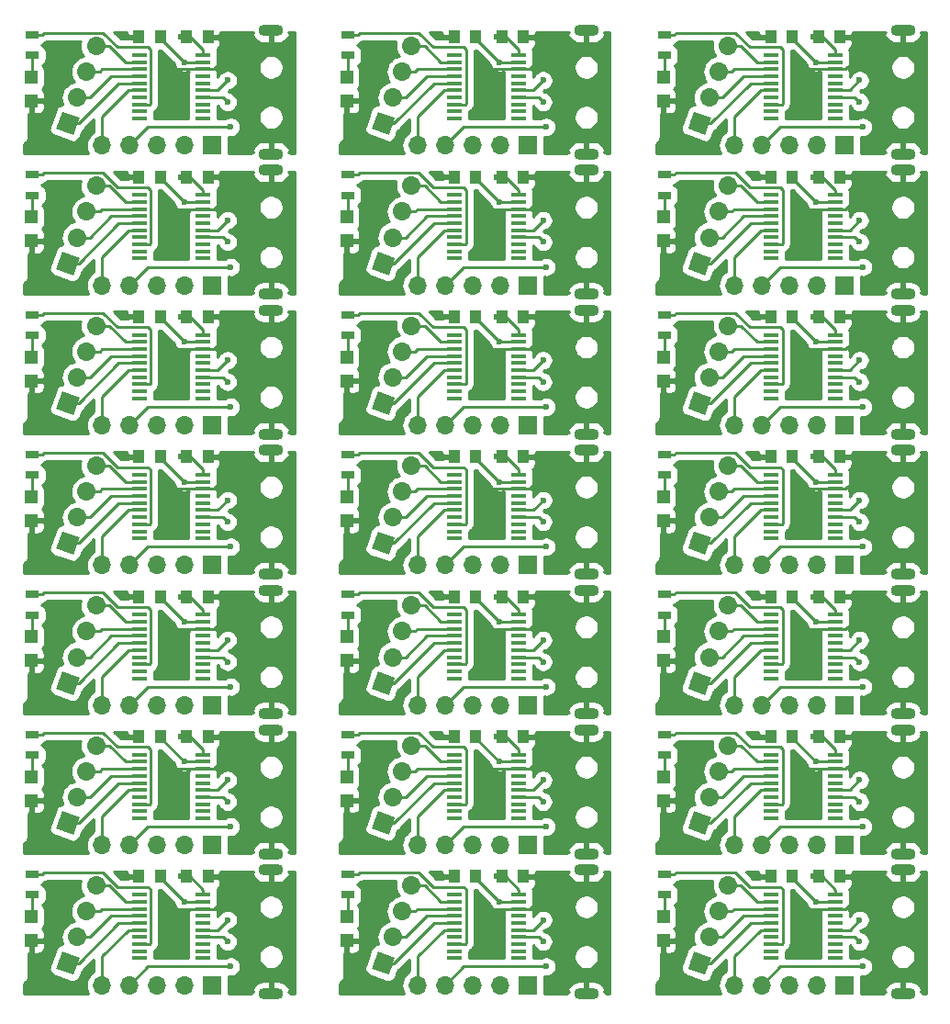
<source format=gbr>
G04 #@! TF.GenerationSoftware,KiCad,Pcbnew,5.0.1*
G04 #@! TF.CreationDate,2019-03-06T23:12:18-06:00*
G04 #@! TF.ProjectId,PlasticFrog,506C617374696346726F672E6B696361,rev?*
G04 #@! TF.SameCoordinates,Original*
G04 #@! TF.FileFunction,Copper,L1,Top,Signal*
G04 #@! TF.FilePolarity,Positive*
%FSLAX46Y46*%
G04 Gerber Fmt 4.6, Leading zero omitted, Abs format (unit mm)*
G04 Created by KiCad (PCBNEW 5.0.1) date Wed 06 Mar 2019 11:12:18 PM CST*
%MOMM*%
%LPD*%
G01*
G04 APERTURE LIST*
G04 #@! TA.AperFunction,SMDPad,CuDef*
%ADD10R,1.200000X1.200000*%
G04 #@! TD*
G04 #@! TA.AperFunction,SMDPad,CuDef*
%ADD11R,1.000000X1.250000*%
G04 #@! TD*
G04 #@! TA.AperFunction,SMDPad,CuDef*
%ADD12R,1.450000X0.450000*%
G04 #@! TD*
G04 #@! TA.AperFunction,ComponentPad*
%ADD13C,1.700000*%
G04 #@! TD*
G04 #@! TA.AperFunction,Conductor*
%ADD14C,1.700000*%
G04 #@! TD*
G04 #@! TA.AperFunction,Conductor*
%ADD15C,0.100000*%
G04 #@! TD*
G04 #@! TA.AperFunction,SMDPad,CuDef*
%ADD16R,1.300000X0.700000*%
G04 #@! TD*
G04 #@! TA.AperFunction,ComponentPad*
%ADD17O,2.300000X1.100000*%
G04 #@! TD*
G04 #@! TA.AperFunction,ComponentPad*
%ADD18R,1.700000X1.700000*%
G04 #@! TD*
G04 #@! TA.AperFunction,ComponentPad*
%ADD19O,1.700000X1.700000*%
G04 #@! TD*
G04 #@! TA.AperFunction,ViaPad*
%ADD20C,0.600000*%
G04 #@! TD*
G04 #@! TA.AperFunction,Conductor*
%ADD21C,0.250000*%
G04 #@! TD*
G04 #@! TA.AperFunction,Conductor*
%ADD22C,0.254000*%
G04 #@! TD*
G04 APERTURE END LIST*
D10*
G04 #@! TO.P,D1,2*
G04 #@! TO.N,Net-(D1-Pad2)*
X187800000Y-116200000D03*
G04 #@! TO.P,D1,1*
G04 #@! TO.N,VSS*
X187800000Y-118400000D03*
G04 #@! TD*
D11*
G04 #@! TO.P,C1,1*
G04 #@! TO.N,VSS*
X204100000Y-112500000D03*
G04 #@! TO.P,C1,2*
G04 #@! TO.N,+3V3*
X202100000Y-112500000D03*
G04 #@! TD*
D12*
G04 #@! TO.P,U1,20*
G04 #@! TO.N,+3V3*
X203650000Y-62575000D03*
G04 #@! TO.P,U1,19*
G04 #@! TO.N,VCC*
X203650000Y-63225000D03*
G04 #@! TO.P,U1,18*
G04 #@! TO.N,VSS*
X203650000Y-63875000D03*
G04 #@! TO.P,U1,17*
G04 #@! TO.N,Net-(U1-Pad17)*
X203650000Y-64525000D03*
G04 #@! TO.P,U1,16*
G04 #@! TO.N,Net-(U1-Pad16)*
X203650000Y-65175000D03*
G04 #@! TO.P,U1,15*
G04 #@! TO.N,D+*
X203650000Y-65825000D03*
G04 #@! TO.P,U1,14*
G04 #@! TO.N,D-*
X203650000Y-66475000D03*
G04 #@! TO.P,U1,13*
G04 #@! TO.N,Net-(U1-Pad13)*
X203650000Y-67125000D03*
G04 #@! TO.P,U1,12*
G04 #@! TO.N,Net-(U1-Pad12)*
X203650000Y-67775000D03*
G04 #@! TO.P,U1,11*
G04 #@! TO.N,Net-(U1-Pad11)*
X203650000Y-68425000D03*
G04 #@! TO.P,U1,10*
G04 #@! TO.N,Net-(U1-Pad10)*
X197750000Y-68425000D03*
G04 #@! TO.P,U1,9*
G04 #@! TO.N,Net-(U1-Pad9)*
X197750000Y-67775000D03*
G04 #@! TO.P,U1,8*
G04 #@! TO.N,Net-(R1-Pad1)*
X197750000Y-67125000D03*
G04 #@! TO.P,U1,7*
G04 #@! TO.N,Net-(U1-Pad7)*
X197750000Y-66475000D03*
G04 #@! TO.P,U1,6*
G04 #@! TO.N,RST*
X197750000Y-65825000D03*
G04 #@! TO.P,U1,5*
G04 #@! TO.N,P1.7*
X197750000Y-65175000D03*
G04 #@! TO.P,U1,4*
G04 #@! TO.N,P1.6*
X197750000Y-64525000D03*
G04 #@! TO.P,U1,3*
G04 #@! TO.N,P1.5*
X197750000Y-63875000D03*
G04 #@! TO.P,U1,2*
G04 #@! TO.N,P1.4*
X197750000Y-63225000D03*
G04 #@! TO.P,U1,1*
G04 #@! TO.N,Net-(U1-Pad1)*
X197750000Y-62575000D03*
G04 #@! TD*
D11*
G04 #@! TO.P,C2,2*
G04 #@! TO.N,VCC*
X199700000Y-86700000D03*
G04 #@! TO.P,C2,1*
G04 #@! TO.N,VSS*
X197700000Y-86700000D03*
G04 #@! TD*
D13*
G04 #@! TO.P,J2,4*
G04 #@! TO.N,P1.4*
X193768731Y-74613181D03*
D14*
G04 #@! TD*
G04 #@! TO.N,P1.4*
G04 #@! TO.C,J2*
X193768731Y-74613181D02*
X193768731Y-74613181D01*
D13*
G04 #@! TO.P,J2,3*
G04 #@! TO.N,P1.5*
X192900000Y-77000000D03*
D14*
G04 #@! TD*
G04 #@! TO.N,P1.5*
G04 #@! TO.C,J2*
X192900000Y-77000000D02*
X192900000Y-77000000D01*
D13*
G04 #@! TO.P,J2,2*
G04 #@! TO.N,P1.6*
X192031269Y-79386820D03*
D14*
G04 #@! TD*
G04 #@! TO.N,P1.6*
G04 #@! TO.C,J2*
X192031269Y-79386820D02*
X192031269Y-79386820D01*
D13*
G04 #@! TO.P,J2,1*
G04 #@! TO.N,P1.7*
X191162538Y-81773639D03*
D15*
G04 #@! TD*
G04 #@! TO.N,P1.7*
G04 #@! TO.C,J2*
G36*
X192251994Y-81265617D02*
X191670560Y-82863095D01*
X190073082Y-82281661D01*
X190654516Y-80684183D01*
X192251994Y-81265617D01*
X192251994Y-81265617D01*
G37*
D13*
G04 #@! TO.P,J2,1*
G04 #@! TO.N,P1.7*
X191162538Y-146273639D03*
D15*
G04 #@! TD*
G04 #@! TO.N,P1.7*
G04 #@! TO.C,J2*
G36*
X192251994Y-145765617D02*
X191670560Y-147363095D01*
X190073082Y-146781661D01*
X190654516Y-145184183D01*
X192251994Y-145765617D01*
X192251994Y-145765617D01*
G37*
D13*
G04 #@! TO.P,J2,2*
G04 #@! TO.N,P1.6*
X192031269Y-143886820D03*
D14*
G04 #@! TD*
G04 #@! TO.N,P1.6*
G04 #@! TO.C,J2*
X192031269Y-143886820D02*
X192031269Y-143886820D01*
D13*
G04 #@! TO.P,J2,3*
G04 #@! TO.N,P1.5*
X192900000Y-141500000D03*
D14*
G04 #@! TD*
G04 #@! TO.N,P1.5*
G04 #@! TO.C,J2*
X192900000Y-141500000D02*
X192900000Y-141500000D01*
D13*
G04 #@! TO.P,J2,4*
G04 #@! TO.N,P1.4*
X193768731Y-139113181D03*
D14*
G04 #@! TD*
G04 #@! TO.N,P1.4*
G04 #@! TO.C,J2*
X193768731Y-139113181D02*
X193768731Y-139113181D01*
D16*
G04 #@! TO.P,R1,1*
G04 #@! TO.N,Net-(R1-Pad1)*
X187900000Y-138100000D03*
G04 #@! TO.P,R1,2*
G04 #@! TO.N,Net-(D1-Pad2)*
X187900000Y-140000000D03*
G04 #@! TD*
D11*
G04 #@! TO.P,C2,1*
G04 #@! TO.N,VSS*
X197700000Y-99600000D03*
G04 #@! TO.P,C2,2*
G04 #@! TO.N,VCC*
X199700000Y-99600000D03*
G04 #@! TD*
D17*
G04 #@! TO.P,J1,5*
G04 #@! TO.N,VSS*
X209900000Y-123300000D03*
X209900000Y-111900000D03*
G04 #@! TD*
G04 #@! TO.P,J1,5*
G04 #@! TO.N,VSS*
X209900000Y-97500000D03*
X209900000Y-86100000D03*
G04 #@! TD*
D18*
G04 #@! TO.P,J3,1*
G04 #@! TO.N,D+*
X204500000Y-96700000D03*
D19*
G04 #@! TO.P,J3,2*
G04 #@! TO.N,+3V3*
X201960000Y-96700000D03*
G04 #@! TO.P,J3,3*
G04 #@! TO.N,VSS*
X199420000Y-96700000D03*
G04 #@! TO.P,J3,4*
G04 #@! TO.N,VCC*
X196880000Y-96700000D03*
G04 #@! TO.P,J3,5*
G04 #@! TO.N,RST*
X194340000Y-96700000D03*
G04 #@! TD*
D11*
G04 #@! TO.P,C1,2*
G04 #@! TO.N,+3V3*
X202100000Y-125400000D03*
G04 #@! TO.P,C1,1*
G04 #@! TO.N,VSS*
X204100000Y-125400000D03*
G04 #@! TD*
D13*
G04 #@! TO.P,J2,1*
G04 #@! TO.N,P1.7*
X191162538Y-120473639D03*
D15*
G04 #@! TD*
G04 #@! TO.N,P1.7*
G04 #@! TO.C,J2*
G36*
X192251994Y-119965617D02*
X191670560Y-121563095D01*
X190073082Y-120981661D01*
X190654516Y-119384183D01*
X192251994Y-119965617D01*
X192251994Y-119965617D01*
G37*
D13*
G04 #@! TO.P,J2,2*
G04 #@! TO.N,P1.6*
X192031269Y-118086820D03*
D14*
G04 #@! TD*
G04 #@! TO.N,P1.6*
G04 #@! TO.C,J2*
X192031269Y-118086820D02*
X192031269Y-118086820D01*
D13*
G04 #@! TO.P,J2,3*
G04 #@! TO.N,P1.5*
X192900000Y-115700000D03*
D14*
G04 #@! TD*
G04 #@! TO.N,P1.5*
G04 #@! TO.C,J2*
X192900000Y-115700000D02*
X192900000Y-115700000D01*
D13*
G04 #@! TO.P,J2,4*
G04 #@! TO.N,P1.4*
X193768731Y-113313181D03*
D14*
G04 #@! TD*
G04 #@! TO.N,P1.4*
G04 #@! TO.C,J2*
X193768731Y-113313181D02*
X193768731Y-113313181D01*
D19*
G04 #@! TO.P,J3,5*
G04 #@! TO.N,RST*
X194340000Y-135400000D03*
G04 #@! TO.P,J3,4*
G04 #@! TO.N,VCC*
X196880000Y-135400000D03*
G04 #@! TO.P,J3,3*
G04 #@! TO.N,VSS*
X199420000Y-135400000D03*
G04 #@! TO.P,J3,2*
G04 #@! TO.N,+3V3*
X201960000Y-135400000D03*
D18*
G04 #@! TO.P,J3,1*
G04 #@! TO.N,D+*
X204500000Y-135400000D03*
G04 #@! TD*
D11*
G04 #@! TO.P,C2,2*
G04 #@! TO.N,VCC*
X199700000Y-112500000D03*
G04 #@! TO.P,C2,1*
G04 #@! TO.N,VSS*
X197700000Y-112500000D03*
G04 #@! TD*
D13*
G04 #@! TO.P,J2,4*
G04 #@! TO.N,P1.4*
X193768731Y-126213181D03*
D14*
G04 #@! TD*
G04 #@! TO.N,P1.4*
G04 #@! TO.C,J2*
X193768731Y-126213181D02*
X193768731Y-126213181D01*
D13*
G04 #@! TO.P,J2,3*
G04 #@! TO.N,P1.5*
X192900000Y-128600000D03*
D14*
G04 #@! TD*
G04 #@! TO.N,P1.5*
G04 #@! TO.C,J2*
X192900000Y-128600000D02*
X192900000Y-128600000D01*
D13*
G04 #@! TO.P,J2,2*
G04 #@! TO.N,P1.6*
X192031269Y-130986820D03*
D14*
G04 #@! TD*
G04 #@! TO.N,P1.6*
G04 #@! TO.C,J2*
X192031269Y-130986820D02*
X192031269Y-130986820D01*
D13*
G04 #@! TO.P,J2,1*
G04 #@! TO.N,P1.7*
X191162538Y-133373639D03*
D15*
G04 #@! TD*
G04 #@! TO.N,P1.7*
G04 #@! TO.C,J2*
G36*
X192251994Y-132865617D02*
X191670560Y-134463095D01*
X190073082Y-133881661D01*
X190654516Y-132284183D01*
X192251994Y-132865617D01*
X192251994Y-132865617D01*
G37*
D17*
G04 #@! TO.P,J1,5*
G04 #@! TO.N,VSS*
X209900000Y-60300000D03*
X209900000Y-71700000D03*
G04 #@! TD*
D13*
G04 #@! TO.P,J2,4*
G04 #@! TO.N,P1.4*
X193768731Y-100413181D03*
D14*
G04 #@! TD*
G04 #@! TO.N,P1.4*
G04 #@! TO.C,J2*
X193768731Y-100413181D02*
X193768731Y-100413181D01*
D13*
G04 #@! TO.P,J2,3*
G04 #@! TO.N,P1.5*
X192900000Y-102800000D03*
D14*
G04 #@! TD*
G04 #@! TO.N,P1.5*
G04 #@! TO.C,J2*
X192900000Y-102800000D02*
X192900000Y-102800000D01*
D13*
G04 #@! TO.P,J2,2*
G04 #@! TO.N,P1.6*
X192031269Y-105186820D03*
D14*
G04 #@! TD*
G04 #@! TO.N,P1.6*
G04 #@! TO.C,J2*
X192031269Y-105186820D02*
X192031269Y-105186820D01*
D13*
G04 #@! TO.P,J2,1*
G04 #@! TO.N,P1.7*
X191162538Y-107573639D03*
D15*
G04 #@! TD*
G04 #@! TO.N,P1.7*
G04 #@! TO.C,J2*
G36*
X192251994Y-107065617D02*
X191670560Y-108663095D01*
X190073082Y-108081661D01*
X190654516Y-106484183D01*
X192251994Y-107065617D01*
X192251994Y-107065617D01*
G37*
D11*
G04 #@! TO.P,C2,1*
G04 #@! TO.N,VSS*
X197700000Y-60900000D03*
G04 #@! TO.P,C2,2*
G04 #@! TO.N,VCC*
X199700000Y-60900000D03*
G04 #@! TD*
D16*
G04 #@! TO.P,R1,2*
G04 #@! TO.N,Net-(D1-Pad2)*
X187900000Y-127100000D03*
G04 #@! TO.P,R1,1*
G04 #@! TO.N,Net-(R1-Pad1)*
X187900000Y-125200000D03*
G04 #@! TD*
D11*
G04 #@! TO.P,C2,1*
G04 #@! TO.N,VSS*
X197700000Y-73800000D03*
G04 #@! TO.P,C2,2*
G04 #@! TO.N,VCC*
X199700000Y-73800000D03*
G04 #@! TD*
D10*
G04 #@! TO.P,D1,1*
G04 #@! TO.N,VSS*
X187800000Y-131300000D03*
G04 #@! TO.P,D1,2*
G04 #@! TO.N,Net-(D1-Pad2)*
X187800000Y-129100000D03*
G04 #@! TD*
G04 #@! TO.P,D1,2*
G04 #@! TO.N,Net-(D1-Pad2)*
X187800000Y-90400000D03*
G04 #@! TO.P,D1,1*
G04 #@! TO.N,VSS*
X187800000Y-92600000D03*
G04 #@! TD*
D12*
G04 #@! TO.P,U1,1*
G04 #@! TO.N,Net-(U1-Pad1)*
X197750000Y-114175000D03*
G04 #@! TO.P,U1,2*
G04 #@! TO.N,P1.4*
X197750000Y-114825000D03*
G04 #@! TO.P,U1,3*
G04 #@! TO.N,P1.5*
X197750000Y-115475000D03*
G04 #@! TO.P,U1,4*
G04 #@! TO.N,P1.6*
X197750000Y-116125000D03*
G04 #@! TO.P,U1,5*
G04 #@! TO.N,P1.7*
X197750000Y-116775000D03*
G04 #@! TO.P,U1,6*
G04 #@! TO.N,RST*
X197750000Y-117425000D03*
G04 #@! TO.P,U1,7*
G04 #@! TO.N,Net-(U1-Pad7)*
X197750000Y-118075000D03*
G04 #@! TO.P,U1,8*
G04 #@! TO.N,Net-(R1-Pad1)*
X197750000Y-118725000D03*
G04 #@! TO.P,U1,9*
G04 #@! TO.N,Net-(U1-Pad9)*
X197750000Y-119375000D03*
G04 #@! TO.P,U1,10*
G04 #@! TO.N,Net-(U1-Pad10)*
X197750000Y-120025000D03*
G04 #@! TO.P,U1,11*
G04 #@! TO.N,Net-(U1-Pad11)*
X203650000Y-120025000D03*
G04 #@! TO.P,U1,12*
G04 #@! TO.N,Net-(U1-Pad12)*
X203650000Y-119375000D03*
G04 #@! TO.P,U1,13*
G04 #@! TO.N,Net-(U1-Pad13)*
X203650000Y-118725000D03*
G04 #@! TO.P,U1,14*
G04 #@! TO.N,D-*
X203650000Y-118075000D03*
G04 #@! TO.P,U1,15*
G04 #@! TO.N,D+*
X203650000Y-117425000D03*
G04 #@! TO.P,U1,16*
G04 #@! TO.N,Net-(U1-Pad16)*
X203650000Y-116775000D03*
G04 #@! TO.P,U1,17*
G04 #@! TO.N,Net-(U1-Pad17)*
X203650000Y-116125000D03*
G04 #@! TO.P,U1,18*
G04 #@! TO.N,VSS*
X203650000Y-115475000D03*
G04 #@! TO.P,U1,19*
G04 #@! TO.N,VCC*
X203650000Y-114825000D03*
G04 #@! TO.P,U1,20*
G04 #@! TO.N,+3V3*
X203650000Y-114175000D03*
G04 #@! TD*
D10*
G04 #@! TO.P,D1,2*
G04 #@! TO.N,Net-(D1-Pad2)*
X187800000Y-142000000D03*
G04 #@! TO.P,D1,1*
G04 #@! TO.N,VSS*
X187800000Y-144200000D03*
G04 #@! TD*
D13*
G04 #@! TO.P,J2,4*
G04 #@! TO.N,P1.4*
X193768731Y-61713181D03*
D14*
G04 #@! TD*
G04 #@! TO.N,P1.4*
G04 #@! TO.C,J2*
X193768731Y-61713181D02*
X193768731Y-61713181D01*
D13*
G04 #@! TO.P,J2,3*
G04 #@! TO.N,P1.5*
X192900000Y-64100000D03*
D14*
G04 #@! TD*
G04 #@! TO.N,P1.5*
G04 #@! TO.C,J2*
X192900000Y-64100000D02*
X192900000Y-64100000D01*
D13*
G04 #@! TO.P,J2,2*
G04 #@! TO.N,P1.6*
X192031269Y-66486820D03*
D14*
G04 #@! TD*
G04 #@! TO.N,P1.6*
G04 #@! TO.C,J2*
X192031269Y-66486820D02*
X192031269Y-66486820D01*
D13*
G04 #@! TO.P,J2,1*
G04 #@! TO.N,P1.7*
X191162538Y-68873639D03*
D15*
G04 #@! TD*
G04 #@! TO.N,P1.7*
G04 #@! TO.C,J2*
G36*
X192251994Y-68365617D02*
X191670560Y-69963095D01*
X190073082Y-69381661D01*
X190654516Y-67784183D01*
X192251994Y-68365617D01*
X192251994Y-68365617D01*
G37*
D19*
G04 #@! TO.P,J3,5*
G04 #@! TO.N,RST*
X194340000Y-70900000D03*
G04 #@! TO.P,J3,4*
G04 #@! TO.N,VCC*
X196880000Y-70900000D03*
G04 #@! TO.P,J3,3*
G04 #@! TO.N,VSS*
X199420000Y-70900000D03*
G04 #@! TO.P,J3,2*
G04 #@! TO.N,+3V3*
X201960000Y-70900000D03*
D18*
G04 #@! TO.P,J3,1*
G04 #@! TO.N,D+*
X204500000Y-70900000D03*
G04 #@! TD*
D12*
G04 #@! TO.P,U1,1*
G04 #@! TO.N,Net-(U1-Pad1)*
X197750000Y-139975000D03*
G04 #@! TO.P,U1,2*
G04 #@! TO.N,P1.4*
X197750000Y-140625000D03*
G04 #@! TO.P,U1,3*
G04 #@! TO.N,P1.5*
X197750000Y-141275000D03*
G04 #@! TO.P,U1,4*
G04 #@! TO.N,P1.6*
X197750000Y-141925000D03*
G04 #@! TO.P,U1,5*
G04 #@! TO.N,P1.7*
X197750000Y-142575000D03*
G04 #@! TO.P,U1,6*
G04 #@! TO.N,RST*
X197750000Y-143225000D03*
G04 #@! TO.P,U1,7*
G04 #@! TO.N,Net-(U1-Pad7)*
X197750000Y-143875000D03*
G04 #@! TO.P,U1,8*
G04 #@! TO.N,Net-(R1-Pad1)*
X197750000Y-144525000D03*
G04 #@! TO.P,U1,9*
G04 #@! TO.N,Net-(U1-Pad9)*
X197750000Y-145175000D03*
G04 #@! TO.P,U1,10*
G04 #@! TO.N,Net-(U1-Pad10)*
X197750000Y-145825000D03*
G04 #@! TO.P,U1,11*
G04 #@! TO.N,Net-(U1-Pad11)*
X203650000Y-145825000D03*
G04 #@! TO.P,U1,12*
G04 #@! TO.N,Net-(U1-Pad12)*
X203650000Y-145175000D03*
G04 #@! TO.P,U1,13*
G04 #@! TO.N,Net-(U1-Pad13)*
X203650000Y-144525000D03*
G04 #@! TO.P,U1,14*
G04 #@! TO.N,D-*
X203650000Y-143875000D03*
G04 #@! TO.P,U1,15*
G04 #@! TO.N,D+*
X203650000Y-143225000D03*
G04 #@! TO.P,U1,16*
G04 #@! TO.N,Net-(U1-Pad16)*
X203650000Y-142575000D03*
G04 #@! TO.P,U1,17*
G04 #@! TO.N,Net-(U1-Pad17)*
X203650000Y-141925000D03*
G04 #@! TO.P,U1,18*
G04 #@! TO.N,VSS*
X203650000Y-141275000D03*
G04 #@! TO.P,U1,19*
G04 #@! TO.N,VCC*
X203650000Y-140625000D03*
G04 #@! TO.P,U1,20*
G04 #@! TO.N,+3V3*
X203650000Y-139975000D03*
G04 #@! TD*
D10*
G04 #@! TO.P,D1,1*
G04 #@! TO.N,VSS*
X187800000Y-105500000D03*
G04 #@! TO.P,D1,2*
G04 #@! TO.N,Net-(D1-Pad2)*
X187800000Y-103300000D03*
G04 #@! TD*
D18*
G04 #@! TO.P,J3,1*
G04 #@! TO.N,D+*
X204500000Y-148300000D03*
D19*
G04 #@! TO.P,J3,2*
G04 #@! TO.N,+3V3*
X201960000Y-148300000D03*
G04 #@! TO.P,J3,3*
G04 #@! TO.N,VSS*
X199420000Y-148300000D03*
G04 #@! TO.P,J3,4*
G04 #@! TO.N,VCC*
X196880000Y-148300000D03*
G04 #@! TO.P,J3,5*
G04 #@! TO.N,RST*
X194340000Y-148300000D03*
G04 #@! TD*
D17*
G04 #@! TO.P,J1,5*
G04 #@! TO.N,VSS*
X209900000Y-149100000D03*
X209900000Y-137700000D03*
G04 #@! TD*
D10*
G04 #@! TO.P,D1,1*
G04 #@! TO.N,VSS*
X187800000Y-79700000D03*
G04 #@! TO.P,D1,2*
G04 #@! TO.N,Net-(D1-Pad2)*
X187800000Y-77500000D03*
G04 #@! TD*
D16*
G04 #@! TO.P,R1,2*
G04 #@! TO.N,Net-(D1-Pad2)*
X187900000Y-101300000D03*
G04 #@! TO.P,R1,1*
G04 #@! TO.N,Net-(R1-Pad1)*
X187900000Y-99400000D03*
G04 #@! TD*
D11*
G04 #@! TO.P,C2,2*
G04 #@! TO.N,VCC*
X199700000Y-138300000D03*
G04 #@! TO.P,C2,1*
G04 #@! TO.N,VSS*
X197700000Y-138300000D03*
G04 #@! TD*
D12*
G04 #@! TO.P,U1,1*
G04 #@! TO.N,Net-(U1-Pad1)*
X197750000Y-88375000D03*
G04 #@! TO.P,U1,2*
G04 #@! TO.N,P1.4*
X197750000Y-89025000D03*
G04 #@! TO.P,U1,3*
G04 #@! TO.N,P1.5*
X197750000Y-89675000D03*
G04 #@! TO.P,U1,4*
G04 #@! TO.N,P1.6*
X197750000Y-90325000D03*
G04 #@! TO.P,U1,5*
G04 #@! TO.N,P1.7*
X197750000Y-90975000D03*
G04 #@! TO.P,U1,6*
G04 #@! TO.N,RST*
X197750000Y-91625000D03*
G04 #@! TO.P,U1,7*
G04 #@! TO.N,Net-(U1-Pad7)*
X197750000Y-92275000D03*
G04 #@! TO.P,U1,8*
G04 #@! TO.N,Net-(R1-Pad1)*
X197750000Y-92925000D03*
G04 #@! TO.P,U1,9*
G04 #@! TO.N,Net-(U1-Pad9)*
X197750000Y-93575000D03*
G04 #@! TO.P,U1,10*
G04 #@! TO.N,Net-(U1-Pad10)*
X197750000Y-94225000D03*
G04 #@! TO.P,U1,11*
G04 #@! TO.N,Net-(U1-Pad11)*
X203650000Y-94225000D03*
G04 #@! TO.P,U1,12*
G04 #@! TO.N,Net-(U1-Pad12)*
X203650000Y-93575000D03*
G04 #@! TO.P,U1,13*
G04 #@! TO.N,Net-(U1-Pad13)*
X203650000Y-92925000D03*
G04 #@! TO.P,U1,14*
G04 #@! TO.N,D-*
X203650000Y-92275000D03*
G04 #@! TO.P,U1,15*
G04 #@! TO.N,D+*
X203650000Y-91625000D03*
G04 #@! TO.P,U1,16*
G04 #@! TO.N,Net-(U1-Pad16)*
X203650000Y-90975000D03*
G04 #@! TO.P,U1,17*
G04 #@! TO.N,Net-(U1-Pad17)*
X203650000Y-90325000D03*
G04 #@! TO.P,U1,18*
G04 #@! TO.N,VSS*
X203650000Y-89675000D03*
G04 #@! TO.P,U1,19*
G04 #@! TO.N,VCC*
X203650000Y-89025000D03*
G04 #@! TO.P,U1,20*
G04 #@! TO.N,+3V3*
X203650000Y-88375000D03*
G04 #@! TD*
D16*
G04 #@! TO.P,R1,1*
G04 #@! TO.N,Net-(R1-Pad1)*
X187900000Y-86500000D03*
G04 #@! TO.P,R1,2*
G04 #@! TO.N,Net-(D1-Pad2)*
X187900000Y-88400000D03*
G04 #@! TD*
D17*
G04 #@! TO.P,J1,5*
G04 #@! TO.N,VSS*
X209900000Y-73200000D03*
X209900000Y-84600000D03*
G04 #@! TD*
D11*
G04 #@! TO.P,C1,2*
G04 #@! TO.N,+3V3*
X202100000Y-99600000D03*
G04 #@! TO.P,C1,1*
G04 #@! TO.N,VSS*
X204100000Y-99600000D03*
G04 #@! TD*
D12*
G04 #@! TO.P,U1,20*
G04 #@! TO.N,+3V3*
X203650000Y-127075000D03*
G04 #@! TO.P,U1,19*
G04 #@! TO.N,VCC*
X203650000Y-127725000D03*
G04 #@! TO.P,U1,18*
G04 #@! TO.N,VSS*
X203650000Y-128375000D03*
G04 #@! TO.P,U1,17*
G04 #@! TO.N,Net-(U1-Pad17)*
X203650000Y-129025000D03*
G04 #@! TO.P,U1,16*
G04 #@! TO.N,Net-(U1-Pad16)*
X203650000Y-129675000D03*
G04 #@! TO.P,U1,15*
G04 #@! TO.N,D+*
X203650000Y-130325000D03*
G04 #@! TO.P,U1,14*
G04 #@! TO.N,D-*
X203650000Y-130975000D03*
G04 #@! TO.P,U1,13*
G04 #@! TO.N,Net-(U1-Pad13)*
X203650000Y-131625000D03*
G04 #@! TO.P,U1,12*
G04 #@! TO.N,Net-(U1-Pad12)*
X203650000Y-132275000D03*
G04 #@! TO.P,U1,11*
G04 #@! TO.N,Net-(U1-Pad11)*
X203650000Y-132925000D03*
G04 #@! TO.P,U1,10*
G04 #@! TO.N,Net-(U1-Pad10)*
X197750000Y-132925000D03*
G04 #@! TO.P,U1,9*
G04 #@! TO.N,Net-(U1-Pad9)*
X197750000Y-132275000D03*
G04 #@! TO.P,U1,8*
G04 #@! TO.N,Net-(R1-Pad1)*
X197750000Y-131625000D03*
G04 #@! TO.P,U1,7*
G04 #@! TO.N,Net-(U1-Pad7)*
X197750000Y-130975000D03*
G04 #@! TO.P,U1,6*
G04 #@! TO.N,RST*
X197750000Y-130325000D03*
G04 #@! TO.P,U1,5*
G04 #@! TO.N,P1.7*
X197750000Y-129675000D03*
G04 #@! TO.P,U1,4*
G04 #@! TO.N,P1.6*
X197750000Y-129025000D03*
G04 #@! TO.P,U1,3*
G04 #@! TO.N,P1.5*
X197750000Y-128375000D03*
G04 #@! TO.P,U1,2*
G04 #@! TO.N,P1.4*
X197750000Y-127725000D03*
G04 #@! TO.P,U1,1*
G04 #@! TO.N,Net-(U1-Pad1)*
X197750000Y-127075000D03*
G04 #@! TD*
D19*
G04 #@! TO.P,J3,5*
G04 #@! TO.N,RST*
X194340000Y-109600000D03*
G04 #@! TO.P,J3,4*
G04 #@! TO.N,VCC*
X196880000Y-109600000D03*
G04 #@! TO.P,J3,3*
G04 #@! TO.N,VSS*
X199420000Y-109600000D03*
G04 #@! TO.P,J3,2*
G04 #@! TO.N,+3V3*
X201960000Y-109600000D03*
D18*
G04 #@! TO.P,J3,1*
G04 #@! TO.N,D+*
X204500000Y-109600000D03*
G04 #@! TD*
D12*
G04 #@! TO.P,U1,20*
G04 #@! TO.N,+3V3*
X203650000Y-75475000D03*
G04 #@! TO.P,U1,19*
G04 #@! TO.N,VCC*
X203650000Y-76125000D03*
G04 #@! TO.P,U1,18*
G04 #@! TO.N,VSS*
X203650000Y-76775000D03*
G04 #@! TO.P,U1,17*
G04 #@! TO.N,Net-(U1-Pad17)*
X203650000Y-77425000D03*
G04 #@! TO.P,U1,16*
G04 #@! TO.N,Net-(U1-Pad16)*
X203650000Y-78075000D03*
G04 #@! TO.P,U1,15*
G04 #@! TO.N,D+*
X203650000Y-78725000D03*
G04 #@! TO.P,U1,14*
G04 #@! TO.N,D-*
X203650000Y-79375000D03*
G04 #@! TO.P,U1,13*
G04 #@! TO.N,Net-(U1-Pad13)*
X203650000Y-80025000D03*
G04 #@! TO.P,U1,12*
G04 #@! TO.N,Net-(U1-Pad12)*
X203650000Y-80675000D03*
G04 #@! TO.P,U1,11*
G04 #@! TO.N,Net-(U1-Pad11)*
X203650000Y-81325000D03*
G04 #@! TO.P,U1,10*
G04 #@! TO.N,Net-(U1-Pad10)*
X197750000Y-81325000D03*
G04 #@! TO.P,U1,9*
G04 #@! TO.N,Net-(U1-Pad9)*
X197750000Y-80675000D03*
G04 #@! TO.P,U1,8*
G04 #@! TO.N,Net-(R1-Pad1)*
X197750000Y-80025000D03*
G04 #@! TO.P,U1,7*
G04 #@! TO.N,Net-(U1-Pad7)*
X197750000Y-79375000D03*
G04 #@! TO.P,U1,6*
G04 #@! TO.N,RST*
X197750000Y-78725000D03*
G04 #@! TO.P,U1,5*
G04 #@! TO.N,P1.7*
X197750000Y-78075000D03*
G04 #@! TO.P,U1,4*
G04 #@! TO.N,P1.6*
X197750000Y-77425000D03*
G04 #@! TO.P,U1,3*
G04 #@! TO.N,P1.5*
X197750000Y-76775000D03*
G04 #@! TO.P,U1,2*
G04 #@! TO.N,P1.4*
X197750000Y-76125000D03*
G04 #@! TO.P,U1,1*
G04 #@! TO.N,Net-(U1-Pad1)*
X197750000Y-75475000D03*
G04 #@! TD*
D16*
G04 #@! TO.P,R1,2*
G04 #@! TO.N,Net-(D1-Pad2)*
X187900000Y-62600000D03*
G04 #@! TO.P,R1,1*
G04 #@! TO.N,Net-(R1-Pad1)*
X187900000Y-60700000D03*
G04 #@! TD*
G04 #@! TO.P,R1,2*
G04 #@! TO.N,Net-(D1-Pad2)*
X187900000Y-75500000D03*
G04 #@! TO.P,R1,1*
G04 #@! TO.N,Net-(R1-Pad1)*
X187900000Y-73600000D03*
G04 #@! TD*
D12*
G04 #@! TO.P,U1,20*
G04 #@! TO.N,+3V3*
X203650000Y-101275000D03*
G04 #@! TO.P,U1,19*
G04 #@! TO.N,VCC*
X203650000Y-101925000D03*
G04 #@! TO.P,U1,18*
G04 #@! TO.N,VSS*
X203650000Y-102575000D03*
G04 #@! TO.P,U1,17*
G04 #@! TO.N,Net-(U1-Pad17)*
X203650000Y-103225000D03*
G04 #@! TO.P,U1,16*
G04 #@! TO.N,Net-(U1-Pad16)*
X203650000Y-103875000D03*
G04 #@! TO.P,U1,15*
G04 #@! TO.N,D+*
X203650000Y-104525000D03*
G04 #@! TO.P,U1,14*
G04 #@! TO.N,D-*
X203650000Y-105175000D03*
G04 #@! TO.P,U1,13*
G04 #@! TO.N,Net-(U1-Pad13)*
X203650000Y-105825000D03*
G04 #@! TO.P,U1,12*
G04 #@! TO.N,Net-(U1-Pad12)*
X203650000Y-106475000D03*
G04 #@! TO.P,U1,11*
G04 #@! TO.N,Net-(U1-Pad11)*
X203650000Y-107125000D03*
G04 #@! TO.P,U1,10*
G04 #@! TO.N,Net-(U1-Pad10)*
X197750000Y-107125000D03*
G04 #@! TO.P,U1,9*
G04 #@! TO.N,Net-(U1-Pad9)*
X197750000Y-106475000D03*
G04 #@! TO.P,U1,8*
G04 #@! TO.N,Net-(R1-Pad1)*
X197750000Y-105825000D03*
G04 #@! TO.P,U1,7*
G04 #@! TO.N,Net-(U1-Pad7)*
X197750000Y-105175000D03*
G04 #@! TO.P,U1,6*
G04 #@! TO.N,RST*
X197750000Y-104525000D03*
G04 #@! TO.P,U1,5*
G04 #@! TO.N,P1.7*
X197750000Y-103875000D03*
G04 #@! TO.P,U1,4*
G04 #@! TO.N,P1.6*
X197750000Y-103225000D03*
G04 #@! TO.P,U1,3*
G04 #@! TO.N,P1.5*
X197750000Y-102575000D03*
G04 #@! TO.P,U1,2*
G04 #@! TO.N,P1.4*
X197750000Y-101925000D03*
G04 #@! TO.P,U1,1*
G04 #@! TO.N,Net-(U1-Pad1)*
X197750000Y-101275000D03*
G04 #@! TD*
D18*
G04 #@! TO.P,J3,1*
G04 #@! TO.N,D+*
X204500000Y-122500000D03*
D19*
G04 #@! TO.P,J3,2*
G04 #@! TO.N,+3V3*
X201960000Y-122500000D03*
G04 #@! TO.P,J3,3*
G04 #@! TO.N,VSS*
X199420000Y-122500000D03*
G04 #@! TO.P,J3,4*
G04 #@! TO.N,VCC*
X196880000Y-122500000D03*
G04 #@! TO.P,J3,5*
G04 #@! TO.N,RST*
X194340000Y-122500000D03*
G04 #@! TD*
D13*
G04 #@! TO.P,J2,1*
G04 #@! TO.N,P1.7*
X191162538Y-94673639D03*
D15*
G04 #@! TD*
G04 #@! TO.N,P1.7*
G04 #@! TO.C,J2*
G36*
X192251994Y-94165617D02*
X191670560Y-95763095D01*
X190073082Y-95181661D01*
X190654516Y-93584183D01*
X192251994Y-94165617D01*
X192251994Y-94165617D01*
G37*
D13*
G04 #@! TO.P,J2,2*
G04 #@! TO.N,P1.6*
X192031269Y-92286820D03*
D14*
G04 #@! TD*
G04 #@! TO.N,P1.6*
G04 #@! TO.C,J2*
X192031269Y-92286820D02*
X192031269Y-92286820D01*
D13*
G04 #@! TO.P,J2,3*
G04 #@! TO.N,P1.5*
X192900000Y-89900000D03*
D14*
G04 #@! TD*
G04 #@! TO.N,P1.5*
G04 #@! TO.C,J2*
X192900000Y-89900000D02*
X192900000Y-89900000D01*
D13*
G04 #@! TO.P,J2,4*
G04 #@! TO.N,P1.4*
X193768731Y-87513181D03*
D14*
G04 #@! TD*
G04 #@! TO.N,P1.4*
G04 #@! TO.C,J2*
X193768731Y-87513181D02*
X193768731Y-87513181D01*
D19*
G04 #@! TO.P,J3,5*
G04 #@! TO.N,RST*
X194340000Y-83800000D03*
G04 #@! TO.P,J3,4*
G04 #@! TO.N,VCC*
X196880000Y-83800000D03*
G04 #@! TO.P,J3,3*
G04 #@! TO.N,VSS*
X199420000Y-83800000D03*
G04 #@! TO.P,J3,2*
G04 #@! TO.N,+3V3*
X201960000Y-83800000D03*
D18*
G04 #@! TO.P,J3,1*
G04 #@! TO.N,D+*
X204500000Y-83800000D03*
G04 #@! TD*
D11*
G04 #@! TO.P,C1,1*
G04 #@! TO.N,VSS*
X204100000Y-86700000D03*
G04 #@! TO.P,C1,2*
G04 #@! TO.N,+3V3*
X202100000Y-86700000D03*
G04 #@! TD*
D16*
G04 #@! TO.P,R1,1*
G04 #@! TO.N,Net-(R1-Pad1)*
X187900000Y-112300000D03*
G04 #@! TO.P,R1,2*
G04 #@! TO.N,Net-(D1-Pad2)*
X187900000Y-114200000D03*
G04 #@! TD*
D10*
G04 #@! TO.P,D1,1*
G04 #@! TO.N,VSS*
X187800000Y-66800000D03*
G04 #@! TO.P,D1,2*
G04 #@! TO.N,Net-(D1-Pad2)*
X187800000Y-64600000D03*
G04 #@! TD*
D11*
G04 #@! TO.P,C1,2*
G04 #@! TO.N,+3V3*
X202100000Y-73800000D03*
G04 #@! TO.P,C1,1*
G04 #@! TO.N,VSS*
X204100000Y-73800000D03*
G04 #@! TD*
D17*
G04 #@! TO.P,J1,5*
G04 #@! TO.N,VSS*
X209900000Y-99000000D03*
X209900000Y-110400000D03*
G04 #@! TD*
G04 #@! TO.P,J1,5*
G04 #@! TO.N,VSS*
X209900000Y-124800000D03*
X209900000Y-136200000D03*
G04 #@! TD*
D11*
G04 #@! TO.P,C1,2*
G04 #@! TO.N,+3V3*
X202100000Y-60900000D03*
G04 #@! TO.P,C1,1*
G04 #@! TO.N,VSS*
X204100000Y-60900000D03*
G04 #@! TD*
G04 #@! TO.P,C2,1*
G04 #@! TO.N,VSS*
X197700000Y-125400000D03*
G04 #@! TO.P,C2,2*
G04 #@! TO.N,VCC*
X199700000Y-125400000D03*
G04 #@! TD*
G04 #@! TO.P,C1,1*
G04 #@! TO.N,VSS*
X204100000Y-138300000D03*
G04 #@! TO.P,C1,2*
G04 #@! TO.N,+3V3*
X202100000Y-138300000D03*
G04 #@! TD*
G04 #@! TO.P,C1,2*
G04 #@! TO.N,+3V3*
X172900000Y-138300000D03*
G04 #@! TO.P,C1,1*
G04 #@! TO.N,VSS*
X174900000Y-138300000D03*
G04 #@! TD*
D12*
G04 #@! TO.P,U1,20*
G04 #@! TO.N,+3V3*
X174450000Y-139975000D03*
G04 #@! TO.P,U1,19*
G04 #@! TO.N,VCC*
X174450000Y-140625000D03*
G04 #@! TO.P,U1,18*
G04 #@! TO.N,VSS*
X174450000Y-141275000D03*
G04 #@! TO.P,U1,17*
G04 #@! TO.N,Net-(U1-Pad17)*
X174450000Y-141925000D03*
G04 #@! TO.P,U1,16*
G04 #@! TO.N,Net-(U1-Pad16)*
X174450000Y-142575000D03*
G04 #@! TO.P,U1,15*
G04 #@! TO.N,D+*
X174450000Y-143225000D03*
G04 #@! TO.P,U1,14*
G04 #@! TO.N,D-*
X174450000Y-143875000D03*
G04 #@! TO.P,U1,13*
G04 #@! TO.N,Net-(U1-Pad13)*
X174450000Y-144525000D03*
G04 #@! TO.P,U1,12*
G04 #@! TO.N,Net-(U1-Pad12)*
X174450000Y-145175000D03*
G04 #@! TO.P,U1,11*
G04 #@! TO.N,Net-(U1-Pad11)*
X174450000Y-145825000D03*
G04 #@! TO.P,U1,10*
G04 #@! TO.N,Net-(U1-Pad10)*
X168550000Y-145825000D03*
G04 #@! TO.P,U1,9*
G04 #@! TO.N,Net-(U1-Pad9)*
X168550000Y-145175000D03*
G04 #@! TO.P,U1,8*
G04 #@! TO.N,Net-(R1-Pad1)*
X168550000Y-144525000D03*
G04 #@! TO.P,U1,7*
G04 #@! TO.N,Net-(U1-Pad7)*
X168550000Y-143875000D03*
G04 #@! TO.P,U1,6*
G04 #@! TO.N,RST*
X168550000Y-143225000D03*
G04 #@! TO.P,U1,5*
G04 #@! TO.N,P1.7*
X168550000Y-142575000D03*
G04 #@! TO.P,U1,4*
G04 #@! TO.N,P1.6*
X168550000Y-141925000D03*
G04 #@! TO.P,U1,3*
G04 #@! TO.N,P1.5*
X168550000Y-141275000D03*
G04 #@! TO.P,U1,2*
G04 #@! TO.N,P1.4*
X168550000Y-140625000D03*
G04 #@! TO.P,U1,1*
G04 #@! TO.N,Net-(U1-Pad1)*
X168550000Y-139975000D03*
G04 #@! TD*
D17*
G04 #@! TO.P,J1,5*
G04 #@! TO.N,VSS*
X180700000Y-71700000D03*
X180700000Y-60300000D03*
G04 #@! TD*
D10*
G04 #@! TO.P,D1,1*
G04 #@! TO.N,VSS*
X158600000Y-118400000D03*
G04 #@! TO.P,D1,2*
G04 #@! TO.N,Net-(D1-Pad2)*
X158600000Y-116200000D03*
G04 #@! TD*
D12*
G04 #@! TO.P,U1,20*
G04 #@! TO.N,+3V3*
X174450000Y-88375000D03*
G04 #@! TO.P,U1,19*
G04 #@! TO.N,VCC*
X174450000Y-89025000D03*
G04 #@! TO.P,U1,18*
G04 #@! TO.N,VSS*
X174450000Y-89675000D03*
G04 #@! TO.P,U1,17*
G04 #@! TO.N,Net-(U1-Pad17)*
X174450000Y-90325000D03*
G04 #@! TO.P,U1,16*
G04 #@! TO.N,Net-(U1-Pad16)*
X174450000Y-90975000D03*
G04 #@! TO.P,U1,15*
G04 #@! TO.N,D+*
X174450000Y-91625000D03*
G04 #@! TO.P,U1,14*
G04 #@! TO.N,D-*
X174450000Y-92275000D03*
G04 #@! TO.P,U1,13*
G04 #@! TO.N,Net-(U1-Pad13)*
X174450000Y-92925000D03*
G04 #@! TO.P,U1,12*
G04 #@! TO.N,Net-(U1-Pad12)*
X174450000Y-93575000D03*
G04 #@! TO.P,U1,11*
G04 #@! TO.N,Net-(U1-Pad11)*
X174450000Y-94225000D03*
G04 #@! TO.P,U1,10*
G04 #@! TO.N,Net-(U1-Pad10)*
X168550000Y-94225000D03*
G04 #@! TO.P,U1,9*
G04 #@! TO.N,Net-(U1-Pad9)*
X168550000Y-93575000D03*
G04 #@! TO.P,U1,8*
G04 #@! TO.N,Net-(R1-Pad1)*
X168550000Y-92925000D03*
G04 #@! TO.P,U1,7*
G04 #@! TO.N,Net-(U1-Pad7)*
X168550000Y-92275000D03*
G04 #@! TO.P,U1,6*
G04 #@! TO.N,RST*
X168550000Y-91625000D03*
G04 #@! TO.P,U1,5*
G04 #@! TO.N,P1.7*
X168550000Y-90975000D03*
G04 #@! TO.P,U1,4*
G04 #@! TO.N,P1.6*
X168550000Y-90325000D03*
G04 #@! TO.P,U1,3*
G04 #@! TO.N,P1.5*
X168550000Y-89675000D03*
G04 #@! TO.P,U1,2*
G04 #@! TO.N,P1.4*
X168550000Y-89025000D03*
G04 #@! TO.P,U1,1*
G04 #@! TO.N,Net-(U1-Pad1)*
X168550000Y-88375000D03*
G04 #@! TD*
D19*
G04 #@! TO.P,J3,5*
G04 #@! TO.N,RST*
X165140000Y-122500000D03*
G04 #@! TO.P,J3,4*
G04 #@! TO.N,VCC*
X167680000Y-122500000D03*
G04 #@! TO.P,J3,3*
G04 #@! TO.N,VSS*
X170220000Y-122500000D03*
G04 #@! TO.P,J3,2*
G04 #@! TO.N,+3V3*
X172760000Y-122500000D03*
D18*
G04 #@! TO.P,J3,1*
G04 #@! TO.N,D+*
X175300000Y-122500000D03*
G04 #@! TD*
D10*
G04 #@! TO.P,D1,1*
G04 #@! TO.N,VSS*
X158600000Y-144200000D03*
G04 #@! TO.P,D1,2*
G04 #@! TO.N,Net-(D1-Pad2)*
X158600000Y-142000000D03*
G04 #@! TD*
D17*
G04 #@! TO.P,J1,5*
G04 #@! TO.N,VSS*
X180700000Y-137700000D03*
X180700000Y-149100000D03*
G04 #@! TD*
D11*
G04 #@! TO.P,C2,1*
G04 #@! TO.N,VSS*
X168500000Y-138300000D03*
G04 #@! TO.P,C2,2*
G04 #@! TO.N,VCC*
X170500000Y-138300000D03*
G04 #@! TD*
D12*
G04 #@! TO.P,U1,1*
G04 #@! TO.N,Net-(U1-Pad1)*
X168550000Y-101275000D03*
G04 #@! TO.P,U1,2*
G04 #@! TO.N,P1.4*
X168550000Y-101925000D03*
G04 #@! TO.P,U1,3*
G04 #@! TO.N,P1.5*
X168550000Y-102575000D03*
G04 #@! TO.P,U1,4*
G04 #@! TO.N,P1.6*
X168550000Y-103225000D03*
G04 #@! TO.P,U1,5*
G04 #@! TO.N,P1.7*
X168550000Y-103875000D03*
G04 #@! TO.P,U1,6*
G04 #@! TO.N,RST*
X168550000Y-104525000D03*
G04 #@! TO.P,U1,7*
G04 #@! TO.N,Net-(U1-Pad7)*
X168550000Y-105175000D03*
G04 #@! TO.P,U1,8*
G04 #@! TO.N,Net-(R1-Pad1)*
X168550000Y-105825000D03*
G04 #@! TO.P,U1,9*
G04 #@! TO.N,Net-(U1-Pad9)*
X168550000Y-106475000D03*
G04 #@! TO.P,U1,10*
G04 #@! TO.N,Net-(U1-Pad10)*
X168550000Y-107125000D03*
G04 #@! TO.P,U1,11*
G04 #@! TO.N,Net-(U1-Pad11)*
X174450000Y-107125000D03*
G04 #@! TO.P,U1,12*
G04 #@! TO.N,Net-(U1-Pad12)*
X174450000Y-106475000D03*
G04 #@! TO.P,U1,13*
G04 #@! TO.N,Net-(U1-Pad13)*
X174450000Y-105825000D03*
G04 #@! TO.P,U1,14*
G04 #@! TO.N,D-*
X174450000Y-105175000D03*
G04 #@! TO.P,U1,15*
G04 #@! TO.N,D+*
X174450000Y-104525000D03*
G04 #@! TO.P,U1,16*
G04 #@! TO.N,Net-(U1-Pad16)*
X174450000Y-103875000D03*
G04 #@! TO.P,U1,17*
G04 #@! TO.N,Net-(U1-Pad17)*
X174450000Y-103225000D03*
G04 #@! TO.P,U1,18*
G04 #@! TO.N,VSS*
X174450000Y-102575000D03*
G04 #@! TO.P,U1,19*
G04 #@! TO.N,VCC*
X174450000Y-101925000D03*
G04 #@! TO.P,U1,20*
G04 #@! TO.N,+3V3*
X174450000Y-101275000D03*
G04 #@! TD*
D11*
G04 #@! TO.P,C2,2*
G04 #@! TO.N,VCC*
X170500000Y-60900000D03*
G04 #@! TO.P,C2,1*
G04 #@! TO.N,VSS*
X168500000Y-60900000D03*
G04 #@! TD*
D13*
G04 #@! TO.P,J2,1*
G04 #@! TO.N,P1.7*
X161962538Y-68873639D03*
D15*
G04 #@! TD*
G04 #@! TO.N,P1.7*
G04 #@! TO.C,J2*
G36*
X163051994Y-68365617D02*
X162470560Y-69963095D01*
X160873082Y-69381661D01*
X161454516Y-67784183D01*
X163051994Y-68365617D01*
X163051994Y-68365617D01*
G37*
D13*
G04 #@! TO.P,J2,2*
G04 #@! TO.N,P1.6*
X162831269Y-66486820D03*
D14*
G04 #@! TD*
G04 #@! TO.N,P1.6*
G04 #@! TO.C,J2*
X162831269Y-66486820D02*
X162831269Y-66486820D01*
D13*
G04 #@! TO.P,J2,3*
G04 #@! TO.N,P1.5*
X163700000Y-64100000D03*
D14*
G04 #@! TD*
G04 #@! TO.N,P1.5*
G04 #@! TO.C,J2*
X163700000Y-64100000D02*
X163700000Y-64100000D01*
D13*
G04 #@! TO.P,J2,4*
G04 #@! TO.N,P1.4*
X164568731Y-61713181D03*
D14*
G04 #@! TD*
G04 #@! TO.N,P1.4*
G04 #@! TO.C,J2*
X164568731Y-61713181D02*
X164568731Y-61713181D01*
D13*
G04 #@! TO.P,J2,1*
G04 #@! TO.N,P1.7*
X161962538Y-81773639D03*
D15*
G04 #@! TD*
G04 #@! TO.N,P1.7*
G04 #@! TO.C,J2*
G36*
X163051994Y-81265617D02*
X162470560Y-82863095D01*
X160873082Y-82281661D01*
X161454516Y-80684183D01*
X163051994Y-81265617D01*
X163051994Y-81265617D01*
G37*
D13*
G04 #@! TO.P,J2,2*
G04 #@! TO.N,P1.6*
X162831269Y-79386820D03*
D14*
G04 #@! TD*
G04 #@! TO.N,P1.6*
G04 #@! TO.C,J2*
X162831269Y-79386820D02*
X162831269Y-79386820D01*
D13*
G04 #@! TO.P,J2,3*
G04 #@! TO.N,P1.5*
X163700000Y-77000000D03*
D14*
G04 #@! TD*
G04 #@! TO.N,P1.5*
G04 #@! TO.C,J2*
X163700000Y-77000000D02*
X163700000Y-77000000D01*
D13*
G04 #@! TO.P,J2,4*
G04 #@! TO.N,P1.4*
X164568731Y-74613181D03*
D14*
G04 #@! TD*
G04 #@! TO.N,P1.4*
G04 #@! TO.C,J2*
X164568731Y-74613181D02*
X164568731Y-74613181D01*
D16*
G04 #@! TO.P,R1,2*
G04 #@! TO.N,Net-(D1-Pad2)*
X158700000Y-140000000D03*
G04 #@! TO.P,R1,1*
G04 #@! TO.N,Net-(R1-Pad1)*
X158700000Y-138100000D03*
G04 #@! TD*
D10*
G04 #@! TO.P,D1,2*
G04 #@! TO.N,Net-(D1-Pad2)*
X158600000Y-103300000D03*
G04 #@! TO.P,D1,1*
G04 #@! TO.N,VSS*
X158600000Y-105500000D03*
G04 #@! TD*
D11*
G04 #@! TO.P,C1,1*
G04 #@! TO.N,VSS*
X174900000Y-60900000D03*
G04 #@! TO.P,C1,2*
G04 #@! TO.N,+3V3*
X172900000Y-60900000D03*
G04 #@! TD*
D18*
G04 #@! TO.P,J3,1*
G04 #@! TO.N,D+*
X175300000Y-83800000D03*
D19*
G04 #@! TO.P,J3,2*
G04 #@! TO.N,+3V3*
X172760000Y-83800000D03*
G04 #@! TO.P,J3,3*
G04 #@! TO.N,VSS*
X170220000Y-83800000D03*
G04 #@! TO.P,J3,4*
G04 #@! TO.N,VCC*
X167680000Y-83800000D03*
G04 #@! TO.P,J3,5*
G04 #@! TO.N,RST*
X165140000Y-83800000D03*
G04 #@! TD*
D13*
G04 #@! TO.P,J2,1*
G04 #@! TO.N,P1.7*
X161962538Y-107573639D03*
D15*
G04 #@! TD*
G04 #@! TO.N,P1.7*
G04 #@! TO.C,J2*
G36*
X163051994Y-107065617D02*
X162470560Y-108663095D01*
X160873082Y-108081661D01*
X161454516Y-106484183D01*
X163051994Y-107065617D01*
X163051994Y-107065617D01*
G37*
D13*
G04 #@! TO.P,J2,2*
G04 #@! TO.N,P1.6*
X162831269Y-105186820D03*
D14*
G04 #@! TD*
G04 #@! TO.N,P1.6*
G04 #@! TO.C,J2*
X162831269Y-105186820D02*
X162831269Y-105186820D01*
D13*
G04 #@! TO.P,J2,3*
G04 #@! TO.N,P1.5*
X163700000Y-102800000D03*
D14*
G04 #@! TD*
G04 #@! TO.N,P1.5*
G04 #@! TO.C,J2*
X163700000Y-102800000D02*
X163700000Y-102800000D01*
D13*
G04 #@! TO.P,J2,4*
G04 #@! TO.N,P1.4*
X164568731Y-100413181D03*
D14*
G04 #@! TD*
G04 #@! TO.N,P1.4*
G04 #@! TO.C,J2*
X164568731Y-100413181D02*
X164568731Y-100413181D01*
D17*
G04 #@! TO.P,J1,5*
G04 #@! TO.N,VSS*
X180700000Y-111900000D03*
X180700000Y-123300000D03*
G04 #@! TD*
D18*
G04 #@! TO.P,J3,1*
G04 #@! TO.N,D+*
X175300000Y-70900000D03*
D19*
G04 #@! TO.P,J3,2*
G04 #@! TO.N,+3V3*
X172760000Y-70900000D03*
G04 #@! TO.P,J3,3*
G04 #@! TO.N,VSS*
X170220000Y-70900000D03*
G04 #@! TO.P,J3,4*
G04 #@! TO.N,VCC*
X167680000Y-70900000D03*
G04 #@! TO.P,J3,5*
G04 #@! TO.N,RST*
X165140000Y-70900000D03*
G04 #@! TD*
D11*
G04 #@! TO.P,C2,1*
G04 #@! TO.N,VSS*
X168500000Y-112500000D03*
G04 #@! TO.P,C2,2*
G04 #@! TO.N,VCC*
X170500000Y-112500000D03*
G04 #@! TD*
G04 #@! TO.P,C2,2*
G04 #@! TO.N,VCC*
X170500000Y-73800000D03*
G04 #@! TO.P,C2,1*
G04 #@! TO.N,VSS*
X168500000Y-73800000D03*
G04 #@! TD*
D17*
G04 #@! TO.P,J1,5*
G04 #@! TO.N,VSS*
X180700000Y-110400000D03*
X180700000Y-99000000D03*
G04 #@! TD*
G04 #@! TO.P,J1,5*
G04 #@! TO.N,VSS*
X180700000Y-136200000D03*
X180700000Y-124800000D03*
G04 #@! TD*
D10*
G04 #@! TO.P,D1,1*
G04 #@! TO.N,VSS*
X158600000Y-92600000D03*
G04 #@! TO.P,D1,2*
G04 #@! TO.N,Net-(D1-Pad2)*
X158600000Y-90400000D03*
G04 #@! TD*
D11*
G04 #@! TO.P,C1,1*
G04 #@! TO.N,VSS*
X174900000Y-125400000D03*
G04 #@! TO.P,C1,2*
G04 #@! TO.N,+3V3*
X172900000Y-125400000D03*
G04 #@! TD*
G04 #@! TO.P,C1,2*
G04 #@! TO.N,+3V3*
X172900000Y-112500000D03*
G04 #@! TO.P,C1,1*
G04 #@! TO.N,VSS*
X174900000Y-112500000D03*
G04 #@! TD*
G04 #@! TO.P,C2,2*
G04 #@! TO.N,VCC*
X170500000Y-125400000D03*
G04 #@! TO.P,C2,1*
G04 #@! TO.N,VSS*
X168500000Y-125400000D03*
G04 #@! TD*
D13*
G04 #@! TO.P,J2,4*
G04 #@! TO.N,P1.4*
X164568731Y-113313181D03*
D14*
G04 #@! TD*
G04 #@! TO.N,P1.4*
G04 #@! TO.C,J2*
X164568731Y-113313181D02*
X164568731Y-113313181D01*
D13*
G04 #@! TO.P,J2,3*
G04 #@! TO.N,P1.5*
X163700000Y-115700000D03*
D14*
G04 #@! TD*
G04 #@! TO.N,P1.5*
G04 #@! TO.C,J2*
X163700000Y-115700000D02*
X163700000Y-115700000D01*
D13*
G04 #@! TO.P,J2,2*
G04 #@! TO.N,P1.6*
X162831269Y-118086820D03*
D14*
G04 #@! TD*
G04 #@! TO.N,P1.6*
G04 #@! TO.C,J2*
X162831269Y-118086820D02*
X162831269Y-118086820D01*
D13*
G04 #@! TO.P,J2,1*
G04 #@! TO.N,P1.7*
X161962538Y-120473639D03*
D15*
G04 #@! TD*
G04 #@! TO.N,P1.7*
G04 #@! TO.C,J2*
G36*
X163051994Y-119965617D02*
X162470560Y-121563095D01*
X160873082Y-120981661D01*
X161454516Y-119384183D01*
X163051994Y-119965617D01*
X163051994Y-119965617D01*
G37*
D12*
G04 #@! TO.P,U1,1*
G04 #@! TO.N,Net-(U1-Pad1)*
X168550000Y-75475000D03*
G04 #@! TO.P,U1,2*
G04 #@! TO.N,P1.4*
X168550000Y-76125000D03*
G04 #@! TO.P,U1,3*
G04 #@! TO.N,P1.5*
X168550000Y-76775000D03*
G04 #@! TO.P,U1,4*
G04 #@! TO.N,P1.6*
X168550000Y-77425000D03*
G04 #@! TO.P,U1,5*
G04 #@! TO.N,P1.7*
X168550000Y-78075000D03*
G04 #@! TO.P,U1,6*
G04 #@! TO.N,RST*
X168550000Y-78725000D03*
G04 #@! TO.P,U1,7*
G04 #@! TO.N,Net-(U1-Pad7)*
X168550000Y-79375000D03*
G04 #@! TO.P,U1,8*
G04 #@! TO.N,Net-(R1-Pad1)*
X168550000Y-80025000D03*
G04 #@! TO.P,U1,9*
G04 #@! TO.N,Net-(U1-Pad9)*
X168550000Y-80675000D03*
G04 #@! TO.P,U1,10*
G04 #@! TO.N,Net-(U1-Pad10)*
X168550000Y-81325000D03*
G04 #@! TO.P,U1,11*
G04 #@! TO.N,Net-(U1-Pad11)*
X174450000Y-81325000D03*
G04 #@! TO.P,U1,12*
G04 #@! TO.N,Net-(U1-Pad12)*
X174450000Y-80675000D03*
G04 #@! TO.P,U1,13*
G04 #@! TO.N,Net-(U1-Pad13)*
X174450000Y-80025000D03*
G04 #@! TO.P,U1,14*
G04 #@! TO.N,D-*
X174450000Y-79375000D03*
G04 #@! TO.P,U1,15*
G04 #@! TO.N,D+*
X174450000Y-78725000D03*
G04 #@! TO.P,U1,16*
G04 #@! TO.N,Net-(U1-Pad16)*
X174450000Y-78075000D03*
G04 #@! TO.P,U1,17*
G04 #@! TO.N,Net-(U1-Pad17)*
X174450000Y-77425000D03*
G04 #@! TO.P,U1,18*
G04 #@! TO.N,VSS*
X174450000Y-76775000D03*
G04 #@! TO.P,U1,19*
G04 #@! TO.N,VCC*
X174450000Y-76125000D03*
G04 #@! TO.P,U1,20*
G04 #@! TO.N,+3V3*
X174450000Y-75475000D03*
G04 #@! TD*
D13*
G04 #@! TO.P,J2,4*
G04 #@! TO.N,P1.4*
X164568731Y-139113181D03*
D14*
G04 #@! TD*
G04 #@! TO.N,P1.4*
G04 #@! TO.C,J2*
X164568731Y-139113181D02*
X164568731Y-139113181D01*
D13*
G04 #@! TO.P,J2,3*
G04 #@! TO.N,P1.5*
X163700000Y-141500000D03*
D14*
G04 #@! TD*
G04 #@! TO.N,P1.5*
G04 #@! TO.C,J2*
X163700000Y-141500000D02*
X163700000Y-141500000D01*
D13*
G04 #@! TO.P,J2,2*
G04 #@! TO.N,P1.6*
X162831269Y-143886820D03*
D14*
G04 #@! TD*
G04 #@! TO.N,P1.6*
G04 #@! TO.C,J2*
X162831269Y-143886820D02*
X162831269Y-143886820D01*
D13*
G04 #@! TO.P,J2,1*
G04 #@! TO.N,P1.7*
X161962538Y-146273639D03*
D15*
G04 #@! TD*
G04 #@! TO.N,P1.7*
G04 #@! TO.C,J2*
G36*
X163051994Y-145765617D02*
X162470560Y-147363095D01*
X160873082Y-146781661D01*
X161454516Y-145184183D01*
X163051994Y-145765617D01*
X163051994Y-145765617D01*
G37*
D10*
G04 #@! TO.P,D1,2*
G04 #@! TO.N,Net-(D1-Pad2)*
X158600000Y-64600000D03*
G04 #@! TO.P,D1,1*
G04 #@! TO.N,VSS*
X158600000Y-66800000D03*
G04 #@! TD*
D13*
G04 #@! TO.P,J2,4*
G04 #@! TO.N,P1.4*
X164568731Y-87513181D03*
D14*
G04 #@! TD*
G04 #@! TO.N,P1.4*
G04 #@! TO.C,J2*
X164568731Y-87513181D02*
X164568731Y-87513181D01*
D13*
G04 #@! TO.P,J2,3*
G04 #@! TO.N,P1.5*
X163700000Y-89900000D03*
D14*
G04 #@! TD*
G04 #@! TO.N,P1.5*
G04 #@! TO.C,J2*
X163700000Y-89900000D02*
X163700000Y-89900000D01*
D13*
G04 #@! TO.P,J2,2*
G04 #@! TO.N,P1.6*
X162831269Y-92286820D03*
D14*
G04 #@! TD*
G04 #@! TO.N,P1.6*
G04 #@! TO.C,J2*
X162831269Y-92286820D02*
X162831269Y-92286820D01*
D13*
G04 #@! TO.P,J2,1*
G04 #@! TO.N,P1.7*
X161962538Y-94673639D03*
D15*
G04 #@! TD*
G04 #@! TO.N,P1.7*
G04 #@! TO.C,J2*
G36*
X163051994Y-94165617D02*
X162470560Y-95763095D01*
X160873082Y-95181661D01*
X161454516Y-93584183D01*
X163051994Y-94165617D01*
X163051994Y-94165617D01*
G37*
D16*
G04 #@! TO.P,R1,2*
G04 #@! TO.N,Net-(D1-Pad2)*
X158700000Y-88400000D03*
G04 #@! TO.P,R1,1*
G04 #@! TO.N,Net-(R1-Pad1)*
X158700000Y-86500000D03*
G04 #@! TD*
D12*
G04 #@! TO.P,U1,1*
G04 #@! TO.N,Net-(U1-Pad1)*
X168550000Y-62575000D03*
G04 #@! TO.P,U1,2*
G04 #@! TO.N,P1.4*
X168550000Y-63225000D03*
G04 #@! TO.P,U1,3*
G04 #@! TO.N,P1.5*
X168550000Y-63875000D03*
G04 #@! TO.P,U1,4*
G04 #@! TO.N,P1.6*
X168550000Y-64525000D03*
G04 #@! TO.P,U1,5*
G04 #@! TO.N,P1.7*
X168550000Y-65175000D03*
G04 #@! TO.P,U1,6*
G04 #@! TO.N,RST*
X168550000Y-65825000D03*
G04 #@! TO.P,U1,7*
G04 #@! TO.N,Net-(U1-Pad7)*
X168550000Y-66475000D03*
G04 #@! TO.P,U1,8*
G04 #@! TO.N,Net-(R1-Pad1)*
X168550000Y-67125000D03*
G04 #@! TO.P,U1,9*
G04 #@! TO.N,Net-(U1-Pad9)*
X168550000Y-67775000D03*
G04 #@! TO.P,U1,10*
G04 #@! TO.N,Net-(U1-Pad10)*
X168550000Y-68425000D03*
G04 #@! TO.P,U1,11*
G04 #@! TO.N,Net-(U1-Pad11)*
X174450000Y-68425000D03*
G04 #@! TO.P,U1,12*
G04 #@! TO.N,Net-(U1-Pad12)*
X174450000Y-67775000D03*
G04 #@! TO.P,U1,13*
G04 #@! TO.N,Net-(U1-Pad13)*
X174450000Y-67125000D03*
G04 #@! TO.P,U1,14*
G04 #@! TO.N,D-*
X174450000Y-66475000D03*
G04 #@! TO.P,U1,15*
G04 #@! TO.N,D+*
X174450000Y-65825000D03*
G04 #@! TO.P,U1,16*
G04 #@! TO.N,Net-(U1-Pad16)*
X174450000Y-65175000D03*
G04 #@! TO.P,U1,17*
G04 #@! TO.N,Net-(U1-Pad17)*
X174450000Y-64525000D03*
G04 #@! TO.P,U1,18*
G04 #@! TO.N,VSS*
X174450000Y-63875000D03*
G04 #@! TO.P,U1,19*
G04 #@! TO.N,VCC*
X174450000Y-63225000D03*
G04 #@! TO.P,U1,20*
G04 #@! TO.N,+3V3*
X174450000Y-62575000D03*
G04 #@! TD*
G04 #@! TO.P,U1,20*
G04 #@! TO.N,+3V3*
X174450000Y-114175000D03*
G04 #@! TO.P,U1,19*
G04 #@! TO.N,VCC*
X174450000Y-114825000D03*
G04 #@! TO.P,U1,18*
G04 #@! TO.N,VSS*
X174450000Y-115475000D03*
G04 #@! TO.P,U1,17*
G04 #@! TO.N,Net-(U1-Pad17)*
X174450000Y-116125000D03*
G04 #@! TO.P,U1,16*
G04 #@! TO.N,Net-(U1-Pad16)*
X174450000Y-116775000D03*
G04 #@! TO.P,U1,15*
G04 #@! TO.N,D+*
X174450000Y-117425000D03*
G04 #@! TO.P,U1,14*
G04 #@! TO.N,D-*
X174450000Y-118075000D03*
G04 #@! TO.P,U1,13*
G04 #@! TO.N,Net-(U1-Pad13)*
X174450000Y-118725000D03*
G04 #@! TO.P,U1,12*
G04 #@! TO.N,Net-(U1-Pad12)*
X174450000Y-119375000D03*
G04 #@! TO.P,U1,11*
G04 #@! TO.N,Net-(U1-Pad11)*
X174450000Y-120025000D03*
G04 #@! TO.P,U1,10*
G04 #@! TO.N,Net-(U1-Pad10)*
X168550000Y-120025000D03*
G04 #@! TO.P,U1,9*
G04 #@! TO.N,Net-(U1-Pad9)*
X168550000Y-119375000D03*
G04 #@! TO.P,U1,8*
G04 #@! TO.N,Net-(R1-Pad1)*
X168550000Y-118725000D03*
G04 #@! TO.P,U1,7*
G04 #@! TO.N,Net-(U1-Pad7)*
X168550000Y-118075000D03*
G04 #@! TO.P,U1,6*
G04 #@! TO.N,RST*
X168550000Y-117425000D03*
G04 #@! TO.P,U1,5*
G04 #@! TO.N,P1.7*
X168550000Y-116775000D03*
G04 #@! TO.P,U1,4*
G04 #@! TO.N,P1.6*
X168550000Y-116125000D03*
G04 #@! TO.P,U1,3*
G04 #@! TO.N,P1.5*
X168550000Y-115475000D03*
G04 #@! TO.P,U1,2*
G04 #@! TO.N,P1.4*
X168550000Y-114825000D03*
G04 #@! TO.P,U1,1*
G04 #@! TO.N,Net-(U1-Pad1)*
X168550000Y-114175000D03*
G04 #@! TD*
D16*
G04 #@! TO.P,R1,1*
G04 #@! TO.N,Net-(R1-Pad1)*
X158700000Y-73600000D03*
G04 #@! TO.P,R1,2*
G04 #@! TO.N,Net-(D1-Pad2)*
X158700000Y-75500000D03*
G04 #@! TD*
D19*
G04 #@! TO.P,J3,5*
G04 #@! TO.N,RST*
X165140000Y-148300000D03*
G04 #@! TO.P,J3,4*
G04 #@! TO.N,VCC*
X167680000Y-148300000D03*
G04 #@! TO.P,J3,3*
G04 #@! TO.N,VSS*
X170220000Y-148300000D03*
G04 #@! TO.P,J3,2*
G04 #@! TO.N,+3V3*
X172760000Y-148300000D03*
D18*
G04 #@! TO.P,J3,1*
G04 #@! TO.N,D+*
X175300000Y-148300000D03*
G04 #@! TD*
D11*
G04 #@! TO.P,C1,2*
G04 #@! TO.N,+3V3*
X172900000Y-86700000D03*
G04 #@! TO.P,C1,1*
G04 #@! TO.N,VSS*
X174900000Y-86700000D03*
G04 #@! TD*
D17*
G04 #@! TO.P,J1,5*
G04 #@! TO.N,VSS*
X180700000Y-84600000D03*
X180700000Y-73200000D03*
G04 #@! TD*
D11*
G04 #@! TO.P,C1,1*
G04 #@! TO.N,VSS*
X174900000Y-73800000D03*
G04 #@! TO.P,C1,2*
G04 #@! TO.N,+3V3*
X172900000Y-73800000D03*
G04 #@! TD*
D13*
G04 #@! TO.P,J2,1*
G04 #@! TO.N,P1.7*
X161962538Y-133373639D03*
D15*
G04 #@! TD*
G04 #@! TO.N,P1.7*
G04 #@! TO.C,J2*
G36*
X163051994Y-132865617D02*
X162470560Y-134463095D01*
X160873082Y-133881661D01*
X161454516Y-132284183D01*
X163051994Y-132865617D01*
X163051994Y-132865617D01*
G37*
D13*
G04 #@! TO.P,J2,2*
G04 #@! TO.N,P1.6*
X162831269Y-130986820D03*
D14*
G04 #@! TD*
G04 #@! TO.N,P1.6*
G04 #@! TO.C,J2*
X162831269Y-130986820D02*
X162831269Y-130986820D01*
D13*
G04 #@! TO.P,J2,3*
G04 #@! TO.N,P1.5*
X163700000Y-128600000D03*
D14*
G04 #@! TD*
G04 #@! TO.N,P1.5*
G04 #@! TO.C,J2*
X163700000Y-128600000D02*
X163700000Y-128600000D01*
D13*
G04 #@! TO.P,J2,4*
G04 #@! TO.N,P1.4*
X164568731Y-126213181D03*
D14*
G04 #@! TD*
G04 #@! TO.N,P1.4*
G04 #@! TO.C,J2*
X164568731Y-126213181D02*
X164568731Y-126213181D01*
D18*
G04 #@! TO.P,J3,1*
G04 #@! TO.N,D+*
X175300000Y-109600000D03*
D19*
G04 #@! TO.P,J3,2*
G04 #@! TO.N,+3V3*
X172760000Y-109600000D03*
G04 #@! TO.P,J3,3*
G04 #@! TO.N,VSS*
X170220000Y-109600000D03*
G04 #@! TO.P,J3,4*
G04 #@! TO.N,VCC*
X167680000Y-109600000D03*
G04 #@! TO.P,J3,5*
G04 #@! TO.N,RST*
X165140000Y-109600000D03*
G04 #@! TD*
D10*
G04 #@! TO.P,D1,2*
G04 #@! TO.N,Net-(D1-Pad2)*
X158600000Y-77500000D03*
G04 #@! TO.P,D1,1*
G04 #@! TO.N,VSS*
X158600000Y-79700000D03*
G04 #@! TD*
D16*
G04 #@! TO.P,R1,1*
G04 #@! TO.N,Net-(R1-Pad1)*
X158700000Y-60700000D03*
G04 #@! TO.P,R1,2*
G04 #@! TO.N,Net-(D1-Pad2)*
X158700000Y-62600000D03*
G04 #@! TD*
D18*
G04 #@! TO.P,J3,1*
G04 #@! TO.N,D+*
X175300000Y-135400000D03*
D19*
G04 #@! TO.P,J3,2*
G04 #@! TO.N,+3V3*
X172760000Y-135400000D03*
G04 #@! TO.P,J3,3*
G04 #@! TO.N,VSS*
X170220000Y-135400000D03*
G04 #@! TO.P,J3,4*
G04 #@! TO.N,VCC*
X167680000Y-135400000D03*
G04 #@! TO.P,J3,5*
G04 #@! TO.N,RST*
X165140000Y-135400000D03*
G04 #@! TD*
D16*
G04 #@! TO.P,R1,2*
G04 #@! TO.N,Net-(D1-Pad2)*
X158700000Y-114200000D03*
G04 #@! TO.P,R1,1*
G04 #@! TO.N,Net-(R1-Pad1)*
X158700000Y-112300000D03*
G04 #@! TD*
G04 #@! TO.P,R1,1*
G04 #@! TO.N,Net-(R1-Pad1)*
X158700000Y-125200000D03*
G04 #@! TO.P,R1,2*
G04 #@! TO.N,Net-(D1-Pad2)*
X158700000Y-127100000D03*
G04 #@! TD*
D19*
G04 #@! TO.P,J3,5*
G04 #@! TO.N,RST*
X165140000Y-96700000D03*
G04 #@! TO.P,J3,4*
G04 #@! TO.N,VCC*
X167680000Y-96700000D03*
G04 #@! TO.P,J3,3*
G04 #@! TO.N,VSS*
X170220000Y-96700000D03*
G04 #@! TO.P,J3,2*
G04 #@! TO.N,+3V3*
X172760000Y-96700000D03*
D18*
G04 #@! TO.P,J3,1*
G04 #@! TO.N,D+*
X175300000Y-96700000D03*
G04 #@! TD*
D16*
G04 #@! TO.P,R1,1*
G04 #@! TO.N,Net-(R1-Pad1)*
X158700000Y-99400000D03*
G04 #@! TO.P,R1,2*
G04 #@! TO.N,Net-(D1-Pad2)*
X158700000Y-101300000D03*
G04 #@! TD*
D11*
G04 #@! TO.P,C1,1*
G04 #@! TO.N,VSS*
X174900000Y-99600000D03*
G04 #@! TO.P,C1,2*
G04 #@! TO.N,+3V3*
X172900000Y-99600000D03*
G04 #@! TD*
D17*
G04 #@! TO.P,J1,5*
G04 #@! TO.N,VSS*
X180700000Y-86100000D03*
X180700000Y-97500000D03*
G04 #@! TD*
D10*
G04 #@! TO.P,D1,2*
G04 #@! TO.N,Net-(D1-Pad2)*
X158600000Y-129100000D03*
G04 #@! TO.P,D1,1*
G04 #@! TO.N,VSS*
X158600000Y-131300000D03*
G04 #@! TD*
D12*
G04 #@! TO.P,U1,1*
G04 #@! TO.N,Net-(U1-Pad1)*
X168550000Y-127075000D03*
G04 #@! TO.P,U1,2*
G04 #@! TO.N,P1.4*
X168550000Y-127725000D03*
G04 #@! TO.P,U1,3*
G04 #@! TO.N,P1.5*
X168550000Y-128375000D03*
G04 #@! TO.P,U1,4*
G04 #@! TO.N,P1.6*
X168550000Y-129025000D03*
G04 #@! TO.P,U1,5*
G04 #@! TO.N,P1.7*
X168550000Y-129675000D03*
G04 #@! TO.P,U1,6*
G04 #@! TO.N,RST*
X168550000Y-130325000D03*
G04 #@! TO.P,U1,7*
G04 #@! TO.N,Net-(U1-Pad7)*
X168550000Y-130975000D03*
G04 #@! TO.P,U1,8*
G04 #@! TO.N,Net-(R1-Pad1)*
X168550000Y-131625000D03*
G04 #@! TO.P,U1,9*
G04 #@! TO.N,Net-(U1-Pad9)*
X168550000Y-132275000D03*
G04 #@! TO.P,U1,10*
G04 #@! TO.N,Net-(U1-Pad10)*
X168550000Y-132925000D03*
G04 #@! TO.P,U1,11*
G04 #@! TO.N,Net-(U1-Pad11)*
X174450000Y-132925000D03*
G04 #@! TO.P,U1,12*
G04 #@! TO.N,Net-(U1-Pad12)*
X174450000Y-132275000D03*
G04 #@! TO.P,U1,13*
G04 #@! TO.N,Net-(U1-Pad13)*
X174450000Y-131625000D03*
G04 #@! TO.P,U1,14*
G04 #@! TO.N,D-*
X174450000Y-130975000D03*
G04 #@! TO.P,U1,15*
G04 #@! TO.N,D+*
X174450000Y-130325000D03*
G04 #@! TO.P,U1,16*
G04 #@! TO.N,Net-(U1-Pad16)*
X174450000Y-129675000D03*
G04 #@! TO.P,U1,17*
G04 #@! TO.N,Net-(U1-Pad17)*
X174450000Y-129025000D03*
G04 #@! TO.P,U1,18*
G04 #@! TO.N,VSS*
X174450000Y-128375000D03*
G04 #@! TO.P,U1,19*
G04 #@! TO.N,VCC*
X174450000Y-127725000D03*
G04 #@! TO.P,U1,20*
G04 #@! TO.N,+3V3*
X174450000Y-127075000D03*
G04 #@! TD*
D11*
G04 #@! TO.P,C2,2*
G04 #@! TO.N,VCC*
X170500000Y-99600000D03*
G04 #@! TO.P,C2,1*
G04 #@! TO.N,VSS*
X168500000Y-99600000D03*
G04 #@! TD*
G04 #@! TO.P,C2,1*
G04 #@! TO.N,VSS*
X168500000Y-86700000D03*
G04 #@! TO.P,C2,2*
G04 #@! TO.N,VCC*
X170500000Y-86700000D03*
G04 #@! TD*
G04 #@! TO.P,C1,2*
G04 #@! TO.N,+3V3*
X143800000Y-99600000D03*
G04 #@! TO.P,C1,1*
G04 #@! TO.N,VSS*
X145800000Y-99600000D03*
G04 #@! TD*
D12*
G04 #@! TO.P,U1,20*
G04 #@! TO.N,+3V3*
X145350000Y-101275000D03*
G04 #@! TO.P,U1,19*
G04 #@! TO.N,VCC*
X145350000Y-101925000D03*
G04 #@! TO.P,U1,18*
G04 #@! TO.N,VSS*
X145350000Y-102575000D03*
G04 #@! TO.P,U1,17*
G04 #@! TO.N,Net-(U1-Pad17)*
X145350000Y-103225000D03*
G04 #@! TO.P,U1,16*
G04 #@! TO.N,Net-(U1-Pad16)*
X145350000Y-103875000D03*
G04 #@! TO.P,U1,15*
G04 #@! TO.N,D+*
X145350000Y-104525000D03*
G04 #@! TO.P,U1,14*
G04 #@! TO.N,D-*
X145350000Y-105175000D03*
G04 #@! TO.P,U1,13*
G04 #@! TO.N,Net-(U1-Pad13)*
X145350000Y-105825000D03*
G04 #@! TO.P,U1,12*
G04 #@! TO.N,Net-(U1-Pad12)*
X145350000Y-106475000D03*
G04 #@! TO.P,U1,11*
G04 #@! TO.N,Net-(U1-Pad11)*
X145350000Y-107125000D03*
G04 #@! TO.P,U1,10*
G04 #@! TO.N,Net-(U1-Pad10)*
X139450000Y-107125000D03*
G04 #@! TO.P,U1,9*
G04 #@! TO.N,Net-(U1-Pad9)*
X139450000Y-106475000D03*
G04 #@! TO.P,U1,8*
G04 #@! TO.N,Net-(R1-Pad1)*
X139450000Y-105825000D03*
G04 #@! TO.P,U1,7*
G04 #@! TO.N,Net-(U1-Pad7)*
X139450000Y-105175000D03*
G04 #@! TO.P,U1,6*
G04 #@! TO.N,RST*
X139450000Y-104525000D03*
G04 #@! TO.P,U1,5*
G04 #@! TO.N,P1.7*
X139450000Y-103875000D03*
G04 #@! TO.P,U1,4*
G04 #@! TO.N,P1.6*
X139450000Y-103225000D03*
G04 #@! TO.P,U1,3*
G04 #@! TO.N,P1.5*
X139450000Y-102575000D03*
G04 #@! TO.P,U1,2*
G04 #@! TO.N,P1.4*
X139450000Y-101925000D03*
G04 #@! TO.P,U1,1*
G04 #@! TO.N,Net-(U1-Pad1)*
X139450000Y-101275000D03*
G04 #@! TD*
D10*
G04 #@! TO.P,D1,1*
G04 #@! TO.N,VSS*
X129500000Y-79700000D03*
G04 #@! TO.P,D1,2*
G04 #@! TO.N,Net-(D1-Pad2)*
X129500000Y-77500000D03*
G04 #@! TD*
D19*
G04 #@! TO.P,J3,5*
G04 #@! TO.N,RST*
X136040000Y-83800000D03*
G04 #@! TO.P,J3,4*
G04 #@! TO.N,VCC*
X138580000Y-83800000D03*
G04 #@! TO.P,J3,3*
G04 #@! TO.N,VSS*
X141120000Y-83800000D03*
G04 #@! TO.P,J3,2*
G04 #@! TO.N,+3V3*
X143660000Y-83800000D03*
D18*
G04 #@! TO.P,J3,1*
G04 #@! TO.N,D+*
X146200000Y-83800000D03*
G04 #@! TD*
D10*
G04 #@! TO.P,D1,1*
G04 #@! TO.N,VSS*
X129500000Y-105500000D03*
G04 #@! TO.P,D1,2*
G04 #@! TO.N,Net-(D1-Pad2)*
X129500000Y-103300000D03*
G04 #@! TD*
D17*
G04 #@! TO.P,J1,5*
G04 #@! TO.N,VSS*
X151600000Y-99000000D03*
X151600000Y-110400000D03*
G04 #@! TD*
D11*
G04 #@! TO.P,C2,1*
G04 #@! TO.N,VSS*
X139400000Y-99600000D03*
G04 #@! TO.P,C2,2*
G04 #@! TO.N,VCC*
X141400000Y-99600000D03*
G04 #@! TD*
D16*
G04 #@! TO.P,R1,2*
G04 #@! TO.N,Net-(D1-Pad2)*
X129600000Y-101300000D03*
G04 #@! TO.P,R1,1*
G04 #@! TO.N,Net-(R1-Pad1)*
X129600000Y-99400000D03*
G04 #@! TD*
D17*
G04 #@! TO.P,J1,5*
G04 #@! TO.N,VSS*
X151600000Y-73200000D03*
X151600000Y-84600000D03*
G04 #@! TD*
D11*
G04 #@! TO.P,C2,1*
G04 #@! TO.N,VSS*
X139400000Y-73800000D03*
G04 #@! TO.P,C2,2*
G04 #@! TO.N,VCC*
X141400000Y-73800000D03*
G04 #@! TD*
D17*
G04 #@! TO.P,J1,5*
G04 #@! TO.N,VSS*
X151600000Y-97500000D03*
X151600000Y-86100000D03*
G04 #@! TD*
D11*
G04 #@! TO.P,C1,1*
G04 #@! TO.N,VSS*
X145800000Y-86700000D03*
G04 #@! TO.P,C1,2*
G04 #@! TO.N,+3V3*
X143800000Y-86700000D03*
G04 #@! TD*
G04 #@! TO.P,C1,2*
G04 #@! TO.N,+3V3*
X143800000Y-73800000D03*
G04 #@! TO.P,C1,1*
G04 #@! TO.N,VSS*
X145800000Y-73800000D03*
G04 #@! TD*
G04 #@! TO.P,C2,2*
G04 #@! TO.N,VCC*
X141400000Y-86700000D03*
G04 #@! TO.P,C2,1*
G04 #@! TO.N,VSS*
X139400000Y-86700000D03*
G04 #@! TD*
D13*
G04 #@! TO.P,J2,4*
G04 #@! TO.N,P1.4*
X135468731Y-74613181D03*
D14*
G04 #@! TD*
G04 #@! TO.N,P1.4*
G04 #@! TO.C,J2*
X135468731Y-74613181D02*
X135468731Y-74613181D01*
D13*
G04 #@! TO.P,J2,3*
G04 #@! TO.N,P1.5*
X134600000Y-77000000D03*
D14*
G04 #@! TD*
G04 #@! TO.N,P1.5*
G04 #@! TO.C,J2*
X134600000Y-77000000D02*
X134600000Y-77000000D01*
D13*
G04 #@! TO.P,J2,2*
G04 #@! TO.N,P1.6*
X133731269Y-79386820D03*
D14*
G04 #@! TD*
G04 #@! TO.N,P1.6*
G04 #@! TO.C,J2*
X133731269Y-79386820D02*
X133731269Y-79386820D01*
D13*
G04 #@! TO.P,J2,1*
G04 #@! TO.N,P1.7*
X132862538Y-81773639D03*
D15*
G04 #@! TD*
G04 #@! TO.N,P1.7*
G04 #@! TO.C,J2*
G36*
X133951994Y-81265617D02*
X133370560Y-82863095D01*
X131773082Y-82281661D01*
X132354516Y-80684183D01*
X133951994Y-81265617D01*
X133951994Y-81265617D01*
G37*
D13*
G04 #@! TO.P,J2,4*
G04 #@! TO.N,P1.4*
X135468731Y-100413181D03*
D14*
G04 #@! TD*
G04 #@! TO.N,P1.4*
G04 #@! TO.C,J2*
X135468731Y-100413181D02*
X135468731Y-100413181D01*
D13*
G04 #@! TO.P,J2,3*
G04 #@! TO.N,P1.5*
X134600000Y-102800000D03*
D14*
G04 #@! TD*
G04 #@! TO.N,P1.5*
G04 #@! TO.C,J2*
X134600000Y-102800000D02*
X134600000Y-102800000D01*
D13*
G04 #@! TO.P,J2,2*
G04 #@! TO.N,P1.6*
X133731269Y-105186820D03*
D14*
G04 #@! TD*
G04 #@! TO.N,P1.6*
G04 #@! TO.C,J2*
X133731269Y-105186820D02*
X133731269Y-105186820D01*
D13*
G04 #@! TO.P,J2,1*
G04 #@! TO.N,P1.7*
X132862538Y-107573639D03*
D15*
G04 #@! TD*
G04 #@! TO.N,P1.7*
G04 #@! TO.C,J2*
G36*
X133951994Y-107065617D02*
X133370560Y-108663095D01*
X131773082Y-108081661D01*
X132354516Y-106484183D01*
X133951994Y-107065617D01*
X133951994Y-107065617D01*
G37*
D12*
G04 #@! TO.P,U1,20*
G04 #@! TO.N,+3V3*
X145350000Y-75475000D03*
G04 #@! TO.P,U1,19*
G04 #@! TO.N,VCC*
X145350000Y-76125000D03*
G04 #@! TO.P,U1,18*
G04 #@! TO.N,VSS*
X145350000Y-76775000D03*
G04 #@! TO.P,U1,17*
G04 #@! TO.N,Net-(U1-Pad17)*
X145350000Y-77425000D03*
G04 #@! TO.P,U1,16*
G04 #@! TO.N,Net-(U1-Pad16)*
X145350000Y-78075000D03*
G04 #@! TO.P,U1,15*
G04 #@! TO.N,D+*
X145350000Y-78725000D03*
G04 #@! TO.P,U1,14*
G04 #@! TO.N,D-*
X145350000Y-79375000D03*
G04 #@! TO.P,U1,13*
G04 #@! TO.N,Net-(U1-Pad13)*
X145350000Y-80025000D03*
G04 #@! TO.P,U1,12*
G04 #@! TO.N,Net-(U1-Pad12)*
X145350000Y-80675000D03*
G04 #@! TO.P,U1,11*
G04 #@! TO.N,Net-(U1-Pad11)*
X145350000Y-81325000D03*
G04 #@! TO.P,U1,10*
G04 #@! TO.N,Net-(U1-Pad10)*
X139450000Y-81325000D03*
G04 #@! TO.P,U1,9*
G04 #@! TO.N,Net-(U1-Pad9)*
X139450000Y-80675000D03*
G04 #@! TO.P,U1,8*
G04 #@! TO.N,Net-(R1-Pad1)*
X139450000Y-80025000D03*
G04 #@! TO.P,U1,7*
G04 #@! TO.N,Net-(U1-Pad7)*
X139450000Y-79375000D03*
G04 #@! TO.P,U1,6*
G04 #@! TO.N,RST*
X139450000Y-78725000D03*
G04 #@! TO.P,U1,5*
G04 #@! TO.N,P1.7*
X139450000Y-78075000D03*
G04 #@! TO.P,U1,4*
G04 #@! TO.N,P1.6*
X139450000Y-77425000D03*
G04 #@! TO.P,U1,3*
G04 #@! TO.N,P1.5*
X139450000Y-76775000D03*
G04 #@! TO.P,U1,2*
G04 #@! TO.N,P1.4*
X139450000Y-76125000D03*
G04 #@! TO.P,U1,1*
G04 #@! TO.N,Net-(U1-Pad1)*
X139450000Y-75475000D03*
G04 #@! TD*
D19*
G04 #@! TO.P,J3,5*
G04 #@! TO.N,RST*
X136040000Y-109600000D03*
G04 #@! TO.P,J3,4*
G04 #@! TO.N,VCC*
X138580000Y-109600000D03*
G04 #@! TO.P,J3,3*
G04 #@! TO.N,VSS*
X141120000Y-109600000D03*
G04 #@! TO.P,J3,2*
G04 #@! TO.N,+3V3*
X143660000Y-109600000D03*
D18*
G04 #@! TO.P,J3,1*
G04 #@! TO.N,D+*
X146200000Y-109600000D03*
G04 #@! TD*
D13*
G04 #@! TO.P,J2,1*
G04 #@! TO.N,P1.7*
X132862538Y-94673639D03*
D15*
G04 #@! TD*
G04 #@! TO.N,P1.7*
G04 #@! TO.C,J2*
G36*
X133951994Y-94165617D02*
X133370560Y-95763095D01*
X131773082Y-95181661D01*
X132354516Y-93584183D01*
X133951994Y-94165617D01*
X133951994Y-94165617D01*
G37*
D13*
G04 #@! TO.P,J2,2*
G04 #@! TO.N,P1.6*
X133731269Y-92286820D03*
D14*
G04 #@! TD*
G04 #@! TO.N,P1.6*
G04 #@! TO.C,J2*
X133731269Y-92286820D02*
X133731269Y-92286820D01*
D13*
G04 #@! TO.P,J2,3*
G04 #@! TO.N,P1.5*
X134600000Y-89900000D03*
D14*
G04 #@! TD*
G04 #@! TO.N,P1.5*
G04 #@! TO.C,J2*
X134600000Y-89900000D02*
X134600000Y-89900000D01*
D13*
G04 #@! TO.P,J2,4*
G04 #@! TO.N,P1.4*
X135468731Y-87513181D03*
D14*
G04 #@! TD*
G04 #@! TO.N,P1.4*
G04 #@! TO.C,J2*
X135468731Y-87513181D02*
X135468731Y-87513181D01*
D18*
G04 #@! TO.P,J3,1*
G04 #@! TO.N,D+*
X146200000Y-96700000D03*
D19*
G04 #@! TO.P,J3,2*
G04 #@! TO.N,+3V3*
X143660000Y-96700000D03*
G04 #@! TO.P,J3,3*
G04 #@! TO.N,VSS*
X141120000Y-96700000D03*
G04 #@! TO.P,J3,4*
G04 #@! TO.N,VCC*
X138580000Y-96700000D03*
G04 #@! TO.P,J3,5*
G04 #@! TO.N,RST*
X136040000Y-96700000D03*
G04 #@! TD*
D16*
G04 #@! TO.P,R1,2*
G04 #@! TO.N,Net-(D1-Pad2)*
X129600000Y-75500000D03*
G04 #@! TO.P,R1,1*
G04 #@! TO.N,Net-(R1-Pad1)*
X129600000Y-73600000D03*
G04 #@! TD*
G04 #@! TO.P,R1,1*
G04 #@! TO.N,Net-(R1-Pad1)*
X129600000Y-86500000D03*
G04 #@! TO.P,R1,2*
G04 #@! TO.N,Net-(D1-Pad2)*
X129600000Y-88400000D03*
G04 #@! TD*
D10*
G04 #@! TO.P,D1,2*
G04 #@! TO.N,Net-(D1-Pad2)*
X129500000Y-90400000D03*
G04 #@! TO.P,D1,1*
G04 #@! TO.N,VSS*
X129500000Y-92600000D03*
G04 #@! TD*
D12*
G04 #@! TO.P,U1,1*
G04 #@! TO.N,Net-(U1-Pad1)*
X139450000Y-88375000D03*
G04 #@! TO.P,U1,2*
G04 #@! TO.N,P1.4*
X139450000Y-89025000D03*
G04 #@! TO.P,U1,3*
G04 #@! TO.N,P1.5*
X139450000Y-89675000D03*
G04 #@! TO.P,U1,4*
G04 #@! TO.N,P1.6*
X139450000Y-90325000D03*
G04 #@! TO.P,U1,5*
G04 #@! TO.N,P1.7*
X139450000Y-90975000D03*
G04 #@! TO.P,U1,6*
G04 #@! TO.N,RST*
X139450000Y-91625000D03*
G04 #@! TO.P,U1,7*
G04 #@! TO.N,Net-(U1-Pad7)*
X139450000Y-92275000D03*
G04 #@! TO.P,U1,8*
G04 #@! TO.N,Net-(R1-Pad1)*
X139450000Y-92925000D03*
G04 #@! TO.P,U1,9*
G04 #@! TO.N,Net-(U1-Pad9)*
X139450000Y-93575000D03*
G04 #@! TO.P,U1,10*
G04 #@! TO.N,Net-(U1-Pad10)*
X139450000Y-94225000D03*
G04 #@! TO.P,U1,11*
G04 #@! TO.N,Net-(U1-Pad11)*
X145350000Y-94225000D03*
G04 #@! TO.P,U1,12*
G04 #@! TO.N,Net-(U1-Pad12)*
X145350000Y-93575000D03*
G04 #@! TO.P,U1,13*
G04 #@! TO.N,Net-(U1-Pad13)*
X145350000Y-92925000D03*
G04 #@! TO.P,U1,14*
G04 #@! TO.N,D-*
X145350000Y-92275000D03*
G04 #@! TO.P,U1,15*
G04 #@! TO.N,D+*
X145350000Y-91625000D03*
G04 #@! TO.P,U1,16*
G04 #@! TO.N,Net-(U1-Pad16)*
X145350000Y-90975000D03*
G04 #@! TO.P,U1,17*
G04 #@! TO.N,Net-(U1-Pad17)*
X145350000Y-90325000D03*
G04 #@! TO.P,U1,18*
G04 #@! TO.N,VSS*
X145350000Y-89675000D03*
G04 #@! TO.P,U1,19*
G04 #@! TO.N,VCC*
X145350000Y-89025000D03*
G04 #@! TO.P,U1,20*
G04 #@! TO.N,+3V3*
X145350000Y-88375000D03*
G04 #@! TD*
D11*
G04 #@! TO.P,C1,2*
G04 #@! TO.N,+3V3*
X143800000Y-60900000D03*
G04 #@! TO.P,C1,1*
G04 #@! TO.N,VSS*
X145800000Y-60900000D03*
G04 #@! TD*
D12*
G04 #@! TO.P,U1,20*
G04 #@! TO.N,+3V3*
X145350000Y-62575000D03*
G04 #@! TO.P,U1,19*
G04 #@! TO.N,VCC*
X145350000Y-63225000D03*
G04 #@! TO.P,U1,18*
G04 #@! TO.N,VSS*
X145350000Y-63875000D03*
G04 #@! TO.P,U1,17*
G04 #@! TO.N,Net-(U1-Pad17)*
X145350000Y-64525000D03*
G04 #@! TO.P,U1,16*
G04 #@! TO.N,Net-(U1-Pad16)*
X145350000Y-65175000D03*
G04 #@! TO.P,U1,15*
G04 #@! TO.N,D+*
X145350000Y-65825000D03*
G04 #@! TO.P,U1,14*
G04 #@! TO.N,D-*
X145350000Y-66475000D03*
G04 #@! TO.P,U1,13*
G04 #@! TO.N,Net-(U1-Pad13)*
X145350000Y-67125000D03*
G04 #@! TO.P,U1,12*
G04 #@! TO.N,Net-(U1-Pad12)*
X145350000Y-67775000D03*
G04 #@! TO.P,U1,11*
G04 #@! TO.N,Net-(U1-Pad11)*
X145350000Y-68425000D03*
G04 #@! TO.P,U1,10*
G04 #@! TO.N,Net-(U1-Pad10)*
X139450000Y-68425000D03*
G04 #@! TO.P,U1,9*
G04 #@! TO.N,Net-(U1-Pad9)*
X139450000Y-67775000D03*
G04 #@! TO.P,U1,8*
G04 #@! TO.N,Net-(R1-Pad1)*
X139450000Y-67125000D03*
G04 #@! TO.P,U1,7*
G04 #@! TO.N,Net-(U1-Pad7)*
X139450000Y-66475000D03*
G04 #@! TO.P,U1,6*
G04 #@! TO.N,RST*
X139450000Y-65825000D03*
G04 #@! TO.P,U1,5*
G04 #@! TO.N,P1.7*
X139450000Y-65175000D03*
G04 #@! TO.P,U1,4*
G04 #@! TO.N,P1.6*
X139450000Y-64525000D03*
G04 #@! TO.P,U1,3*
G04 #@! TO.N,P1.5*
X139450000Y-63875000D03*
G04 #@! TO.P,U1,2*
G04 #@! TO.N,P1.4*
X139450000Y-63225000D03*
G04 #@! TO.P,U1,1*
G04 #@! TO.N,Net-(U1-Pad1)*
X139450000Y-62575000D03*
G04 #@! TD*
D10*
G04 #@! TO.P,D1,1*
G04 #@! TO.N,VSS*
X129500000Y-66800000D03*
G04 #@! TO.P,D1,2*
G04 #@! TO.N,Net-(D1-Pad2)*
X129500000Y-64600000D03*
G04 #@! TD*
D17*
G04 #@! TO.P,J1,5*
G04 #@! TO.N,VSS*
X151600000Y-60300000D03*
X151600000Y-71700000D03*
G04 #@! TD*
D11*
G04 #@! TO.P,C2,1*
G04 #@! TO.N,VSS*
X139400000Y-60900000D03*
G04 #@! TO.P,C2,2*
G04 #@! TO.N,VCC*
X141400000Y-60900000D03*
G04 #@! TD*
D16*
G04 #@! TO.P,R1,2*
G04 #@! TO.N,Net-(D1-Pad2)*
X129600000Y-62600000D03*
G04 #@! TO.P,R1,1*
G04 #@! TO.N,Net-(R1-Pad1)*
X129600000Y-60700000D03*
G04 #@! TD*
D13*
G04 #@! TO.P,J2,4*
G04 #@! TO.N,P1.4*
X135468731Y-61713181D03*
D14*
G04 #@! TD*
G04 #@! TO.N,P1.4*
G04 #@! TO.C,J2*
X135468731Y-61713181D02*
X135468731Y-61713181D01*
D13*
G04 #@! TO.P,J2,3*
G04 #@! TO.N,P1.5*
X134600000Y-64100000D03*
D14*
G04 #@! TD*
G04 #@! TO.N,P1.5*
G04 #@! TO.C,J2*
X134600000Y-64100000D02*
X134600000Y-64100000D01*
D13*
G04 #@! TO.P,J2,2*
G04 #@! TO.N,P1.6*
X133731269Y-66486820D03*
D14*
G04 #@! TD*
G04 #@! TO.N,P1.6*
G04 #@! TO.C,J2*
X133731269Y-66486820D02*
X133731269Y-66486820D01*
D13*
G04 #@! TO.P,J2,1*
G04 #@! TO.N,P1.7*
X132862538Y-68873639D03*
D15*
G04 #@! TD*
G04 #@! TO.N,P1.7*
G04 #@! TO.C,J2*
G36*
X133951994Y-68365617D02*
X133370560Y-69963095D01*
X131773082Y-69381661D01*
X132354516Y-67784183D01*
X133951994Y-68365617D01*
X133951994Y-68365617D01*
G37*
D19*
G04 #@! TO.P,J3,5*
G04 #@! TO.N,RST*
X136040000Y-70900000D03*
G04 #@! TO.P,J3,4*
G04 #@! TO.N,VCC*
X138580000Y-70900000D03*
G04 #@! TO.P,J3,3*
G04 #@! TO.N,VSS*
X141120000Y-70900000D03*
G04 #@! TO.P,J3,2*
G04 #@! TO.N,+3V3*
X143660000Y-70900000D03*
D18*
G04 #@! TO.P,J3,1*
G04 #@! TO.N,D+*
X146200000Y-70900000D03*
G04 #@! TD*
D17*
G04 #@! TO.P,J1,5*
G04 #@! TO.N,VSS*
X151600000Y-123300000D03*
X151600000Y-111900000D03*
G04 #@! TD*
D11*
G04 #@! TO.P,C1,1*
G04 #@! TO.N,VSS*
X145800000Y-112500000D03*
G04 #@! TO.P,C1,2*
G04 #@! TO.N,+3V3*
X143800000Y-112500000D03*
G04 #@! TD*
G04 #@! TO.P,C2,2*
G04 #@! TO.N,VCC*
X141400000Y-112500000D03*
G04 #@! TO.P,C2,1*
G04 #@! TO.N,VSS*
X139400000Y-112500000D03*
G04 #@! TD*
D13*
G04 #@! TO.P,J2,1*
G04 #@! TO.N,P1.7*
X132862538Y-120473639D03*
D15*
G04 #@! TD*
G04 #@! TO.N,P1.7*
G04 #@! TO.C,J2*
G36*
X133951994Y-119965617D02*
X133370560Y-121563095D01*
X131773082Y-120981661D01*
X132354516Y-119384183D01*
X133951994Y-119965617D01*
X133951994Y-119965617D01*
G37*
D13*
G04 #@! TO.P,J2,2*
G04 #@! TO.N,P1.6*
X133731269Y-118086820D03*
D14*
G04 #@! TD*
G04 #@! TO.N,P1.6*
G04 #@! TO.C,J2*
X133731269Y-118086820D02*
X133731269Y-118086820D01*
D13*
G04 #@! TO.P,J2,3*
G04 #@! TO.N,P1.5*
X134600000Y-115700000D03*
D14*
G04 #@! TD*
G04 #@! TO.N,P1.5*
G04 #@! TO.C,J2*
X134600000Y-115700000D02*
X134600000Y-115700000D01*
D13*
G04 #@! TO.P,J2,4*
G04 #@! TO.N,P1.4*
X135468731Y-113313181D03*
D14*
G04 #@! TD*
G04 #@! TO.N,P1.4*
G04 #@! TO.C,J2*
X135468731Y-113313181D02*
X135468731Y-113313181D01*
D18*
G04 #@! TO.P,J3,1*
G04 #@! TO.N,D+*
X146200000Y-122500000D03*
D19*
G04 #@! TO.P,J3,2*
G04 #@! TO.N,+3V3*
X143660000Y-122500000D03*
G04 #@! TO.P,J3,3*
G04 #@! TO.N,VSS*
X141120000Y-122500000D03*
G04 #@! TO.P,J3,4*
G04 #@! TO.N,VCC*
X138580000Y-122500000D03*
G04 #@! TO.P,J3,5*
G04 #@! TO.N,RST*
X136040000Y-122500000D03*
G04 #@! TD*
D16*
G04 #@! TO.P,R1,1*
G04 #@! TO.N,Net-(R1-Pad1)*
X129600000Y-112300000D03*
G04 #@! TO.P,R1,2*
G04 #@! TO.N,Net-(D1-Pad2)*
X129600000Y-114200000D03*
G04 #@! TD*
D10*
G04 #@! TO.P,D1,2*
G04 #@! TO.N,Net-(D1-Pad2)*
X129500000Y-116200000D03*
G04 #@! TO.P,D1,1*
G04 #@! TO.N,VSS*
X129500000Y-118400000D03*
G04 #@! TD*
D12*
G04 #@! TO.P,U1,1*
G04 #@! TO.N,Net-(U1-Pad1)*
X139450000Y-114175000D03*
G04 #@! TO.P,U1,2*
G04 #@! TO.N,P1.4*
X139450000Y-114825000D03*
G04 #@! TO.P,U1,3*
G04 #@! TO.N,P1.5*
X139450000Y-115475000D03*
G04 #@! TO.P,U1,4*
G04 #@! TO.N,P1.6*
X139450000Y-116125000D03*
G04 #@! TO.P,U1,5*
G04 #@! TO.N,P1.7*
X139450000Y-116775000D03*
G04 #@! TO.P,U1,6*
G04 #@! TO.N,RST*
X139450000Y-117425000D03*
G04 #@! TO.P,U1,7*
G04 #@! TO.N,Net-(U1-Pad7)*
X139450000Y-118075000D03*
G04 #@! TO.P,U1,8*
G04 #@! TO.N,Net-(R1-Pad1)*
X139450000Y-118725000D03*
G04 #@! TO.P,U1,9*
G04 #@! TO.N,Net-(U1-Pad9)*
X139450000Y-119375000D03*
G04 #@! TO.P,U1,10*
G04 #@! TO.N,Net-(U1-Pad10)*
X139450000Y-120025000D03*
G04 #@! TO.P,U1,11*
G04 #@! TO.N,Net-(U1-Pad11)*
X145350000Y-120025000D03*
G04 #@! TO.P,U1,12*
G04 #@! TO.N,Net-(U1-Pad12)*
X145350000Y-119375000D03*
G04 #@! TO.P,U1,13*
G04 #@! TO.N,Net-(U1-Pad13)*
X145350000Y-118725000D03*
G04 #@! TO.P,U1,14*
G04 #@! TO.N,D-*
X145350000Y-118075000D03*
G04 #@! TO.P,U1,15*
G04 #@! TO.N,D+*
X145350000Y-117425000D03*
G04 #@! TO.P,U1,16*
G04 #@! TO.N,Net-(U1-Pad16)*
X145350000Y-116775000D03*
G04 #@! TO.P,U1,17*
G04 #@! TO.N,Net-(U1-Pad17)*
X145350000Y-116125000D03*
G04 #@! TO.P,U1,18*
G04 #@! TO.N,VSS*
X145350000Y-115475000D03*
G04 #@! TO.P,U1,19*
G04 #@! TO.N,VCC*
X145350000Y-114825000D03*
G04 #@! TO.P,U1,20*
G04 #@! TO.N,+3V3*
X145350000Y-114175000D03*
G04 #@! TD*
D11*
G04 #@! TO.P,C1,2*
G04 #@! TO.N,+3V3*
X143800000Y-125400000D03*
G04 #@! TO.P,C1,1*
G04 #@! TO.N,VSS*
X145800000Y-125400000D03*
G04 #@! TD*
D12*
G04 #@! TO.P,U1,20*
G04 #@! TO.N,+3V3*
X145350000Y-127075000D03*
G04 #@! TO.P,U1,19*
G04 #@! TO.N,VCC*
X145350000Y-127725000D03*
G04 #@! TO.P,U1,18*
G04 #@! TO.N,VSS*
X145350000Y-128375000D03*
G04 #@! TO.P,U1,17*
G04 #@! TO.N,Net-(U1-Pad17)*
X145350000Y-129025000D03*
G04 #@! TO.P,U1,16*
G04 #@! TO.N,Net-(U1-Pad16)*
X145350000Y-129675000D03*
G04 #@! TO.P,U1,15*
G04 #@! TO.N,D+*
X145350000Y-130325000D03*
G04 #@! TO.P,U1,14*
G04 #@! TO.N,D-*
X145350000Y-130975000D03*
G04 #@! TO.P,U1,13*
G04 #@! TO.N,Net-(U1-Pad13)*
X145350000Y-131625000D03*
G04 #@! TO.P,U1,12*
G04 #@! TO.N,Net-(U1-Pad12)*
X145350000Y-132275000D03*
G04 #@! TO.P,U1,11*
G04 #@! TO.N,Net-(U1-Pad11)*
X145350000Y-132925000D03*
G04 #@! TO.P,U1,10*
G04 #@! TO.N,Net-(U1-Pad10)*
X139450000Y-132925000D03*
G04 #@! TO.P,U1,9*
G04 #@! TO.N,Net-(U1-Pad9)*
X139450000Y-132275000D03*
G04 #@! TO.P,U1,8*
G04 #@! TO.N,Net-(R1-Pad1)*
X139450000Y-131625000D03*
G04 #@! TO.P,U1,7*
G04 #@! TO.N,Net-(U1-Pad7)*
X139450000Y-130975000D03*
G04 #@! TO.P,U1,6*
G04 #@! TO.N,RST*
X139450000Y-130325000D03*
G04 #@! TO.P,U1,5*
G04 #@! TO.N,P1.7*
X139450000Y-129675000D03*
G04 #@! TO.P,U1,4*
G04 #@! TO.N,P1.6*
X139450000Y-129025000D03*
G04 #@! TO.P,U1,3*
G04 #@! TO.N,P1.5*
X139450000Y-128375000D03*
G04 #@! TO.P,U1,2*
G04 #@! TO.N,P1.4*
X139450000Y-127725000D03*
G04 #@! TO.P,U1,1*
G04 #@! TO.N,Net-(U1-Pad1)*
X139450000Y-127075000D03*
G04 #@! TD*
D10*
G04 #@! TO.P,D1,1*
G04 #@! TO.N,VSS*
X129500000Y-131300000D03*
G04 #@! TO.P,D1,2*
G04 #@! TO.N,Net-(D1-Pad2)*
X129500000Y-129100000D03*
G04 #@! TD*
D17*
G04 #@! TO.P,J1,5*
G04 #@! TO.N,VSS*
X151600000Y-124800000D03*
X151600000Y-136200000D03*
G04 #@! TD*
D11*
G04 #@! TO.P,C2,1*
G04 #@! TO.N,VSS*
X139400000Y-125400000D03*
G04 #@! TO.P,C2,2*
G04 #@! TO.N,VCC*
X141400000Y-125400000D03*
G04 #@! TD*
D16*
G04 #@! TO.P,R1,2*
G04 #@! TO.N,Net-(D1-Pad2)*
X129600000Y-127100000D03*
G04 #@! TO.P,R1,1*
G04 #@! TO.N,Net-(R1-Pad1)*
X129600000Y-125200000D03*
G04 #@! TD*
D13*
G04 #@! TO.P,J2,4*
G04 #@! TO.N,P1.4*
X135468731Y-126213181D03*
D14*
G04 #@! TD*
G04 #@! TO.N,P1.4*
G04 #@! TO.C,J2*
X135468731Y-126213181D02*
X135468731Y-126213181D01*
D13*
G04 #@! TO.P,J2,3*
G04 #@! TO.N,P1.5*
X134600000Y-128600000D03*
D14*
G04 #@! TD*
G04 #@! TO.N,P1.5*
G04 #@! TO.C,J2*
X134600000Y-128600000D02*
X134600000Y-128600000D01*
D13*
G04 #@! TO.P,J2,2*
G04 #@! TO.N,P1.6*
X133731269Y-130986820D03*
D14*
G04 #@! TD*
G04 #@! TO.N,P1.6*
G04 #@! TO.C,J2*
X133731269Y-130986820D02*
X133731269Y-130986820D01*
D13*
G04 #@! TO.P,J2,1*
G04 #@! TO.N,P1.7*
X132862538Y-133373639D03*
D15*
G04 #@! TD*
G04 #@! TO.N,P1.7*
G04 #@! TO.C,J2*
G36*
X133951994Y-132865617D02*
X133370560Y-134463095D01*
X131773082Y-133881661D01*
X132354516Y-132284183D01*
X133951994Y-132865617D01*
X133951994Y-132865617D01*
G37*
D19*
G04 #@! TO.P,J3,5*
G04 #@! TO.N,RST*
X136040000Y-135400000D03*
G04 #@! TO.P,J3,4*
G04 #@! TO.N,VCC*
X138580000Y-135400000D03*
G04 #@! TO.P,J3,3*
G04 #@! TO.N,VSS*
X141120000Y-135400000D03*
G04 #@! TO.P,J3,2*
G04 #@! TO.N,+3V3*
X143660000Y-135400000D03*
D18*
G04 #@! TO.P,J3,1*
G04 #@! TO.N,D+*
X146200000Y-135400000D03*
G04 #@! TD*
D11*
G04 #@! TO.P,C1,1*
G04 #@! TO.N,VSS*
X145800000Y-138300000D03*
G04 #@! TO.P,C1,2*
G04 #@! TO.N,+3V3*
X143800000Y-138300000D03*
G04 #@! TD*
G04 #@! TO.P,C2,2*
G04 #@! TO.N,VCC*
X141400000Y-138300000D03*
G04 #@! TO.P,C2,1*
G04 #@! TO.N,VSS*
X139400000Y-138300000D03*
G04 #@! TD*
D10*
G04 #@! TO.P,D1,2*
G04 #@! TO.N,Net-(D1-Pad2)*
X129500000Y-142000000D03*
G04 #@! TO.P,D1,1*
G04 #@! TO.N,VSS*
X129500000Y-144200000D03*
G04 #@! TD*
D17*
G04 #@! TO.P,J1,5*
G04 #@! TO.N,VSS*
X151600000Y-149100000D03*
X151600000Y-137700000D03*
G04 #@! TD*
D16*
G04 #@! TO.P,R1,1*
G04 #@! TO.N,Net-(R1-Pad1)*
X129600000Y-138100000D03*
G04 #@! TO.P,R1,2*
G04 #@! TO.N,Net-(D1-Pad2)*
X129600000Y-140000000D03*
G04 #@! TD*
D12*
G04 #@! TO.P,U1,1*
G04 #@! TO.N,Net-(U1-Pad1)*
X139450000Y-139975000D03*
G04 #@! TO.P,U1,2*
G04 #@! TO.N,P1.4*
X139450000Y-140625000D03*
G04 #@! TO.P,U1,3*
G04 #@! TO.N,P1.5*
X139450000Y-141275000D03*
G04 #@! TO.P,U1,4*
G04 #@! TO.N,P1.6*
X139450000Y-141925000D03*
G04 #@! TO.P,U1,5*
G04 #@! TO.N,P1.7*
X139450000Y-142575000D03*
G04 #@! TO.P,U1,6*
G04 #@! TO.N,RST*
X139450000Y-143225000D03*
G04 #@! TO.P,U1,7*
G04 #@! TO.N,Net-(U1-Pad7)*
X139450000Y-143875000D03*
G04 #@! TO.P,U1,8*
G04 #@! TO.N,Net-(R1-Pad1)*
X139450000Y-144525000D03*
G04 #@! TO.P,U1,9*
G04 #@! TO.N,Net-(U1-Pad9)*
X139450000Y-145175000D03*
G04 #@! TO.P,U1,10*
G04 #@! TO.N,Net-(U1-Pad10)*
X139450000Y-145825000D03*
G04 #@! TO.P,U1,11*
G04 #@! TO.N,Net-(U1-Pad11)*
X145350000Y-145825000D03*
G04 #@! TO.P,U1,12*
G04 #@! TO.N,Net-(U1-Pad12)*
X145350000Y-145175000D03*
G04 #@! TO.P,U1,13*
G04 #@! TO.N,Net-(U1-Pad13)*
X145350000Y-144525000D03*
G04 #@! TO.P,U1,14*
G04 #@! TO.N,D-*
X145350000Y-143875000D03*
G04 #@! TO.P,U1,15*
G04 #@! TO.N,D+*
X145350000Y-143225000D03*
G04 #@! TO.P,U1,16*
G04 #@! TO.N,Net-(U1-Pad16)*
X145350000Y-142575000D03*
G04 #@! TO.P,U1,17*
G04 #@! TO.N,Net-(U1-Pad17)*
X145350000Y-141925000D03*
G04 #@! TO.P,U1,18*
G04 #@! TO.N,VSS*
X145350000Y-141275000D03*
G04 #@! TO.P,U1,19*
G04 #@! TO.N,VCC*
X145350000Y-140625000D03*
G04 #@! TO.P,U1,20*
G04 #@! TO.N,+3V3*
X145350000Y-139975000D03*
G04 #@! TD*
D13*
G04 #@! TO.P,J2,1*
G04 #@! TO.N,P1.7*
X132862538Y-146273639D03*
D15*
G04 #@! TD*
G04 #@! TO.N,P1.7*
G04 #@! TO.C,J2*
G36*
X133951994Y-145765617D02*
X133370560Y-147363095D01*
X131773082Y-146781661D01*
X132354516Y-145184183D01*
X133951994Y-145765617D01*
X133951994Y-145765617D01*
G37*
D13*
G04 #@! TO.P,J2,2*
G04 #@! TO.N,P1.6*
X133731269Y-143886820D03*
D14*
G04 #@! TD*
G04 #@! TO.N,P1.6*
G04 #@! TO.C,J2*
X133731269Y-143886820D02*
X133731269Y-143886820D01*
D13*
G04 #@! TO.P,J2,3*
G04 #@! TO.N,P1.5*
X134600000Y-141500000D03*
D14*
G04 #@! TD*
G04 #@! TO.N,P1.5*
G04 #@! TO.C,J2*
X134600000Y-141500000D02*
X134600000Y-141500000D01*
D13*
G04 #@! TO.P,J2,4*
G04 #@! TO.N,P1.4*
X135468731Y-139113181D03*
D14*
G04 #@! TD*
G04 #@! TO.N,P1.4*
G04 #@! TO.C,J2*
X135468731Y-139113181D02*
X135468731Y-139113181D01*
D18*
G04 #@! TO.P,J3,1*
G04 #@! TO.N,D+*
X146200000Y-148300000D03*
D19*
G04 #@! TO.P,J3,2*
G04 #@! TO.N,+3V3*
X143660000Y-148300000D03*
G04 #@! TO.P,J3,3*
G04 #@! TO.N,VSS*
X141120000Y-148300000D03*
G04 #@! TO.P,J3,4*
G04 #@! TO.N,VCC*
X138580000Y-148300000D03*
G04 #@! TO.P,J3,5*
G04 #@! TO.N,RST*
X136040000Y-148300000D03*
G04 #@! TD*
D20*
G04 #@! TO.N,VSS*
X148000000Y-139300000D03*
X137900000Y-138100000D03*
X141600000Y-140300000D03*
X143400000Y-145600000D03*
X132100000Y-140200000D03*
X137900000Y-125200000D03*
X148000000Y-126400000D03*
X141600000Y-127400000D03*
X143400000Y-132700000D03*
X132100000Y-127300000D03*
X137900000Y-112300000D03*
X148000000Y-113500000D03*
X143400000Y-119800000D03*
X132100000Y-114400000D03*
X141600000Y-114500000D03*
X137900000Y-60700000D03*
X148000000Y-61900000D03*
X141600000Y-62900000D03*
X143400000Y-68200000D03*
X132100000Y-62800000D03*
X141600000Y-75800000D03*
X137900000Y-99400000D03*
X148000000Y-100600000D03*
X137900000Y-86500000D03*
X141600000Y-101600000D03*
X148000000Y-87700000D03*
X143400000Y-81100000D03*
X143400000Y-106900000D03*
X132100000Y-101500000D03*
X143400000Y-94000000D03*
X132100000Y-75700000D03*
X137900000Y-73600000D03*
X132100000Y-88600000D03*
X148000000Y-74800000D03*
X141600000Y-88700000D03*
X170700000Y-114500000D03*
X161200000Y-75700000D03*
X170700000Y-101600000D03*
X167000000Y-138100000D03*
X177100000Y-139300000D03*
X167000000Y-125200000D03*
X161200000Y-101500000D03*
X177100000Y-87700000D03*
X170700000Y-88700000D03*
X172500000Y-68200000D03*
X170700000Y-140300000D03*
X177100000Y-126400000D03*
X161200000Y-62800000D03*
X172500000Y-119800000D03*
X167000000Y-73600000D03*
X172500000Y-94000000D03*
X172500000Y-145600000D03*
X161200000Y-140200000D03*
X172500000Y-132700000D03*
X167000000Y-60700000D03*
X172500000Y-81100000D03*
X177100000Y-61900000D03*
X167000000Y-99400000D03*
X172500000Y-106900000D03*
X167000000Y-86500000D03*
X161200000Y-114400000D03*
X167000000Y-112300000D03*
X161200000Y-127300000D03*
X177100000Y-113500000D03*
X170700000Y-62900000D03*
X161200000Y-88600000D03*
X177100000Y-74800000D03*
X177100000Y-100600000D03*
X170700000Y-75800000D03*
X170700000Y-127400000D03*
X196200000Y-125200000D03*
X201700000Y-106900000D03*
X199900000Y-62900000D03*
X201700000Y-94000000D03*
X201700000Y-119800000D03*
X206300000Y-126400000D03*
X201700000Y-68200000D03*
X199900000Y-140300000D03*
X196200000Y-73600000D03*
X199900000Y-75800000D03*
X190400000Y-127300000D03*
X206300000Y-113500000D03*
X206300000Y-100600000D03*
X190400000Y-140200000D03*
X190400000Y-62800000D03*
X199900000Y-101600000D03*
X196200000Y-138100000D03*
X196200000Y-60700000D03*
X199900000Y-127400000D03*
X201700000Y-132700000D03*
X201700000Y-145600000D03*
X190400000Y-114400000D03*
X196200000Y-112300000D03*
X206300000Y-139300000D03*
X190400000Y-101500000D03*
X199900000Y-114500000D03*
X196200000Y-86500000D03*
X190400000Y-88600000D03*
X206300000Y-74800000D03*
X206300000Y-87700000D03*
X199900000Y-88700000D03*
X201700000Y-81100000D03*
X206300000Y-61900000D03*
X196200000Y-99400000D03*
X190400000Y-75700000D03*
G04 #@! TO.N,+3V3*
X143300000Y-138300000D03*
X143300000Y-125400000D03*
X143300000Y-112500000D03*
X143300000Y-60900000D03*
X143300000Y-86700000D03*
X143300000Y-99600000D03*
X143300000Y-73800000D03*
X172400000Y-73800000D03*
X172400000Y-125400000D03*
X172400000Y-99600000D03*
X172400000Y-86700000D03*
X172400000Y-138300000D03*
X172400000Y-60900000D03*
X172400000Y-112500000D03*
X201600000Y-138300000D03*
X201600000Y-99600000D03*
X201600000Y-73800000D03*
X201600000Y-125400000D03*
X201600000Y-86700000D03*
X201600000Y-112500000D03*
X201600000Y-60900000D03*
G04 #@! TO.N,VCC*
X147900000Y-146600000D03*
X143600000Y-140625000D03*
X147900000Y-133700000D03*
X143600000Y-127725000D03*
X147900000Y-120800000D03*
X143600000Y-114825000D03*
X147900000Y-69200000D03*
X143600000Y-63225000D03*
X147900000Y-95000000D03*
X147900000Y-107900000D03*
X143600000Y-101925000D03*
X143600000Y-76125000D03*
X143600000Y-89025000D03*
X147900000Y-82100000D03*
X172700000Y-76125000D03*
X172700000Y-101925000D03*
X177000000Y-133700000D03*
X177000000Y-95000000D03*
X172700000Y-63225000D03*
X172700000Y-89025000D03*
X177000000Y-82100000D03*
X177000000Y-146600000D03*
X172700000Y-140625000D03*
X177000000Y-69200000D03*
X177000000Y-107900000D03*
X172700000Y-114825000D03*
X172700000Y-127725000D03*
X177000000Y-120800000D03*
X201900000Y-127725000D03*
X206200000Y-107900000D03*
X201900000Y-140625000D03*
X201900000Y-89025000D03*
X206200000Y-82100000D03*
X206200000Y-120800000D03*
X201900000Y-63225000D03*
X206200000Y-95000000D03*
X201900000Y-76125000D03*
X206200000Y-146600000D03*
X201900000Y-114825000D03*
X201900000Y-101925000D03*
X206200000Y-133700000D03*
X206200000Y-69200000D03*
G04 #@! TO.N,D-*
X147600000Y-144300000D03*
X147600000Y-131400000D03*
X147600000Y-118500000D03*
X147600000Y-66900000D03*
X147600000Y-92700000D03*
X147600000Y-79800000D03*
X147600000Y-105600000D03*
X176700000Y-105600000D03*
X176700000Y-131400000D03*
X176700000Y-92700000D03*
X176700000Y-118500000D03*
X176700000Y-79800000D03*
X176700000Y-144300000D03*
X176700000Y-66900000D03*
X205900000Y-144300000D03*
X205900000Y-92700000D03*
X205900000Y-105600000D03*
X205900000Y-79800000D03*
X205900000Y-118500000D03*
X205900000Y-131400000D03*
X205900000Y-66900000D03*
G04 #@! TO.N,D+*
X147600000Y-142300000D03*
X147600000Y-129400000D03*
X147600000Y-116500000D03*
X147600000Y-64900000D03*
X147600000Y-90700000D03*
X147600000Y-103600000D03*
X147600000Y-77800000D03*
X176700000Y-129400000D03*
X176700000Y-103600000D03*
X176700000Y-142300000D03*
X176700000Y-90700000D03*
X176700000Y-116500000D03*
X176700000Y-77800000D03*
X176700000Y-64900000D03*
X205900000Y-116500000D03*
X205900000Y-64900000D03*
X205900000Y-142300000D03*
X205900000Y-103600000D03*
X205900000Y-90700000D03*
X205900000Y-77800000D03*
X205900000Y-129400000D03*
G04 #@! TD*
D21*
G04 #@! TO.N,VSS*
X142575000Y-141275000D02*
X141600000Y-140300000D01*
X145350000Y-141275000D02*
X142575000Y-141275000D01*
X147700001Y-139599999D02*
X148000000Y-139300000D01*
X146325000Y-141275000D02*
X147700001Y-139899999D01*
X147700001Y-139899999D02*
X147700001Y-139599999D01*
X145350000Y-141275000D02*
X146325000Y-141275000D01*
X141600000Y-140300000D02*
X141600000Y-143800000D01*
X141600000Y-143800000D02*
X143400000Y-145600000D01*
X147700001Y-126999999D02*
X147700001Y-126699999D01*
X147700001Y-126699999D02*
X148000000Y-126400000D01*
X141600000Y-130900000D02*
X143400000Y-132700000D01*
X146325000Y-128375000D02*
X147700001Y-126999999D01*
X145350000Y-128375000D02*
X142575000Y-128375000D01*
X141600000Y-127400000D02*
X141600000Y-130900000D01*
X142575000Y-128375000D02*
X141600000Y-127400000D01*
X145350000Y-128375000D02*
X146325000Y-128375000D01*
X145350000Y-115475000D02*
X142575000Y-115475000D01*
X147700001Y-113799999D02*
X148000000Y-113500000D01*
X142575000Y-115475000D02*
X141600000Y-114500000D01*
X147700001Y-114099999D02*
X147700001Y-113799999D01*
X141600000Y-114500000D02*
X141600000Y-118000000D01*
X145350000Y-115475000D02*
X146325000Y-115475000D01*
X141600000Y-118000000D02*
X143400000Y-119800000D01*
X146325000Y-115475000D02*
X147700001Y-114099999D01*
X147700001Y-62499999D02*
X147700001Y-62199999D01*
X147700001Y-62199999D02*
X148000000Y-61900000D01*
X141600000Y-66400000D02*
X143400000Y-68200000D01*
X146325000Y-63875000D02*
X147700001Y-62499999D01*
X145350000Y-63875000D02*
X142575000Y-63875000D01*
X141600000Y-62900000D02*
X141600000Y-66400000D01*
X142575000Y-63875000D02*
X141600000Y-62900000D01*
X145350000Y-63875000D02*
X146325000Y-63875000D01*
X147700001Y-101199999D02*
X147700001Y-100899999D01*
X145350000Y-89675000D02*
X142575000Y-89675000D01*
X147700001Y-87999999D02*
X148000000Y-87700000D01*
X142575000Y-89675000D02*
X141600000Y-88700000D01*
X147700001Y-75099999D02*
X148000000Y-74800000D01*
X147700001Y-88299999D02*
X147700001Y-87999999D01*
X141600000Y-88700000D02*
X141600000Y-92200000D01*
X147700001Y-100899999D02*
X148000000Y-100600000D01*
X141600000Y-105100000D02*
X143400000Y-106900000D01*
X146325000Y-102575000D02*
X147700001Y-101199999D01*
X145350000Y-102575000D02*
X142575000Y-102575000D01*
X141600000Y-101600000D02*
X141600000Y-105100000D01*
X145350000Y-89675000D02*
X146325000Y-89675000D01*
X142575000Y-102575000D02*
X141600000Y-101600000D01*
X145350000Y-102575000D02*
X146325000Y-102575000D01*
X145350000Y-76775000D02*
X142575000Y-76775000D01*
X146325000Y-76775000D02*
X147700001Y-75399999D01*
X141600000Y-92200000D02*
X143400000Y-94000000D01*
X141600000Y-79300000D02*
X143400000Y-81100000D01*
X142575000Y-76775000D02*
X141600000Y-75800000D01*
X147700001Y-75399999D02*
X147700001Y-75099999D01*
X141600000Y-75800000D02*
X141600000Y-79300000D01*
X146325000Y-89675000D02*
X147700001Y-88299999D01*
X145350000Y-76775000D02*
X146325000Y-76775000D01*
X176800001Y-139899999D02*
X176800001Y-139599999D01*
X170700000Y-92200000D02*
X172500000Y-94000000D01*
X170700000Y-79300000D02*
X172500000Y-81100000D01*
X174450000Y-76775000D02*
X175425000Y-76775000D01*
X174450000Y-89675000D02*
X175425000Y-89675000D01*
X171675000Y-102575000D02*
X170700000Y-101600000D01*
X174450000Y-128375000D02*
X171675000Y-128375000D01*
X171675000Y-76775000D02*
X170700000Y-75800000D01*
X176800001Y-75399999D02*
X176800001Y-75099999D01*
X170700000Y-75800000D02*
X170700000Y-79300000D01*
X170700000Y-105100000D02*
X172500000Y-106900000D01*
X174450000Y-89675000D02*
X171675000Y-89675000D01*
X176800001Y-126699999D02*
X177100000Y-126400000D01*
X171675000Y-128375000D02*
X170700000Y-127400000D01*
X171675000Y-63875000D02*
X170700000Y-62900000D01*
X174450000Y-102575000D02*
X175425000Y-102575000D01*
X176800001Y-113799999D02*
X177100000Y-113500000D01*
X176800001Y-75099999D02*
X177100000Y-74800000D01*
X176800001Y-100899999D02*
X177100000Y-100600000D01*
X176800001Y-126999999D02*
X176800001Y-126699999D01*
X170700000Y-127400000D02*
X170700000Y-130900000D01*
X176800001Y-139599999D02*
X177100000Y-139300000D01*
X170700000Y-143800000D02*
X172500000Y-145600000D01*
X175425000Y-141275000D02*
X176800001Y-139899999D01*
X174450000Y-141275000D02*
X171675000Y-141275000D01*
X170700000Y-140300000D02*
X170700000Y-143800000D01*
X174450000Y-128375000D02*
X175425000Y-128375000D01*
X171675000Y-141275000D02*
X170700000Y-140300000D01*
X174450000Y-141275000D02*
X175425000Y-141275000D01*
X174450000Y-115475000D02*
X171675000Y-115475000D01*
X174450000Y-63875000D02*
X171675000Y-63875000D01*
X170700000Y-62900000D02*
X170700000Y-66400000D01*
X174450000Y-63875000D02*
X175425000Y-63875000D01*
X174450000Y-102575000D02*
X171675000Y-102575000D01*
X170700000Y-101600000D02*
X170700000Y-105100000D01*
X175425000Y-76775000D02*
X176800001Y-75399999D01*
X175425000Y-115475000D02*
X176800001Y-114099999D01*
X176800001Y-62199999D02*
X177100000Y-61900000D01*
X170700000Y-130900000D02*
X172500000Y-132700000D01*
X176800001Y-62499999D02*
X176800001Y-62199999D01*
X170700000Y-118000000D02*
X172500000Y-119800000D01*
X176800001Y-87999999D02*
X177100000Y-87700000D01*
X171675000Y-89675000D02*
X170700000Y-88700000D01*
X174450000Y-76775000D02*
X171675000Y-76775000D01*
X175425000Y-102575000D02*
X176800001Y-101199999D01*
X171675000Y-115475000D02*
X170700000Y-114500000D01*
X176800001Y-114099999D02*
X176800001Y-113799999D01*
X170700000Y-114500000D02*
X170700000Y-118000000D01*
X170700000Y-66400000D02*
X172500000Y-68200000D01*
X175425000Y-63875000D02*
X176800001Y-62499999D01*
X176800001Y-101199999D02*
X176800001Y-100899999D01*
X175425000Y-89675000D02*
X176800001Y-88299999D01*
X175425000Y-128375000D02*
X176800001Y-126999999D01*
X174450000Y-115475000D02*
X175425000Y-115475000D01*
X176800001Y-88299999D02*
X176800001Y-87999999D01*
X170700000Y-88700000D02*
X170700000Y-92200000D01*
X199900000Y-101600000D02*
X199900000Y-105100000D01*
X203650000Y-76775000D02*
X204625000Y-76775000D01*
X200875000Y-128375000D02*
X199900000Y-127400000D01*
X200875000Y-115475000D02*
X199900000Y-114500000D01*
X206000001Y-114099999D02*
X206000001Y-113799999D01*
X199900000Y-114500000D02*
X199900000Y-118000000D01*
X206000001Y-139899999D02*
X206000001Y-139599999D01*
X203650000Y-128375000D02*
X204625000Y-128375000D01*
X200875000Y-141275000D02*
X199900000Y-140300000D01*
X206000001Y-126699999D02*
X206300000Y-126400000D01*
X199900000Y-127400000D02*
X199900000Y-130900000D01*
X206000001Y-139599999D02*
X206300000Y-139300000D01*
X199900000Y-143800000D02*
X201700000Y-145600000D01*
X204625000Y-141275000D02*
X206000001Y-139899999D01*
X199900000Y-105100000D02*
X201700000Y-106900000D01*
X203650000Y-89675000D02*
X200875000Y-89675000D01*
X204625000Y-102575000D02*
X206000001Y-101199999D01*
X203650000Y-63875000D02*
X204625000Y-63875000D01*
X203650000Y-102575000D02*
X200875000Y-102575000D01*
X203650000Y-115475000D02*
X204625000Y-115475000D01*
X204625000Y-76775000D02*
X206000001Y-75399999D01*
X206000001Y-75099999D02*
X206300000Y-74800000D01*
X204625000Y-89675000D02*
X206000001Y-88299999D01*
X204625000Y-128375000D02*
X206000001Y-126999999D01*
X206000001Y-88299999D02*
X206000001Y-87999999D01*
X199900000Y-88700000D02*
X199900000Y-92200000D01*
X206000001Y-87999999D02*
X206300000Y-87700000D01*
X200875000Y-89675000D02*
X199900000Y-88700000D01*
X199900000Y-66400000D02*
X201700000Y-68200000D01*
X204625000Y-63875000D02*
X206000001Y-62499999D01*
X206000001Y-62499999D02*
X206000001Y-62199999D01*
X203650000Y-141275000D02*
X200875000Y-141275000D01*
X203650000Y-141275000D02*
X204625000Y-141275000D01*
X200875000Y-63875000D02*
X199900000Y-62900000D01*
X199900000Y-75800000D02*
X199900000Y-79300000D01*
X206000001Y-113799999D02*
X206300000Y-113500000D01*
X203650000Y-63875000D02*
X200875000Y-63875000D01*
X206000001Y-101199999D02*
X206000001Y-100899999D01*
X199900000Y-140300000D02*
X199900000Y-143800000D01*
X203650000Y-102575000D02*
X204625000Y-102575000D01*
X199900000Y-92200000D02*
X201700000Y-94000000D01*
X199900000Y-79300000D02*
X201700000Y-81100000D01*
X206000001Y-100899999D02*
X206300000Y-100600000D01*
X206000001Y-126999999D02*
X206000001Y-126699999D01*
X199900000Y-118000000D02*
X201700000Y-119800000D01*
X200875000Y-102575000D02*
X199900000Y-101600000D01*
X203650000Y-76775000D02*
X200875000Y-76775000D01*
X200875000Y-76775000D02*
X199900000Y-75800000D01*
X206000001Y-75399999D02*
X206000001Y-75099999D01*
X204625000Y-115475000D02*
X206000001Y-114099999D01*
X206000001Y-62199999D02*
X206300000Y-61900000D01*
X199900000Y-130900000D02*
X201700000Y-132700000D01*
X199900000Y-62900000D02*
X199900000Y-66400000D01*
X203650000Y-115475000D02*
X200875000Y-115475000D01*
X203650000Y-128375000D02*
X200875000Y-128375000D01*
X203650000Y-89675000D02*
X204625000Y-89675000D01*
G04 #@! TO.N,+3V3*
X145350000Y-139500000D02*
X144150000Y-138300000D01*
X144150000Y-138300000D02*
X143800000Y-138300000D01*
X145350000Y-139975000D02*
X145350000Y-139500000D01*
X144150000Y-125400000D02*
X143800000Y-125400000D01*
X145350000Y-126600000D02*
X144150000Y-125400000D01*
X145350000Y-127075000D02*
X145350000Y-126600000D01*
X145350000Y-114175000D02*
X145350000Y-113700000D01*
X144150000Y-112500000D02*
X143800000Y-112500000D01*
X145350000Y-113700000D02*
X144150000Y-112500000D01*
X144150000Y-60900000D02*
X143800000Y-60900000D01*
X145350000Y-62100000D02*
X144150000Y-60900000D01*
X145350000Y-62575000D02*
X145350000Y-62100000D01*
X144150000Y-99600000D02*
X143800000Y-99600000D01*
X145350000Y-75000000D02*
X144150000Y-73800000D01*
X145350000Y-88375000D02*
X145350000Y-87900000D01*
X144150000Y-86700000D02*
X143800000Y-86700000D01*
X144150000Y-73800000D02*
X143800000Y-73800000D01*
X145350000Y-75475000D02*
X145350000Y-75000000D01*
X145350000Y-87900000D02*
X144150000Y-86700000D01*
X145350000Y-100800000D02*
X144150000Y-99600000D01*
X145350000Y-101275000D02*
X145350000Y-100800000D01*
X173250000Y-138300000D02*
X172900000Y-138300000D01*
X174450000Y-87900000D02*
X173250000Y-86700000D01*
X174450000Y-113700000D02*
X173250000Y-112500000D01*
X174450000Y-127075000D02*
X174450000Y-126600000D01*
X174450000Y-101275000D02*
X174450000Y-100800000D01*
X174450000Y-75475000D02*
X174450000Y-75000000D01*
X174450000Y-75000000D02*
X173250000Y-73800000D01*
X173250000Y-125400000D02*
X172900000Y-125400000D01*
X173250000Y-60900000D02*
X172900000Y-60900000D01*
X173250000Y-112500000D02*
X172900000Y-112500000D01*
X173250000Y-99600000D02*
X172900000Y-99600000D01*
X174450000Y-114175000D02*
X174450000Y-113700000D01*
X174450000Y-126600000D02*
X173250000Y-125400000D01*
X174450000Y-88375000D02*
X174450000Y-87900000D01*
X174450000Y-62575000D02*
X174450000Y-62100000D01*
X173250000Y-86700000D02*
X172900000Y-86700000D01*
X173250000Y-73800000D02*
X172900000Y-73800000D01*
X174450000Y-139500000D02*
X173250000Y-138300000D01*
X174450000Y-100800000D02*
X173250000Y-99600000D01*
X174450000Y-139975000D02*
X174450000Y-139500000D01*
X174450000Y-62100000D02*
X173250000Y-60900000D01*
X203650000Y-127075000D02*
X203650000Y-126600000D01*
X202450000Y-60900000D02*
X202100000Y-60900000D01*
X203650000Y-139500000D02*
X202450000Y-138300000D01*
X203650000Y-139975000D02*
X203650000Y-139500000D01*
X203650000Y-75475000D02*
X203650000Y-75000000D01*
X203650000Y-62575000D02*
X203650000Y-62100000D01*
X203650000Y-113700000D02*
X202450000Y-112500000D01*
X202450000Y-73800000D02*
X202100000Y-73800000D01*
X203650000Y-114175000D02*
X203650000Y-113700000D01*
X202450000Y-138300000D02*
X202100000Y-138300000D01*
X203650000Y-87900000D02*
X202450000Y-86700000D01*
X202450000Y-86700000D02*
X202100000Y-86700000D01*
X203650000Y-101275000D02*
X203650000Y-100800000D01*
X203650000Y-126600000D02*
X202450000Y-125400000D01*
X203650000Y-88375000D02*
X203650000Y-87900000D01*
X203650000Y-100800000D02*
X202450000Y-99600000D01*
X203650000Y-75000000D02*
X202450000Y-73800000D01*
X202450000Y-99600000D02*
X202100000Y-99600000D01*
X202450000Y-112500000D02*
X202100000Y-112500000D01*
X203650000Y-62100000D02*
X202450000Y-60900000D01*
X202450000Y-125400000D02*
X202100000Y-125400000D01*
G04 #@! TO.N,VCC*
X141400000Y-138425000D02*
X141400000Y-138300000D01*
X143600000Y-140625000D02*
X143600000Y-140625000D01*
X145350000Y-140625000D02*
X143600000Y-140625000D01*
X143600000Y-140625000D02*
X141400000Y-138425000D01*
X140280000Y-146600000D02*
X138580000Y-148300000D01*
X147900000Y-146600000D02*
X140280000Y-146600000D01*
X141400000Y-125525000D02*
X141400000Y-125400000D01*
X145350000Y-127725000D02*
X143600000Y-127725000D01*
X147900000Y-133700000D02*
X140280000Y-133700000D01*
X140280000Y-133700000D02*
X138580000Y-135400000D01*
X143600000Y-127725000D02*
X143600000Y-127725000D01*
X143600000Y-127725000D02*
X141400000Y-125525000D01*
X140280000Y-120800000D02*
X138580000Y-122500000D01*
X141400000Y-112625000D02*
X141400000Y-112500000D01*
X147900000Y-120800000D02*
X140280000Y-120800000D01*
X145350000Y-114825000D02*
X143600000Y-114825000D01*
X143600000Y-114825000D02*
X141400000Y-112625000D01*
X143600000Y-114825000D02*
X143600000Y-114825000D01*
X141400000Y-61025000D02*
X141400000Y-60900000D01*
X145350000Y-63225000D02*
X143600000Y-63225000D01*
X147900000Y-69200000D02*
X140280000Y-69200000D01*
X140280000Y-69200000D02*
X138580000Y-70900000D01*
X143600000Y-63225000D02*
X143600000Y-63225000D01*
X143600000Y-63225000D02*
X141400000Y-61025000D01*
X141400000Y-99725000D02*
X141400000Y-99600000D01*
X145350000Y-101925000D02*
X143600000Y-101925000D01*
X147900000Y-82100000D02*
X140280000Y-82100000D01*
X143600000Y-76125000D02*
X141400000Y-73925000D01*
X140280000Y-95000000D02*
X138580000Y-96700000D01*
X147900000Y-107900000D02*
X140280000Y-107900000D01*
X140280000Y-107900000D02*
X138580000Y-109600000D01*
X143600000Y-101925000D02*
X143600000Y-101925000D01*
X143600000Y-101925000D02*
X141400000Y-99725000D01*
X145350000Y-76125000D02*
X143600000Y-76125000D01*
X141400000Y-73925000D02*
X141400000Y-73800000D01*
X141400000Y-86825000D02*
X141400000Y-86700000D01*
X147900000Y-95000000D02*
X140280000Y-95000000D01*
X143600000Y-76125000D02*
X143600000Y-76125000D01*
X145350000Y-89025000D02*
X143600000Y-89025000D01*
X140280000Y-82100000D02*
X138580000Y-83800000D01*
X143600000Y-89025000D02*
X141400000Y-86825000D01*
X143600000Y-89025000D02*
X143600000Y-89025000D01*
X170500000Y-138425000D02*
X170500000Y-138300000D01*
X174450000Y-140625000D02*
X172700000Y-140625000D01*
X172700000Y-76125000D02*
X172700000Y-76125000D01*
X170500000Y-73925000D02*
X170500000Y-73800000D01*
X177000000Y-120800000D02*
X169380000Y-120800000D01*
X172700000Y-89025000D02*
X172700000Y-89025000D01*
X172700000Y-114825000D02*
X170500000Y-112625000D01*
X169380000Y-69200000D02*
X167680000Y-70900000D01*
X170500000Y-61025000D02*
X170500000Y-60900000D01*
X177000000Y-82100000D02*
X169380000Y-82100000D01*
X169380000Y-82100000D02*
X167680000Y-83800000D01*
X169380000Y-133700000D02*
X167680000Y-135400000D01*
X170500000Y-86825000D02*
X170500000Y-86700000D01*
X172700000Y-101925000D02*
X172700000Y-101925000D01*
X172700000Y-101925000D02*
X170500000Y-99725000D01*
X174450000Y-76125000D02*
X172700000Y-76125000D01*
X177000000Y-107900000D02*
X169380000Y-107900000D01*
X177000000Y-146600000D02*
X169380000Y-146600000D01*
X169380000Y-146600000D02*
X167680000Y-148300000D01*
X172700000Y-140625000D02*
X172700000Y-140625000D01*
X172700000Y-140625000D02*
X170500000Y-138425000D01*
X174450000Y-63225000D02*
X172700000Y-63225000D01*
X174450000Y-114825000D02*
X172700000Y-114825000D01*
X172700000Y-63225000D02*
X172700000Y-63225000D01*
X172700000Y-63225000D02*
X170500000Y-61025000D01*
X170500000Y-99725000D02*
X170500000Y-99600000D01*
X169380000Y-107900000D02*
X167680000Y-109600000D01*
X170500000Y-112625000D02*
X170500000Y-112500000D01*
X170500000Y-125525000D02*
X170500000Y-125400000D01*
X177000000Y-95000000D02*
X169380000Y-95000000D01*
X177000000Y-133700000D02*
X169380000Y-133700000D01*
X172700000Y-114825000D02*
X172700000Y-114825000D01*
X172700000Y-76125000D02*
X170500000Y-73925000D01*
X177000000Y-69200000D02*
X169380000Y-69200000D01*
X169380000Y-95000000D02*
X167680000Y-96700000D01*
X174450000Y-127725000D02*
X172700000Y-127725000D01*
X169380000Y-120800000D02*
X167680000Y-122500000D01*
X174450000Y-89025000D02*
X172700000Y-89025000D01*
X172700000Y-127725000D02*
X170500000Y-125525000D01*
X172700000Y-127725000D02*
X172700000Y-127725000D01*
X174450000Y-101925000D02*
X172700000Y-101925000D01*
X172700000Y-89025000D02*
X170500000Y-86825000D01*
X198580000Y-107900000D02*
X196880000Y-109600000D01*
X199700000Y-138425000D02*
X199700000Y-138300000D01*
X199700000Y-125525000D02*
X199700000Y-125400000D01*
X206200000Y-95000000D02*
X198580000Y-95000000D01*
X198580000Y-133700000D02*
X196880000Y-135400000D01*
X201900000Y-114825000D02*
X199700000Y-112625000D01*
X198580000Y-120800000D02*
X196880000Y-122500000D01*
X203650000Y-140625000D02*
X201900000Y-140625000D01*
X203650000Y-127725000D02*
X201900000Y-127725000D01*
X198580000Y-69200000D02*
X196880000Y-70900000D01*
X199700000Y-112625000D02*
X199700000Y-112500000D01*
X201900000Y-89025000D02*
X201900000Y-89025000D01*
X201900000Y-127725000D02*
X201900000Y-127725000D01*
X201900000Y-89025000D02*
X199700000Y-86825000D01*
X198580000Y-95000000D02*
X196880000Y-96700000D01*
X199700000Y-86825000D02*
X199700000Y-86700000D01*
X201900000Y-101925000D02*
X201900000Y-101925000D01*
X201900000Y-140625000D02*
X201900000Y-140625000D01*
X201900000Y-140625000D02*
X199700000Y-138425000D01*
X206200000Y-146600000D02*
X198580000Y-146600000D01*
X201900000Y-101925000D02*
X199700000Y-99725000D01*
X206200000Y-120800000D02*
X198580000Y-120800000D01*
X206200000Y-82100000D02*
X198580000Y-82100000D01*
X201900000Y-127725000D02*
X199700000Y-125525000D01*
X206200000Y-133700000D02*
X198580000Y-133700000D01*
X198580000Y-146600000D02*
X196880000Y-148300000D01*
X203650000Y-76125000D02*
X201900000Y-76125000D01*
X206200000Y-107900000D02*
X198580000Y-107900000D01*
X199700000Y-99725000D02*
X199700000Y-99600000D01*
X201900000Y-76125000D02*
X201900000Y-76125000D01*
X203650000Y-63225000D02*
X201900000Y-63225000D01*
X198580000Y-82100000D02*
X196880000Y-83800000D01*
X203650000Y-101925000D02*
X201900000Y-101925000D01*
X201900000Y-114825000D02*
X201900000Y-114825000D01*
X201900000Y-76125000D02*
X199700000Y-73925000D01*
X206200000Y-69200000D02*
X198580000Y-69200000D01*
X203650000Y-89025000D02*
X201900000Y-89025000D01*
X203650000Y-114825000D02*
X201900000Y-114825000D01*
X201900000Y-63225000D02*
X201900000Y-63225000D01*
X201900000Y-63225000D02*
X199700000Y-61025000D01*
X199700000Y-73925000D02*
X199700000Y-73800000D01*
X199700000Y-61025000D02*
X199700000Y-60900000D01*
G04 #@! TO.N,Net-(D1-Pad2)*
X129600000Y-141900000D02*
X129500000Y-142000000D01*
X129600000Y-140000000D02*
X129600000Y-141900000D01*
X129600000Y-127100000D02*
X129600000Y-129000000D01*
X129600000Y-129000000D02*
X129500000Y-129100000D01*
X129600000Y-114200000D02*
X129600000Y-116100000D01*
X129600000Y-116100000D02*
X129500000Y-116200000D01*
X129600000Y-62600000D02*
X129600000Y-64500000D01*
X129600000Y-64500000D02*
X129500000Y-64600000D01*
X129600000Y-88400000D02*
X129600000Y-90300000D01*
X129600000Y-101300000D02*
X129600000Y-103200000D01*
X129600000Y-103200000D02*
X129500000Y-103300000D01*
X129600000Y-77400000D02*
X129500000Y-77500000D01*
X129600000Y-75500000D02*
X129600000Y-77400000D01*
X129600000Y-90300000D02*
X129500000Y-90400000D01*
X158700000Y-101300000D02*
X158700000Y-103200000D01*
X158700000Y-88400000D02*
X158700000Y-90300000D01*
X158700000Y-127100000D02*
X158700000Y-129000000D01*
X158700000Y-103200000D02*
X158600000Y-103300000D01*
X158700000Y-77400000D02*
X158600000Y-77500000D01*
X158700000Y-140000000D02*
X158700000Y-141900000D01*
X158700000Y-141900000D02*
X158600000Y-142000000D01*
X158700000Y-62600000D02*
X158700000Y-64500000D01*
X158700000Y-90300000D02*
X158600000Y-90400000D01*
X158700000Y-64500000D02*
X158600000Y-64600000D01*
X158700000Y-116100000D02*
X158600000Y-116200000D01*
X158700000Y-114200000D02*
X158700000Y-116100000D01*
X158700000Y-129000000D02*
X158600000Y-129100000D01*
X158700000Y-75500000D02*
X158700000Y-77400000D01*
X187900000Y-129000000D02*
X187800000Y-129100000D01*
X187900000Y-90300000D02*
X187800000Y-90400000D01*
X187900000Y-77400000D02*
X187800000Y-77500000D01*
X187900000Y-116100000D02*
X187800000Y-116200000D01*
X187900000Y-140000000D02*
X187900000Y-141900000D01*
X187900000Y-127100000D02*
X187900000Y-129000000D01*
X187900000Y-114200000D02*
X187900000Y-116100000D01*
X187900000Y-103200000D02*
X187800000Y-103300000D01*
X187900000Y-141900000D02*
X187800000Y-142000000D01*
X187900000Y-75500000D02*
X187900000Y-77400000D01*
X187900000Y-62600000D02*
X187900000Y-64500000D01*
X187900000Y-64500000D02*
X187800000Y-64600000D01*
X187900000Y-101300000D02*
X187900000Y-103200000D01*
X187900000Y-88400000D02*
X187900000Y-90300000D01*
G04 #@! TO.N,D-*
X147175000Y-143875000D02*
X147600000Y-144300000D01*
X145350000Y-143875000D02*
X147175000Y-143875000D01*
X145350000Y-130975000D02*
X147175000Y-130975000D01*
X147175000Y-130975000D02*
X147600000Y-131400000D01*
X145350000Y-118075000D02*
X147175000Y-118075000D01*
X147175000Y-118075000D02*
X147600000Y-118500000D01*
X145350000Y-66475000D02*
X147175000Y-66475000D01*
X147175000Y-66475000D02*
X147600000Y-66900000D01*
X145350000Y-105175000D02*
X147175000Y-105175000D01*
X147175000Y-105175000D02*
X147600000Y-105600000D01*
X145350000Y-92275000D02*
X147175000Y-92275000D01*
X147175000Y-79375000D02*
X147600000Y-79800000D01*
X147175000Y-92275000D02*
X147600000Y-92700000D01*
X145350000Y-79375000D02*
X147175000Y-79375000D01*
X174450000Y-143875000D02*
X176275000Y-143875000D01*
X174450000Y-105175000D02*
X176275000Y-105175000D01*
X176275000Y-66475000D02*
X176700000Y-66900000D01*
X176275000Y-92275000D02*
X176700000Y-92700000D01*
X174450000Y-66475000D02*
X176275000Y-66475000D01*
X176275000Y-79375000D02*
X176700000Y-79800000D01*
X176275000Y-105175000D02*
X176700000Y-105600000D01*
X176275000Y-143875000D02*
X176700000Y-144300000D01*
X174450000Y-92275000D02*
X176275000Y-92275000D01*
X174450000Y-130975000D02*
X176275000Y-130975000D01*
X176275000Y-118075000D02*
X176700000Y-118500000D01*
X176275000Y-130975000D02*
X176700000Y-131400000D01*
X174450000Y-118075000D02*
X176275000Y-118075000D01*
X174450000Y-79375000D02*
X176275000Y-79375000D01*
X205475000Y-130975000D02*
X205900000Y-131400000D01*
X203650000Y-66475000D02*
X205475000Y-66475000D01*
X205475000Y-118075000D02*
X205900000Y-118500000D01*
X205475000Y-143875000D02*
X205900000Y-144300000D01*
X203650000Y-130975000D02*
X205475000Y-130975000D01*
X203650000Y-79375000D02*
X205475000Y-79375000D01*
X203650000Y-105175000D02*
X205475000Y-105175000D01*
X205475000Y-79375000D02*
X205900000Y-79800000D01*
X203650000Y-92275000D02*
X205475000Y-92275000D01*
X205475000Y-105175000D02*
X205900000Y-105600000D01*
X203650000Y-118075000D02*
X205475000Y-118075000D01*
X203650000Y-143875000D02*
X205475000Y-143875000D01*
X205475000Y-92275000D02*
X205900000Y-92700000D01*
X205475000Y-66475000D02*
X205900000Y-66900000D01*
G04 #@! TO.N,D+*
X146675000Y-143225000D02*
X147600000Y-142300000D01*
X145350000Y-143225000D02*
X146675000Y-143225000D01*
X146675000Y-130325000D02*
X147600000Y-129400000D01*
X145350000Y-130325000D02*
X146675000Y-130325000D01*
X146675000Y-117425000D02*
X147600000Y-116500000D01*
X145350000Y-117425000D02*
X146675000Y-117425000D01*
X146675000Y-65825000D02*
X147600000Y-64900000D01*
X145350000Y-65825000D02*
X146675000Y-65825000D01*
X145350000Y-78725000D02*
X146675000Y-78725000D01*
X146675000Y-91625000D02*
X147600000Y-90700000D01*
X146675000Y-104525000D02*
X147600000Y-103600000D01*
X145350000Y-104525000D02*
X146675000Y-104525000D01*
X145350000Y-91625000D02*
X146675000Y-91625000D01*
X146675000Y-78725000D02*
X147600000Y-77800000D01*
X175775000Y-78725000D02*
X176700000Y-77800000D01*
X175775000Y-65825000D02*
X176700000Y-64900000D01*
X174450000Y-117425000D02*
X175775000Y-117425000D01*
X175775000Y-130325000D02*
X176700000Y-129400000D01*
X175775000Y-143225000D02*
X176700000Y-142300000D01*
X174450000Y-143225000D02*
X175775000Y-143225000D01*
X174450000Y-91625000D02*
X175775000Y-91625000D01*
X175775000Y-104525000D02*
X176700000Y-103600000D01*
X174450000Y-65825000D02*
X175775000Y-65825000D01*
X174450000Y-104525000D02*
X175775000Y-104525000D01*
X174450000Y-130325000D02*
X175775000Y-130325000D01*
X175775000Y-91625000D02*
X176700000Y-90700000D01*
X175775000Y-117425000D02*
X176700000Y-116500000D01*
X174450000Y-78725000D02*
X175775000Y-78725000D01*
X203650000Y-104525000D02*
X204975000Y-104525000D01*
X204975000Y-130325000D02*
X205900000Y-129400000D01*
X203650000Y-117425000D02*
X204975000Y-117425000D01*
X204975000Y-91625000D02*
X205900000Y-90700000D01*
X204975000Y-104525000D02*
X205900000Y-103600000D01*
X204975000Y-65825000D02*
X205900000Y-64900000D01*
X204975000Y-78725000D02*
X205900000Y-77800000D01*
X204975000Y-117425000D02*
X205900000Y-116500000D01*
X203650000Y-78725000D02*
X204975000Y-78725000D01*
X203650000Y-91625000D02*
X204975000Y-91625000D01*
X204975000Y-143225000D02*
X205900000Y-142300000D01*
X203650000Y-143225000D02*
X204975000Y-143225000D01*
X203650000Y-65825000D02*
X204975000Y-65825000D01*
X203650000Y-130325000D02*
X204975000Y-130325000D01*
G04 #@! TO.N,Net-(R1-Pad1)*
X136132221Y-137938180D02*
X130661820Y-137938180D01*
X130500000Y-138100000D02*
X129600000Y-138100000D01*
X137444042Y-139250001D02*
X136132221Y-137938180D01*
X140260003Y-139250001D02*
X137444042Y-139250001D01*
X140500001Y-139489999D02*
X140260003Y-139250001D01*
X140500001Y-144449999D02*
X140500001Y-139489999D01*
X130661820Y-137938180D02*
X130500000Y-138100000D01*
X140425000Y-144525000D02*
X140500001Y-144449999D01*
X139450000Y-144525000D02*
X140425000Y-144525000D01*
X136132221Y-125038180D02*
X130661820Y-125038180D01*
X140500001Y-126589999D02*
X140260003Y-126350001D01*
X140425000Y-131625000D02*
X140500001Y-131549999D01*
X140260003Y-126350001D02*
X137444042Y-126350001D01*
X137444042Y-126350001D02*
X136132221Y-125038180D01*
X140500001Y-131549999D02*
X140500001Y-126589999D01*
X139450000Y-131625000D02*
X140425000Y-131625000D01*
X130661820Y-125038180D02*
X130500000Y-125200000D01*
X130500000Y-125200000D02*
X129600000Y-125200000D01*
X137444042Y-113450001D02*
X136132221Y-112138180D01*
X140500001Y-113689999D02*
X140260003Y-113450001D01*
X140425000Y-118725000D02*
X140500001Y-118649999D01*
X130500000Y-112300000D02*
X129600000Y-112300000D01*
X140260003Y-113450001D02*
X137444042Y-113450001D01*
X139450000Y-118725000D02*
X140425000Y-118725000D01*
X130661820Y-112138180D02*
X130500000Y-112300000D01*
X136132221Y-112138180D02*
X130661820Y-112138180D01*
X140500001Y-118649999D02*
X140500001Y-113689999D01*
X136132221Y-60538180D02*
X130661820Y-60538180D01*
X140500001Y-62089999D02*
X140260003Y-61850001D01*
X140425000Y-67125000D02*
X140500001Y-67049999D01*
X140260003Y-61850001D02*
X137444042Y-61850001D01*
X137444042Y-61850001D02*
X136132221Y-60538180D01*
X140500001Y-67049999D02*
X140500001Y-62089999D01*
X139450000Y-67125000D02*
X140425000Y-67125000D01*
X130661820Y-60538180D02*
X130500000Y-60700000D01*
X130500000Y-60700000D02*
X129600000Y-60700000D01*
X140500001Y-79949999D02*
X140500001Y-74989999D01*
X139450000Y-80025000D02*
X140425000Y-80025000D01*
X137444042Y-87650001D02*
X136132221Y-86338180D01*
X136132221Y-73438180D02*
X130661820Y-73438180D01*
X140500001Y-87889999D02*
X140260003Y-87650001D01*
X140425000Y-92925000D02*
X140500001Y-92849999D01*
X136132221Y-99238180D02*
X130661820Y-99238180D01*
X130500000Y-73600000D02*
X129600000Y-73600000D01*
X140500001Y-100789999D02*
X140260003Y-100550001D01*
X137444042Y-74750001D02*
X136132221Y-73438180D01*
X140425000Y-105825000D02*
X140500001Y-105749999D01*
X140260003Y-100550001D02*
X137444042Y-100550001D01*
X137444042Y-100550001D02*
X136132221Y-99238180D01*
X140500001Y-105749999D02*
X140500001Y-100789999D01*
X139450000Y-105825000D02*
X140425000Y-105825000D01*
X130661820Y-99238180D02*
X130500000Y-99400000D01*
X140425000Y-80025000D02*
X140500001Y-79949999D01*
X130500000Y-86500000D02*
X129600000Y-86500000D01*
X130661820Y-73438180D02*
X130500000Y-73600000D01*
X140260003Y-87650001D02*
X137444042Y-87650001D01*
X140260003Y-74750001D02*
X137444042Y-74750001D01*
X140500001Y-74989999D02*
X140260003Y-74750001D01*
X139450000Y-92925000D02*
X140425000Y-92925000D01*
X130661820Y-86338180D02*
X130500000Y-86500000D01*
X136132221Y-86338180D02*
X130661820Y-86338180D01*
X130500000Y-99400000D02*
X129600000Y-99400000D01*
X140500001Y-92849999D02*
X140500001Y-87889999D01*
X169600001Y-118649999D02*
X169600001Y-113689999D01*
X168550000Y-92925000D02*
X169525000Y-92925000D01*
X168550000Y-118725000D02*
X169525000Y-118725000D01*
X166544042Y-126350001D02*
X165232221Y-125038180D01*
X169600001Y-105749999D02*
X169600001Y-100789999D01*
X168550000Y-105825000D02*
X169525000Y-105825000D01*
X165232221Y-112138180D02*
X159761820Y-112138180D01*
X169600001Y-126589999D02*
X169360003Y-126350001D01*
X169525000Y-131625000D02*
X169600001Y-131549999D01*
X169600001Y-62089999D02*
X169360003Y-61850001D01*
X165232221Y-137938180D02*
X159761820Y-137938180D01*
X159761820Y-86338180D02*
X159600000Y-86500000D01*
X169600001Y-92849999D02*
X169600001Y-87889999D01*
X165232221Y-99238180D02*
X159761820Y-99238180D01*
X165232221Y-73438180D02*
X159761820Y-73438180D01*
X169600001Y-67049999D02*
X169600001Y-62089999D01*
X168550000Y-67125000D02*
X169525000Y-67125000D01*
X159600000Y-112300000D02*
X158700000Y-112300000D01*
X169360003Y-87650001D02*
X166544042Y-87650001D01*
X169360003Y-74750001D02*
X166544042Y-74750001D01*
X159761820Y-99238180D02*
X159600000Y-99400000D01*
X169525000Y-80025000D02*
X169600001Y-79949999D01*
X159600000Y-73600000D02*
X158700000Y-73600000D01*
X159600000Y-86500000D02*
X158700000Y-86500000D01*
X159600000Y-60700000D02*
X158700000Y-60700000D01*
X169600001Y-139489999D02*
X169360003Y-139250001D01*
X166544042Y-113450001D02*
X165232221Y-112138180D01*
X169525000Y-144525000D02*
X169600001Y-144449999D01*
X169360003Y-139250001D02*
X166544042Y-139250001D01*
X166544042Y-139250001D02*
X165232221Y-137938180D01*
X169600001Y-144449999D02*
X169600001Y-139489999D01*
X168550000Y-144525000D02*
X169525000Y-144525000D01*
X159761820Y-137938180D02*
X159600000Y-138100000D01*
X169525000Y-118725000D02*
X169600001Y-118649999D01*
X169600001Y-74989999D02*
X169360003Y-74750001D01*
X159600000Y-125200000D02*
X158700000Y-125200000D01*
X169525000Y-67125000D02*
X169600001Y-67049999D01*
X169360003Y-61850001D02*
X166544042Y-61850001D01*
X159761820Y-112138180D02*
X159600000Y-112300000D01*
X159761820Y-60538180D02*
X159600000Y-60700000D01*
X169600001Y-100789999D02*
X169360003Y-100550001D01*
X166544042Y-74750001D02*
X165232221Y-73438180D01*
X169525000Y-105825000D02*
X169600001Y-105749999D01*
X166544042Y-61850001D02*
X165232221Y-60538180D01*
X168550000Y-80025000D02*
X169525000Y-80025000D01*
X169360003Y-100550001D02*
X166544042Y-100550001D01*
X166544042Y-100550001D02*
X165232221Y-99238180D01*
X169360003Y-126350001D02*
X166544042Y-126350001D01*
X169360003Y-113450001D02*
X166544042Y-113450001D01*
X169600001Y-113689999D02*
X169360003Y-113450001D01*
X168550000Y-131625000D02*
X169525000Y-131625000D01*
X166544042Y-87650001D02*
X165232221Y-86338180D01*
X159600000Y-99400000D02*
X158700000Y-99400000D01*
X159761820Y-73438180D02*
X159600000Y-73600000D01*
X159761820Y-125038180D02*
X159600000Y-125200000D01*
X165232221Y-60538180D02*
X159761820Y-60538180D01*
X169600001Y-87889999D02*
X169360003Y-87650001D01*
X169525000Y-92925000D02*
X169600001Y-92849999D01*
X165232221Y-125038180D02*
X159761820Y-125038180D01*
X159600000Y-138100000D02*
X158700000Y-138100000D01*
X169600001Y-79949999D02*
X169600001Y-74989999D01*
X169600001Y-131549999D02*
X169600001Y-126589999D01*
X165232221Y-86338180D02*
X159761820Y-86338180D01*
X195744042Y-126350001D02*
X194432221Y-125038180D01*
X188800000Y-99400000D02*
X187900000Y-99400000D01*
X198560003Y-100550001D02*
X195744042Y-100550001D01*
X195744042Y-100550001D02*
X194432221Y-99238180D01*
X194432221Y-60538180D02*
X188961820Y-60538180D01*
X198800001Y-113689999D02*
X198560003Y-113450001D01*
X198800001Y-67049999D02*
X198800001Y-62089999D01*
X194432221Y-112138180D02*
X188961820Y-112138180D01*
X188961820Y-125038180D02*
X188800000Y-125200000D01*
X198800001Y-144449999D02*
X198800001Y-139489999D01*
X197750000Y-144525000D02*
X198725000Y-144525000D01*
X188800000Y-112300000D02*
X187900000Y-112300000D01*
X188800000Y-60700000D02*
X187900000Y-60700000D01*
X188800000Y-73600000D02*
X187900000Y-73600000D01*
X198800001Y-139489999D02*
X198560003Y-139250001D01*
X194432221Y-99238180D02*
X188961820Y-99238180D01*
X194432221Y-125038180D02*
X188961820Y-125038180D01*
X195744042Y-113450001D02*
X194432221Y-112138180D01*
X188961820Y-73438180D02*
X188800000Y-73600000D01*
X198800001Y-100789999D02*
X198560003Y-100550001D01*
X195744042Y-74750001D02*
X194432221Y-73438180D01*
X198725000Y-105825000D02*
X198800001Y-105749999D01*
X198800001Y-62089999D02*
X198560003Y-61850001D01*
X188800000Y-125200000D02*
X187900000Y-125200000D01*
X198800001Y-79949999D02*
X198800001Y-74989999D01*
X198800001Y-118649999D02*
X198800001Y-113689999D01*
X198800001Y-92849999D02*
X198800001Y-87889999D01*
X194432221Y-86338180D02*
X188961820Y-86338180D01*
X188800000Y-138100000D02*
X187900000Y-138100000D01*
X198725000Y-131625000D02*
X198800001Y-131549999D01*
X198725000Y-144525000D02*
X198800001Y-144449999D01*
X188961820Y-86338180D02*
X188800000Y-86500000D01*
X188961820Y-137938180D02*
X188800000Y-138100000D01*
X197750000Y-67125000D02*
X198725000Y-67125000D01*
X198560003Y-87650001D02*
X195744042Y-87650001D01*
X198560003Y-74750001D02*
X195744042Y-74750001D01*
X198725000Y-118725000D02*
X198800001Y-118649999D01*
X198800001Y-74989999D02*
X198560003Y-74750001D01*
X198800001Y-87889999D02*
X198560003Y-87650001D01*
X194432221Y-73438180D02*
X188961820Y-73438180D01*
X188961820Y-99238180D02*
X188800000Y-99400000D01*
X198725000Y-80025000D02*
X198800001Y-79949999D01*
X198560003Y-139250001D02*
X195744042Y-139250001D01*
X195744042Y-139250001D02*
X194432221Y-137938180D01*
X188800000Y-86500000D02*
X187900000Y-86500000D01*
X195744042Y-61850001D02*
X194432221Y-60538180D01*
X197750000Y-80025000D02*
X198725000Y-80025000D01*
X197750000Y-118725000D02*
X198725000Y-118725000D01*
X197750000Y-105825000D02*
X198725000Y-105825000D01*
X198800001Y-126589999D02*
X198560003Y-126350001D01*
X198725000Y-92925000D02*
X198800001Y-92849999D01*
X197750000Y-92925000D02*
X198725000Y-92925000D01*
X197750000Y-131625000D02*
X198725000Y-131625000D01*
X195744042Y-87650001D02*
X194432221Y-86338180D01*
X198725000Y-67125000D02*
X198800001Y-67049999D01*
X198560003Y-61850001D02*
X195744042Y-61850001D01*
X188961820Y-112138180D02*
X188800000Y-112300000D01*
X188961820Y-60538180D02*
X188800000Y-60700000D01*
X194432221Y-137938180D02*
X188961820Y-137938180D01*
X198560003Y-126350001D02*
X195744042Y-126350001D01*
X198560003Y-113450001D02*
X195744042Y-113450001D01*
X198800001Y-131549999D02*
X198800001Y-126589999D01*
X198800001Y-105749999D02*
X198800001Y-100789999D01*
G04 #@! TO.N,P1.7*
X138475000Y-142575000D02*
X139450000Y-142575000D01*
X137565728Y-142575000D02*
X138475000Y-142575000D01*
X133867089Y-146273639D02*
X137565728Y-142575000D01*
X132862538Y-146273639D02*
X133867089Y-146273639D01*
X138475000Y-129675000D02*
X139450000Y-129675000D01*
X133867089Y-133373639D02*
X137565728Y-129675000D01*
X137565728Y-129675000D02*
X138475000Y-129675000D01*
X132862538Y-133373639D02*
X133867089Y-133373639D01*
X133867089Y-120473639D02*
X137565728Y-116775000D01*
X138475000Y-116775000D02*
X139450000Y-116775000D01*
X137565728Y-116775000D02*
X138475000Y-116775000D01*
X132862538Y-120473639D02*
X133867089Y-120473639D01*
X138475000Y-65175000D02*
X139450000Y-65175000D01*
X133867089Y-68873639D02*
X137565728Y-65175000D01*
X137565728Y-65175000D02*
X138475000Y-65175000D01*
X132862538Y-68873639D02*
X133867089Y-68873639D01*
X133867089Y-94673639D02*
X137565728Y-90975000D01*
X138475000Y-90975000D02*
X139450000Y-90975000D01*
X138475000Y-103875000D02*
X139450000Y-103875000D01*
X133867089Y-107573639D02*
X137565728Y-103875000D01*
X137565728Y-78075000D02*
X138475000Y-78075000D01*
X132862538Y-81773639D02*
X133867089Y-81773639D01*
X133867089Y-81773639D02*
X137565728Y-78075000D01*
X137565728Y-90975000D02*
X138475000Y-90975000D01*
X138475000Y-78075000D02*
X139450000Y-78075000D01*
X132862538Y-94673639D02*
X133867089Y-94673639D01*
X137565728Y-103875000D02*
X138475000Y-103875000D01*
X132862538Y-107573639D02*
X133867089Y-107573639D01*
X162967089Y-133373639D02*
X166665728Y-129675000D01*
X167575000Y-65175000D02*
X168550000Y-65175000D01*
X161962538Y-94673639D02*
X162967089Y-94673639D01*
X166665728Y-65175000D02*
X167575000Y-65175000D01*
X167575000Y-129675000D02*
X168550000Y-129675000D01*
X167575000Y-78075000D02*
X168550000Y-78075000D01*
X161962538Y-107573639D02*
X162967089Y-107573639D01*
X162967089Y-107573639D02*
X166665728Y-103875000D01*
X161962538Y-81773639D02*
X162967089Y-81773639D01*
X166665728Y-78075000D02*
X167575000Y-78075000D01*
X167575000Y-103875000D02*
X168550000Y-103875000D01*
X161962538Y-68873639D02*
X162967089Y-68873639D01*
X167575000Y-142575000D02*
X168550000Y-142575000D01*
X162967089Y-146273639D02*
X166665728Y-142575000D01*
X162967089Y-81773639D02*
X166665728Y-78075000D01*
X166665728Y-116775000D02*
X167575000Y-116775000D01*
X161962538Y-120473639D02*
X162967089Y-120473639D01*
X162967089Y-120473639D02*
X166665728Y-116775000D01*
X166665728Y-129675000D02*
X167575000Y-129675000D01*
X167575000Y-116775000D02*
X168550000Y-116775000D01*
X161962538Y-133373639D02*
X162967089Y-133373639D01*
X166665728Y-90975000D02*
X167575000Y-90975000D01*
X167575000Y-90975000D02*
X168550000Y-90975000D01*
X166665728Y-142575000D02*
X167575000Y-142575000D01*
X162967089Y-68873639D02*
X166665728Y-65175000D01*
X161962538Y-146273639D02*
X162967089Y-146273639D01*
X162967089Y-94673639D02*
X166665728Y-90975000D01*
X166665728Y-103875000D02*
X167575000Y-103875000D01*
X196775000Y-116775000D02*
X197750000Y-116775000D01*
X192167089Y-120473639D02*
X195865728Y-116775000D01*
X191162538Y-133373639D02*
X192167089Y-133373639D01*
X191162538Y-81773639D02*
X192167089Y-81773639D01*
X191162538Y-120473639D02*
X192167089Y-120473639D01*
X191162538Y-68873639D02*
X192167089Y-68873639D01*
X196775000Y-142575000D02*
X197750000Y-142575000D01*
X195865728Y-129675000D02*
X196775000Y-129675000D01*
X192167089Y-94673639D02*
X195865728Y-90975000D01*
X192167089Y-133373639D02*
X195865728Y-129675000D01*
X191162538Y-94673639D02*
X192167089Y-94673639D01*
X195865728Y-103875000D02*
X196775000Y-103875000D01*
X192167089Y-68873639D02*
X195865728Y-65175000D01*
X196775000Y-78075000D02*
X197750000Y-78075000D01*
X192167089Y-81773639D02*
X195865728Y-78075000D01*
X192167089Y-107573639D02*
X195865728Y-103875000D01*
X195865728Y-78075000D02*
X196775000Y-78075000D01*
X196775000Y-103875000D02*
X197750000Y-103875000D01*
X196775000Y-90975000D02*
X197750000Y-90975000D01*
X195865728Y-142575000D02*
X196775000Y-142575000D01*
X196775000Y-129675000D02*
X197750000Y-129675000D01*
X192167089Y-146273639D02*
X195865728Y-142575000D01*
X195865728Y-116775000D02*
X196775000Y-116775000D01*
X195865728Y-90975000D02*
X196775000Y-90975000D01*
X191162538Y-107573639D02*
X192167089Y-107573639D01*
X195865728Y-65175000D02*
X196775000Y-65175000D01*
X196775000Y-65175000D02*
X197750000Y-65175000D01*
X191162538Y-146273639D02*
X192167089Y-146273639D01*
G04 #@! TO.N,P1.6*
X138475000Y-141925000D02*
X139450000Y-141925000D01*
X136895170Y-141925000D02*
X138475000Y-141925000D01*
X134933350Y-143886820D02*
X136895170Y-141925000D01*
X133731269Y-143886820D02*
X134933350Y-143886820D01*
X134933350Y-130986820D02*
X136895170Y-129025000D01*
X136895170Y-129025000D02*
X138475000Y-129025000D01*
X133731269Y-130986820D02*
X134933350Y-130986820D01*
X138475000Y-129025000D02*
X139450000Y-129025000D01*
X138475000Y-116125000D02*
X139450000Y-116125000D01*
X136895170Y-116125000D02*
X138475000Y-116125000D01*
X133731269Y-118086820D02*
X134933350Y-118086820D01*
X134933350Y-118086820D02*
X136895170Y-116125000D01*
X134933350Y-66486820D02*
X136895170Y-64525000D01*
X136895170Y-64525000D02*
X138475000Y-64525000D01*
X133731269Y-66486820D02*
X134933350Y-66486820D01*
X138475000Y-64525000D02*
X139450000Y-64525000D01*
X134933350Y-79386820D02*
X136895170Y-77425000D01*
X138475000Y-77425000D02*
X139450000Y-77425000D01*
X134933350Y-105186820D02*
X136895170Y-103225000D01*
X136895170Y-103225000D02*
X138475000Y-103225000D01*
X133731269Y-105186820D02*
X134933350Y-105186820D01*
X136895170Y-77425000D02*
X138475000Y-77425000D01*
X138475000Y-90325000D02*
X139450000Y-90325000D01*
X133731269Y-79386820D02*
X134933350Y-79386820D01*
X136895170Y-90325000D02*
X138475000Y-90325000D01*
X133731269Y-92286820D02*
X134933350Y-92286820D01*
X138475000Y-103225000D02*
X139450000Y-103225000D01*
X134933350Y-92286820D02*
X136895170Y-90325000D01*
X164033350Y-118086820D02*
X165995170Y-116125000D01*
X164033350Y-66486820D02*
X165995170Y-64525000D01*
X167575000Y-103225000D02*
X168550000Y-103225000D01*
X165995170Y-90325000D02*
X167575000Y-90325000D01*
X164033350Y-79386820D02*
X165995170Y-77425000D01*
X164033350Y-92286820D02*
X165995170Y-90325000D01*
X162831269Y-105186820D02*
X164033350Y-105186820D01*
X167575000Y-116125000D02*
X168550000Y-116125000D01*
X165995170Y-77425000D02*
X167575000Y-77425000D01*
X167575000Y-64525000D02*
X168550000Y-64525000D01*
X164033350Y-143886820D02*
X165995170Y-141925000D01*
X165995170Y-141925000D02*
X167575000Y-141925000D01*
X162831269Y-143886820D02*
X164033350Y-143886820D01*
X167575000Y-90325000D02*
X168550000Y-90325000D01*
X162831269Y-66486820D02*
X164033350Y-66486820D01*
X164033350Y-105186820D02*
X165995170Y-103225000D01*
X165995170Y-64525000D02*
X167575000Y-64525000D01*
X165995170Y-103225000D02*
X167575000Y-103225000D01*
X165995170Y-116125000D02*
X167575000Y-116125000D01*
X162831269Y-79386820D02*
X164033350Y-79386820D01*
X167575000Y-129025000D02*
X168550000Y-129025000D01*
X162831269Y-118086820D02*
X164033350Y-118086820D01*
X165995170Y-129025000D02*
X167575000Y-129025000D01*
X162831269Y-92286820D02*
X164033350Y-92286820D01*
X162831269Y-130986820D02*
X164033350Y-130986820D01*
X167575000Y-141925000D02*
X168550000Y-141925000D01*
X164033350Y-130986820D02*
X165995170Y-129025000D01*
X167575000Y-77425000D02*
X168550000Y-77425000D01*
X193233350Y-66486820D02*
X195195170Y-64525000D01*
X195195170Y-129025000D02*
X196775000Y-129025000D01*
X195195170Y-77425000D02*
X196775000Y-77425000D01*
X195195170Y-116125000D02*
X196775000Y-116125000D01*
X196775000Y-64525000D02*
X197750000Y-64525000D01*
X196775000Y-116125000D02*
X197750000Y-116125000D01*
X193233350Y-143886820D02*
X195195170Y-141925000D01*
X193233350Y-92286820D02*
X195195170Y-90325000D01*
X193233350Y-105186820D02*
X195195170Y-103225000D01*
X193233350Y-130986820D02*
X195195170Y-129025000D01*
X192031269Y-79386820D02*
X193233350Y-79386820D01*
X192031269Y-92286820D02*
X193233350Y-92286820D01*
X192031269Y-130986820D02*
X193233350Y-130986820D01*
X196775000Y-77425000D02*
X197750000Y-77425000D01*
X196775000Y-90325000D02*
X197750000Y-90325000D01*
X192031269Y-105186820D02*
X193233350Y-105186820D01*
X192031269Y-143886820D02*
X193233350Y-143886820D01*
X196775000Y-103225000D02*
X197750000Y-103225000D01*
X195195170Y-141925000D02*
X196775000Y-141925000D01*
X195195170Y-64525000D02*
X196775000Y-64525000D01*
X195195170Y-90325000D02*
X196775000Y-90325000D01*
X193233350Y-118086820D02*
X195195170Y-116125000D01*
X192031269Y-118086820D02*
X193233350Y-118086820D01*
X193233350Y-79386820D02*
X195195170Y-77425000D01*
X192031269Y-66486820D02*
X193233350Y-66486820D01*
X195195170Y-103225000D02*
X196775000Y-103225000D01*
X196775000Y-141925000D02*
X197750000Y-141925000D01*
X196775000Y-129025000D02*
X197750000Y-129025000D01*
G04 #@! TO.N,P1.5*
X138475000Y-141275000D02*
X139450000Y-141275000D01*
X136027081Y-141275000D02*
X138475000Y-141275000D01*
X135802081Y-141500000D02*
X136027081Y-141275000D01*
X134600000Y-141500000D02*
X135802081Y-141500000D01*
X136027081Y-128375000D02*
X138475000Y-128375000D01*
X134600000Y-128600000D02*
X135802081Y-128600000D01*
X135802081Y-128600000D02*
X136027081Y-128375000D01*
X138475000Y-128375000D02*
X139450000Y-128375000D01*
X134600000Y-115700000D02*
X135802081Y-115700000D01*
X135802081Y-115700000D02*
X136027081Y-115475000D01*
X136027081Y-115475000D02*
X138475000Y-115475000D01*
X138475000Y-115475000D02*
X139450000Y-115475000D01*
X136027081Y-63875000D02*
X138475000Y-63875000D01*
X134600000Y-64100000D02*
X135802081Y-64100000D01*
X135802081Y-64100000D02*
X136027081Y-63875000D01*
X138475000Y-63875000D02*
X139450000Y-63875000D01*
X138475000Y-76775000D02*
X139450000Y-76775000D01*
X134600000Y-89900000D02*
X135802081Y-89900000D01*
X136027081Y-102575000D02*
X138475000Y-102575000D01*
X135802081Y-77000000D02*
X136027081Y-76775000D01*
X136027081Y-76775000D02*
X138475000Y-76775000D01*
X134600000Y-77000000D02*
X135802081Y-77000000D01*
X134600000Y-102800000D02*
X135802081Y-102800000D01*
X135802081Y-102800000D02*
X136027081Y-102575000D01*
X138475000Y-102575000D02*
X139450000Y-102575000D01*
X135802081Y-89900000D02*
X136027081Y-89675000D01*
X136027081Y-89675000D02*
X138475000Y-89675000D01*
X138475000Y-89675000D02*
X139450000Y-89675000D01*
X167575000Y-89675000D02*
X168550000Y-89675000D01*
X167575000Y-115475000D02*
X168550000Y-115475000D01*
X164902081Y-102800000D02*
X165127081Y-102575000D01*
X167575000Y-102575000D02*
X168550000Y-102575000D01*
X163700000Y-64100000D02*
X164902081Y-64100000D01*
X163700000Y-89900000D02*
X164902081Y-89900000D01*
X165127081Y-102575000D02*
X167575000Y-102575000D01*
X163700000Y-128600000D02*
X164902081Y-128600000D01*
X165127081Y-141275000D02*
X167575000Y-141275000D01*
X164902081Y-115700000D02*
X165127081Y-115475000D01*
X165127081Y-115475000D02*
X167575000Y-115475000D01*
X163700000Y-115700000D02*
X164902081Y-115700000D01*
X164902081Y-77000000D02*
X165127081Y-76775000D01*
X165127081Y-76775000D02*
X167575000Y-76775000D01*
X163700000Y-77000000D02*
X164902081Y-77000000D01*
X164902081Y-89900000D02*
X165127081Y-89675000D01*
X165127081Y-89675000D02*
X167575000Y-89675000D01*
X163700000Y-141500000D02*
X164902081Y-141500000D01*
X164902081Y-141500000D02*
X165127081Y-141275000D01*
X167575000Y-141275000D02*
X168550000Y-141275000D01*
X165127081Y-63875000D02*
X167575000Y-63875000D01*
X164902081Y-64100000D02*
X165127081Y-63875000D01*
X167575000Y-63875000D02*
X168550000Y-63875000D01*
X164902081Y-128600000D02*
X165127081Y-128375000D01*
X165127081Y-128375000D02*
X167575000Y-128375000D01*
X167575000Y-76775000D02*
X168550000Y-76775000D01*
X163700000Y-102800000D02*
X164902081Y-102800000D01*
X167575000Y-128375000D02*
X168550000Y-128375000D01*
X192900000Y-102800000D02*
X194102081Y-102800000D01*
X196775000Y-63875000D02*
X197750000Y-63875000D01*
X194102081Y-141500000D02*
X194327081Y-141275000D01*
X196775000Y-141275000D02*
X197750000Y-141275000D01*
X192900000Y-128600000D02*
X194102081Y-128600000D01*
X194102081Y-77000000D02*
X194327081Y-76775000D01*
X194327081Y-76775000D02*
X196775000Y-76775000D01*
X192900000Y-77000000D02*
X194102081Y-77000000D01*
X192900000Y-64100000D02*
X194102081Y-64100000D01*
X194102081Y-115700000D02*
X194327081Y-115475000D01*
X194327081Y-115475000D02*
X196775000Y-115475000D01*
X194327081Y-141275000D02*
X196775000Y-141275000D01*
X192900000Y-115700000D02*
X194102081Y-115700000D01*
X192900000Y-141500000D02*
X194102081Y-141500000D01*
X194102081Y-89900000D02*
X194327081Y-89675000D01*
X194327081Y-89675000D02*
X196775000Y-89675000D01*
X196775000Y-76775000D02*
X197750000Y-76775000D01*
X196775000Y-115475000D02*
X197750000Y-115475000D01*
X196775000Y-89675000D02*
X197750000Y-89675000D01*
X194327081Y-63875000D02*
X196775000Y-63875000D01*
X196775000Y-128375000D02*
X197750000Y-128375000D01*
X194102081Y-128600000D02*
X194327081Y-128375000D01*
X194327081Y-128375000D02*
X196775000Y-128375000D01*
X194102081Y-102800000D02*
X194327081Y-102575000D01*
X192900000Y-89900000D02*
X194102081Y-89900000D01*
X194327081Y-102575000D02*
X196775000Y-102575000D01*
X194102081Y-64100000D02*
X194327081Y-63875000D01*
X196775000Y-102575000D02*
X197750000Y-102575000D01*
G04 #@! TO.N,P1.4*
X138475000Y-140625000D02*
X139450000Y-140625000D01*
X138182631Y-140625000D02*
X138475000Y-140625000D01*
X136670812Y-139113181D02*
X138182631Y-140625000D01*
X135468731Y-139113181D02*
X136670812Y-139113181D01*
X138182631Y-127725000D02*
X138475000Y-127725000D01*
X135468731Y-126213181D02*
X136670812Y-126213181D01*
X138475000Y-127725000D02*
X139450000Y-127725000D01*
X136670812Y-126213181D02*
X138182631Y-127725000D01*
X138182631Y-114825000D02*
X138475000Y-114825000D01*
X135468731Y-113313181D02*
X136670812Y-113313181D01*
X136670812Y-113313181D02*
X138182631Y-114825000D01*
X138475000Y-114825000D02*
X139450000Y-114825000D01*
X138182631Y-63225000D02*
X138475000Y-63225000D01*
X135468731Y-61713181D02*
X136670812Y-61713181D01*
X138475000Y-63225000D02*
X139450000Y-63225000D01*
X136670812Y-61713181D02*
X138182631Y-63225000D01*
X138182631Y-89025000D02*
X138475000Y-89025000D01*
X138182631Y-76125000D02*
X138475000Y-76125000D01*
X135468731Y-87513181D02*
X136670812Y-87513181D01*
X138182631Y-101925000D02*
X138475000Y-101925000D01*
X135468731Y-100413181D02*
X136670812Y-100413181D01*
X138475000Y-101925000D02*
X139450000Y-101925000D01*
X138475000Y-76125000D02*
X139450000Y-76125000D01*
X136670812Y-74613181D02*
X138182631Y-76125000D01*
X136670812Y-87513181D02*
X138182631Y-89025000D01*
X135468731Y-74613181D02*
X136670812Y-74613181D01*
X138475000Y-89025000D02*
X139450000Y-89025000D01*
X136670812Y-100413181D02*
X138182631Y-101925000D01*
X167575000Y-76125000D02*
X168550000Y-76125000D01*
X165770812Y-74613181D02*
X167282631Y-76125000D01*
X164568731Y-74613181D02*
X165770812Y-74613181D01*
X167282631Y-89025000D02*
X167575000Y-89025000D01*
X165770812Y-100413181D02*
X167282631Y-101925000D01*
X167282631Y-127725000D02*
X167575000Y-127725000D01*
X167575000Y-101925000D02*
X168550000Y-101925000D01*
X167282631Y-114825000D02*
X167575000Y-114825000D01*
X165770812Y-87513181D02*
X167282631Y-89025000D01*
X167282631Y-76125000D02*
X167575000Y-76125000D01*
X165770812Y-61713181D02*
X167282631Y-63225000D01*
X164568731Y-126213181D02*
X165770812Y-126213181D01*
X167282631Y-140625000D02*
X167575000Y-140625000D01*
X164568731Y-139113181D02*
X165770812Y-139113181D01*
X167575000Y-140625000D02*
X168550000Y-140625000D01*
X164568731Y-61713181D02*
X165770812Y-61713181D01*
X164568731Y-100413181D02*
X165770812Y-100413181D01*
X167575000Y-114825000D02*
X168550000Y-114825000D01*
X165770812Y-113313181D02*
X167282631Y-114825000D01*
X167575000Y-89025000D02*
X168550000Y-89025000D01*
X165770812Y-126213181D02*
X167282631Y-127725000D01*
X164568731Y-87513181D02*
X165770812Y-87513181D01*
X167282631Y-101925000D02*
X167575000Y-101925000D01*
X164568731Y-113313181D02*
X165770812Y-113313181D01*
X167282631Y-63225000D02*
X167575000Y-63225000D01*
X167575000Y-127725000D02*
X168550000Y-127725000D01*
X167575000Y-63225000D02*
X168550000Y-63225000D01*
X165770812Y-139113181D02*
X167282631Y-140625000D01*
X196775000Y-89025000D02*
X197750000Y-89025000D01*
X193768731Y-113313181D02*
X194970812Y-113313181D01*
X194970812Y-61713181D02*
X196482631Y-63225000D01*
X193768731Y-126213181D02*
X194970812Y-126213181D01*
X196482631Y-140625000D02*
X196775000Y-140625000D01*
X193768731Y-87513181D02*
X194970812Y-87513181D01*
X196482631Y-101925000D02*
X196775000Y-101925000D01*
X194970812Y-100413181D02*
X196482631Y-101925000D01*
X194970812Y-87513181D02*
X196482631Y-89025000D01*
X196482631Y-76125000D02*
X196775000Y-76125000D01*
X196775000Y-127725000D02*
X197750000Y-127725000D01*
X196775000Y-63225000D02*
X197750000Y-63225000D01*
X194970812Y-126213181D02*
X196482631Y-127725000D01*
X196482631Y-63225000D02*
X196775000Y-63225000D01*
X193768731Y-74613181D02*
X194970812Y-74613181D01*
X196775000Y-140625000D02*
X197750000Y-140625000D01*
X196482631Y-127725000D02*
X196775000Y-127725000D01*
X196775000Y-101925000D02*
X197750000Y-101925000D01*
X196482631Y-114825000D02*
X196775000Y-114825000D01*
X194970812Y-74613181D02*
X196482631Y-76125000D01*
X193768731Y-139113181D02*
X194970812Y-139113181D01*
X194970812Y-113313181D02*
X196482631Y-114825000D01*
X193768731Y-61713181D02*
X194970812Y-61713181D01*
X196775000Y-76125000D02*
X197750000Y-76125000D01*
X196775000Y-114825000D02*
X197750000Y-114825000D01*
X196482631Y-89025000D02*
X196775000Y-89025000D01*
X193768731Y-100413181D02*
X194970812Y-100413181D01*
X194970812Y-139113181D02*
X196482631Y-140625000D01*
G04 #@! TO.N,RST*
X136040000Y-147097919D02*
X136040000Y-148300000D01*
X136040000Y-145660000D02*
X136040000Y-147097919D01*
X138475000Y-143225000D02*
X136040000Y-145660000D01*
X139450000Y-143225000D02*
X138475000Y-143225000D01*
X136040000Y-134197919D02*
X136040000Y-135400000D01*
X139450000Y-130325000D02*
X138475000Y-130325000D01*
X138475000Y-130325000D02*
X136040000Y-132760000D01*
X136040000Y-132760000D02*
X136040000Y-134197919D01*
X136040000Y-119860000D02*
X136040000Y-121297919D01*
X136040000Y-121297919D02*
X136040000Y-122500000D01*
X139450000Y-117425000D02*
X138475000Y-117425000D01*
X138475000Y-117425000D02*
X136040000Y-119860000D01*
X136040000Y-69697919D02*
X136040000Y-70900000D01*
X139450000Y-65825000D02*
X138475000Y-65825000D01*
X138475000Y-65825000D02*
X136040000Y-68260000D01*
X136040000Y-68260000D02*
X136040000Y-69697919D01*
X136040000Y-108397919D02*
X136040000Y-109600000D01*
X136040000Y-81160000D02*
X136040000Y-82597919D01*
X139450000Y-78725000D02*
X138475000Y-78725000D01*
X139450000Y-104525000D02*
X138475000Y-104525000D01*
X138475000Y-78725000D02*
X136040000Y-81160000D01*
X136040000Y-94060000D02*
X136040000Y-95497919D01*
X136040000Y-95497919D02*
X136040000Y-96700000D01*
X138475000Y-104525000D02*
X136040000Y-106960000D01*
X139450000Y-91625000D02*
X138475000Y-91625000D01*
X136040000Y-82597919D02*
X136040000Y-83800000D01*
X138475000Y-91625000D02*
X136040000Y-94060000D01*
X136040000Y-106960000D02*
X136040000Y-108397919D01*
X165140000Y-147097919D02*
X165140000Y-148300000D01*
X168550000Y-65825000D02*
X167575000Y-65825000D01*
X165140000Y-119860000D02*
X165140000Y-121297919D01*
X168550000Y-91625000D02*
X167575000Y-91625000D01*
X168550000Y-117425000D02*
X167575000Y-117425000D01*
X168550000Y-143225000D02*
X167575000Y-143225000D01*
X165140000Y-108397919D02*
X165140000Y-109600000D01*
X167575000Y-117425000D02*
X165140000Y-119860000D01*
X168550000Y-78725000D02*
X167575000Y-78725000D01*
X165140000Y-69697919D02*
X165140000Y-70900000D01*
X165140000Y-132760000D02*
X165140000Y-134197919D01*
X165140000Y-134197919D02*
X165140000Y-135400000D01*
X165140000Y-106960000D02*
X165140000Y-108397919D01*
X165140000Y-95497919D02*
X165140000Y-96700000D01*
X165140000Y-68260000D02*
X165140000Y-69697919D01*
X167575000Y-143225000D02*
X165140000Y-145660000D01*
X167575000Y-65825000D02*
X165140000Y-68260000D01*
X167575000Y-104525000D02*
X165140000Y-106960000D01*
X168550000Y-130325000D02*
X167575000Y-130325000D01*
X168550000Y-104525000D02*
X167575000Y-104525000D01*
X165140000Y-94060000D02*
X165140000Y-95497919D01*
X165140000Y-121297919D02*
X165140000Y-122500000D01*
X165140000Y-82597919D02*
X165140000Y-83800000D01*
X167575000Y-130325000D02*
X165140000Y-132760000D01*
X167575000Y-78725000D02*
X165140000Y-81160000D01*
X165140000Y-145660000D02*
X165140000Y-147097919D01*
X165140000Y-81160000D02*
X165140000Y-82597919D01*
X167575000Y-91625000D02*
X165140000Y-94060000D01*
X194340000Y-119860000D02*
X194340000Y-121297919D01*
X196775000Y-104525000D02*
X194340000Y-106960000D01*
X196775000Y-117425000D02*
X194340000Y-119860000D01*
X194340000Y-68260000D02*
X194340000Y-69697919D01*
X196775000Y-130325000D02*
X194340000Y-132760000D01*
X194340000Y-81160000D02*
X194340000Y-82597919D01*
X194340000Y-121297919D02*
X194340000Y-122500000D01*
X196775000Y-78725000D02*
X194340000Y-81160000D01*
X194340000Y-106960000D02*
X194340000Y-108397919D01*
X196775000Y-91625000D02*
X194340000Y-94060000D01*
X197750000Y-117425000D02*
X196775000Y-117425000D01*
X194340000Y-134197919D02*
X194340000Y-135400000D01*
X196775000Y-143225000D02*
X194340000Y-145660000D01*
X196775000Y-65825000D02*
X194340000Y-68260000D01*
X194340000Y-147097919D02*
X194340000Y-148300000D01*
X197750000Y-91625000D02*
X196775000Y-91625000D01*
X197750000Y-143225000D02*
X196775000Y-143225000D01*
X194340000Y-94060000D02*
X194340000Y-95497919D01*
X197750000Y-130325000D02*
X196775000Y-130325000D01*
X197750000Y-104525000D02*
X196775000Y-104525000D01*
X194340000Y-82597919D02*
X194340000Y-83800000D01*
X194340000Y-108397919D02*
X194340000Y-109600000D01*
X197750000Y-78725000D02*
X196775000Y-78725000D01*
X197750000Y-65825000D02*
X196775000Y-65825000D01*
X194340000Y-95497919D02*
X194340000Y-96700000D01*
X194340000Y-69697919D02*
X194340000Y-70900000D01*
X194340000Y-145660000D02*
X194340000Y-147097919D01*
X194340000Y-132760000D02*
X194340000Y-134197919D01*
G04 #@! TD*
D22*
G04 #@! TO.N,VSS*
G36*
X134005218Y-138822070D02*
X133976546Y-139113181D01*
X134005218Y-139404292D01*
X134090132Y-139684215D01*
X134228025Y-139942195D01*
X134306102Y-140037332D01*
X134028966Y-140121401D01*
X133770986Y-140259294D01*
X133544866Y-140444866D01*
X133359294Y-140670986D01*
X133221401Y-140928966D01*
X133136487Y-141208889D01*
X133107815Y-141500000D01*
X133136487Y-141791111D01*
X133221401Y-142071034D01*
X133359294Y-142329014D01*
X133437372Y-142424152D01*
X133160235Y-142508221D01*
X132902255Y-142646114D01*
X132676135Y-142831686D01*
X132490563Y-143057806D01*
X132352670Y-143315786D01*
X132267756Y-143595709D01*
X132239084Y-143886820D01*
X132267756Y-144177931D01*
X132352670Y-144457854D01*
X132402378Y-144550851D01*
X132326684Y-144546718D01*
X132202855Y-144564397D01*
X132084855Y-144605893D01*
X131977218Y-144669613D01*
X131884080Y-144753108D01*
X131809021Y-144853168D01*
X131754924Y-144965950D01*
X131173490Y-146563428D01*
X131142436Y-146684595D01*
X131135617Y-146809493D01*
X131153296Y-146933322D01*
X131194792Y-147051322D01*
X131258512Y-147158959D01*
X131342007Y-147252097D01*
X131442067Y-147327156D01*
X131554849Y-147381253D01*
X133152327Y-147962687D01*
X133273494Y-147993741D01*
X133398392Y-148000560D01*
X133522221Y-147982881D01*
X133640221Y-147941385D01*
X133747858Y-147877665D01*
X133840996Y-147794170D01*
X133916055Y-147694110D01*
X133970152Y-147581328D01*
X134196555Y-146959291D01*
X134291365Y-146908613D01*
X134407090Y-146813640D01*
X134430893Y-146784636D01*
X135280000Y-145935529D01*
X135280001Y-147022405D01*
X135210986Y-147059294D01*
X134984866Y-147244866D01*
X134799294Y-147470986D01*
X134661401Y-147728966D01*
X134576487Y-148008889D01*
X134547815Y-148300000D01*
X134576487Y-148591111D01*
X134661401Y-148871034D01*
X134765078Y-149065000D01*
X128827000Y-149065000D01*
X128827000Y-148158622D01*
X128910320Y-148114087D01*
X129022238Y-148022238D01*
X129114087Y-147910320D01*
X129182337Y-147782633D01*
X129224365Y-147644085D01*
X129238556Y-147500000D01*
X129235000Y-147463895D01*
X129235000Y-145414250D01*
X129373000Y-145276250D01*
X129373000Y-144327000D01*
X129627000Y-144327000D01*
X129627000Y-145276250D01*
X129785750Y-145435000D01*
X130162542Y-145435000D01*
X130285223Y-145410597D01*
X130400785Y-145362730D01*
X130504789Y-145293237D01*
X130593237Y-145204789D01*
X130662730Y-145100785D01*
X130710597Y-144985223D01*
X130735000Y-144862542D01*
X130735000Y-144485750D01*
X130576250Y-144327000D01*
X129627000Y-144327000D01*
X129373000Y-144327000D01*
X129353000Y-144327000D01*
X129353000Y-144073000D01*
X129373000Y-144073000D01*
X129373000Y-144053000D01*
X129627000Y-144053000D01*
X129627000Y-144073000D01*
X130576250Y-144073000D01*
X130735000Y-143914250D01*
X130735000Y-143537458D01*
X130710597Y-143414777D01*
X130662730Y-143299215D01*
X130593237Y-143195211D01*
X130504789Y-143106763D01*
X130493034Y-143098908D01*
X130551185Y-143051185D01*
X130630537Y-142954494D01*
X130689502Y-142844180D01*
X130725812Y-142724482D01*
X130738072Y-142600000D01*
X130738072Y-141400000D01*
X130725812Y-141275518D01*
X130689502Y-141155820D01*
X130630537Y-141045506D01*
X130551185Y-140948815D01*
X130521829Y-140924723D01*
X130604494Y-140880537D01*
X130701185Y-140801185D01*
X130780537Y-140704494D01*
X130839502Y-140594180D01*
X130875812Y-140474482D01*
X130888072Y-140350000D01*
X130888072Y-139650000D01*
X130875812Y-139525518D01*
X130839502Y-139405820D01*
X130780537Y-139295506D01*
X130701185Y-139198815D01*
X130604494Y-139119463D01*
X130494180Y-139060498D01*
X130459573Y-139050000D01*
X130494180Y-139039502D01*
X130604494Y-138980537D01*
X130701185Y-138901185D01*
X130775506Y-138810624D01*
X130792247Y-138805546D01*
X130924276Y-138734974D01*
X130969110Y-138698180D01*
X134042800Y-138698180D01*
X134005218Y-138822070D01*
X134005218Y-138822070D01*
G37*
X134005218Y-138822070D02*
X133976546Y-139113181D01*
X134005218Y-139404292D01*
X134090132Y-139684215D01*
X134228025Y-139942195D01*
X134306102Y-140037332D01*
X134028966Y-140121401D01*
X133770986Y-140259294D01*
X133544866Y-140444866D01*
X133359294Y-140670986D01*
X133221401Y-140928966D01*
X133136487Y-141208889D01*
X133107815Y-141500000D01*
X133136487Y-141791111D01*
X133221401Y-142071034D01*
X133359294Y-142329014D01*
X133437372Y-142424152D01*
X133160235Y-142508221D01*
X132902255Y-142646114D01*
X132676135Y-142831686D01*
X132490563Y-143057806D01*
X132352670Y-143315786D01*
X132267756Y-143595709D01*
X132239084Y-143886820D01*
X132267756Y-144177931D01*
X132352670Y-144457854D01*
X132402378Y-144550851D01*
X132326684Y-144546718D01*
X132202855Y-144564397D01*
X132084855Y-144605893D01*
X131977218Y-144669613D01*
X131884080Y-144753108D01*
X131809021Y-144853168D01*
X131754924Y-144965950D01*
X131173490Y-146563428D01*
X131142436Y-146684595D01*
X131135617Y-146809493D01*
X131153296Y-146933322D01*
X131194792Y-147051322D01*
X131258512Y-147158959D01*
X131342007Y-147252097D01*
X131442067Y-147327156D01*
X131554849Y-147381253D01*
X133152327Y-147962687D01*
X133273494Y-147993741D01*
X133398392Y-148000560D01*
X133522221Y-147982881D01*
X133640221Y-147941385D01*
X133747858Y-147877665D01*
X133840996Y-147794170D01*
X133916055Y-147694110D01*
X133970152Y-147581328D01*
X134196555Y-146959291D01*
X134291365Y-146908613D01*
X134407090Y-146813640D01*
X134430893Y-146784636D01*
X135280000Y-145935529D01*
X135280001Y-147022405D01*
X135210986Y-147059294D01*
X134984866Y-147244866D01*
X134799294Y-147470986D01*
X134661401Y-147728966D01*
X134576487Y-148008889D01*
X134547815Y-148300000D01*
X134576487Y-148591111D01*
X134661401Y-148871034D01*
X134765078Y-149065000D01*
X128827000Y-149065000D01*
X128827000Y-148158622D01*
X128910320Y-148114087D01*
X129022238Y-148022238D01*
X129114087Y-147910320D01*
X129182337Y-147782633D01*
X129224365Y-147644085D01*
X129238556Y-147500000D01*
X129235000Y-147463895D01*
X129235000Y-145414250D01*
X129373000Y-145276250D01*
X129373000Y-144327000D01*
X129627000Y-144327000D01*
X129627000Y-145276250D01*
X129785750Y-145435000D01*
X130162542Y-145435000D01*
X130285223Y-145410597D01*
X130400785Y-145362730D01*
X130504789Y-145293237D01*
X130593237Y-145204789D01*
X130662730Y-145100785D01*
X130710597Y-144985223D01*
X130735000Y-144862542D01*
X130735000Y-144485750D01*
X130576250Y-144327000D01*
X129627000Y-144327000D01*
X129373000Y-144327000D01*
X129353000Y-144327000D01*
X129353000Y-144073000D01*
X129373000Y-144073000D01*
X129373000Y-144053000D01*
X129627000Y-144053000D01*
X129627000Y-144073000D01*
X130576250Y-144073000D01*
X130735000Y-143914250D01*
X130735000Y-143537458D01*
X130710597Y-143414777D01*
X130662730Y-143299215D01*
X130593237Y-143195211D01*
X130504789Y-143106763D01*
X130493034Y-143098908D01*
X130551185Y-143051185D01*
X130630537Y-142954494D01*
X130689502Y-142844180D01*
X130725812Y-142724482D01*
X130738072Y-142600000D01*
X130738072Y-141400000D01*
X130725812Y-141275518D01*
X130689502Y-141155820D01*
X130630537Y-141045506D01*
X130551185Y-140948815D01*
X130521829Y-140924723D01*
X130604494Y-140880537D01*
X130701185Y-140801185D01*
X130780537Y-140704494D01*
X130839502Y-140594180D01*
X130875812Y-140474482D01*
X130888072Y-140350000D01*
X130888072Y-139650000D01*
X130875812Y-139525518D01*
X130839502Y-139405820D01*
X130780537Y-139295506D01*
X130701185Y-139198815D01*
X130604494Y-139119463D01*
X130494180Y-139060498D01*
X130459573Y-139050000D01*
X130494180Y-139039502D01*
X130604494Y-138980537D01*
X130701185Y-138901185D01*
X130775506Y-138810624D01*
X130792247Y-138805546D01*
X130924276Y-138734974D01*
X130969110Y-138698180D01*
X134042800Y-138698180D01*
X134005218Y-138822070D01*
G36*
X149856197Y-138009744D02*
X149856601Y-138036147D01*
X149944150Y-138252754D01*
X150072275Y-138448119D01*
X150236052Y-138614734D01*
X150429187Y-138746196D01*
X150644258Y-138837454D01*
X150873000Y-138885000D01*
X151473000Y-138885000D01*
X151473000Y-137835000D01*
X151727000Y-137835000D01*
X151727000Y-138885000D01*
X152327000Y-138885000D01*
X152555742Y-138837454D01*
X152770813Y-138746196D01*
X152963948Y-138614734D01*
X153127725Y-138448119D01*
X153255850Y-138252754D01*
X153343399Y-138036147D01*
X153343803Y-138009744D01*
X153223852Y-137835000D01*
X153765001Y-137835000D01*
X153765000Y-149065000D01*
X153385000Y-149065000D01*
X153385000Y-148972998D01*
X153218362Y-148972998D01*
X153343803Y-148790256D01*
X153343399Y-148763853D01*
X153255850Y-148547246D01*
X153127725Y-148351881D01*
X152963948Y-148185266D01*
X152770813Y-148053804D01*
X152555742Y-147962546D01*
X152327000Y-147915000D01*
X151727000Y-147915000D01*
X151727000Y-148973000D01*
X151747000Y-148973000D01*
X151747000Y-149065000D01*
X151453000Y-149065000D01*
X151453000Y-148973000D01*
X151473000Y-148973000D01*
X151473000Y-147915000D01*
X150873000Y-147915000D01*
X150644258Y-147962546D01*
X150429187Y-148053804D01*
X150236052Y-148185266D01*
X150072275Y-148351881D01*
X149944150Y-148547246D01*
X149856601Y-148763853D01*
X149856197Y-148790256D01*
X149981638Y-148972998D01*
X149815000Y-148972998D01*
X149815000Y-149065000D01*
X147688072Y-149065000D01*
X147688072Y-147511162D01*
X147807911Y-147535000D01*
X147992089Y-147535000D01*
X148172729Y-147499068D01*
X148342889Y-147428586D01*
X148496028Y-147326262D01*
X148626262Y-147196028D01*
X148728586Y-147042889D01*
X148799068Y-146872729D01*
X148835000Y-146692089D01*
X148835000Y-146507911D01*
X148799068Y-146327271D01*
X148728586Y-146157111D01*
X148626262Y-146003972D01*
X148496028Y-145873738D01*
X148342889Y-145771414D01*
X148172729Y-145700932D01*
X147992089Y-145665000D01*
X147807911Y-145665000D01*
X147627271Y-145700932D01*
X147457111Y-145771414D01*
X147354465Y-145840000D01*
X146713072Y-145840000D01*
X146713072Y-145600000D01*
X146711911Y-145588212D01*
X150465000Y-145588212D01*
X150465000Y-145811788D01*
X150508617Y-146031067D01*
X150594176Y-146237624D01*
X150718388Y-146423520D01*
X150876480Y-146581612D01*
X151062376Y-146705824D01*
X151268933Y-146791383D01*
X151488212Y-146835000D01*
X151711788Y-146835000D01*
X151931067Y-146791383D01*
X152137624Y-146705824D01*
X152323520Y-146581612D01*
X152481612Y-146423520D01*
X152605824Y-146237624D01*
X152691383Y-146031067D01*
X152735000Y-145811788D01*
X152735000Y-145588212D01*
X152691383Y-145368933D01*
X152605824Y-145162376D01*
X152481612Y-144976480D01*
X152323520Y-144818388D01*
X152137624Y-144694176D01*
X151931067Y-144608617D01*
X151711788Y-144565000D01*
X151488212Y-144565000D01*
X151268933Y-144608617D01*
X151062376Y-144694176D01*
X150876480Y-144818388D01*
X150718388Y-144976480D01*
X150594176Y-145162376D01*
X150508617Y-145368933D01*
X150465000Y-145588212D01*
X146711911Y-145588212D01*
X146703223Y-145500000D01*
X146713072Y-145400000D01*
X146713072Y-144950000D01*
X146703223Y-144850000D01*
X146713072Y-144750000D01*
X146713072Y-144635000D01*
X146726725Y-144635000D01*
X146771414Y-144742889D01*
X146873738Y-144896028D01*
X147003972Y-145026262D01*
X147157111Y-145128586D01*
X147327271Y-145199068D01*
X147507911Y-145235000D01*
X147692089Y-145235000D01*
X147872729Y-145199068D01*
X148042889Y-145128586D01*
X148196028Y-145026262D01*
X148326262Y-144896028D01*
X148428586Y-144742889D01*
X148499068Y-144572729D01*
X148535000Y-144392089D01*
X148535000Y-144207911D01*
X148499068Y-144027271D01*
X148428586Y-143857111D01*
X148326262Y-143703972D01*
X148196028Y-143573738D01*
X148042889Y-143471414D01*
X147872729Y-143400932D01*
X147751648Y-143376847D01*
X147738804Y-143364003D01*
X147715001Y-143334999D01*
X147673699Y-143301103D01*
X147751649Y-143223153D01*
X147872729Y-143199068D01*
X148042889Y-143128586D01*
X148196028Y-143026262D01*
X148326262Y-142896028D01*
X148428586Y-142742889D01*
X148499068Y-142572729D01*
X148535000Y-142392089D01*
X148535000Y-142207911D01*
X148499068Y-142027271D01*
X148428586Y-141857111D01*
X148326262Y-141703972D01*
X148196028Y-141573738D01*
X148042889Y-141471414D01*
X147872729Y-141400932D01*
X147692089Y-141365000D01*
X147507911Y-141365000D01*
X147327271Y-141400932D01*
X147157111Y-141471414D01*
X147003972Y-141573738D01*
X146873738Y-141703972D01*
X146771414Y-141857111D01*
X146713072Y-141997962D01*
X146713072Y-141700000D01*
X146703000Y-141597733D01*
X146710000Y-141562542D01*
X146710000Y-141546250D01*
X146684067Y-141520317D01*
X146664502Y-141455820D01*
X146605537Y-141345506D01*
X146547674Y-141275000D01*
X146605537Y-141204494D01*
X146664502Y-141094180D01*
X146684067Y-141029683D01*
X146710000Y-141003750D01*
X146710000Y-140988212D01*
X150465000Y-140988212D01*
X150465000Y-141211788D01*
X150508617Y-141431067D01*
X150594176Y-141637624D01*
X150718388Y-141823520D01*
X150876480Y-141981612D01*
X151062376Y-142105824D01*
X151268933Y-142191383D01*
X151488212Y-142235000D01*
X151711788Y-142235000D01*
X151931067Y-142191383D01*
X152137624Y-142105824D01*
X152323520Y-141981612D01*
X152481612Y-141823520D01*
X152605824Y-141637624D01*
X152691383Y-141431067D01*
X152735000Y-141211788D01*
X152735000Y-140988212D01*
X152691383Y-140768933D01*
X152605824Y-140562376D01*
X152481612Y-140376480D01*
X152323520Y-140218388D01*
X152137624Y-140094176D01*
X151931067Y-140008617D01*
X151711788Y-139965000D01*
X151488212Y-139965000D01*
X151268933Y-140008617D01*
X151062376Y-140094176D01*
X150876480Y-140218388D01*
X150718388Y-140376480D01*
X150594176Y-140562376D01*
X150508617Y-140768933D01*
X150465000Y-140988212D01*
X146710000Y-140988212D01*
X146710000Y-140987458D01*
X146703000Y-140952267D01*
X146713072Y-140850000D01*
X146713072Y-140400000D01*
X146703223Y-140300000D01*
X146713072Y-140200000D01*
X146713072Y-139750000D01*
X146700812Y-139625518D01*
X146664502Y-139505820D01*
X146640609Y-139461120D01*
X146704789Y-139418237D01*
X146793237Y-139329789D01*
X146862730Y-139225785D01*
X146910597Y-139110223D01*
X146935000Y-138987542D01*
X146935000Y-138585750D01*
X146776250Y-138427000D01*
X145927000Y-138427000D01*
X145927000Y-138447000D01*
X145673000Y-138447000D01*
X145673000Y-138427000D01*
X145653000Y-138427000D01*
X145653000Y-138173000D01*
X145673000Y-138173000D01*
X145673000Y-138153000D01*
X145927000Y-138153000D01*
X145927000Y-138173000D01*
X146776250Y-138173000D01*
X146935000Y-138014250D01*
X146935000Y-137835000D01*
X149976148Y-137835000D01*
X149856197Y-138009744D01*
X149856197Y-138009744D01*
G37*
X149856197Y-138009744D02*
X149856601Y-138036147D01*
X149944150Y-138252754D01*
X150072275Y-138448119D01*
X150236052Y-138614734D01*
X150429187Y-138746196D01*
X150644258Y-138837454D01*
X150873000Y-138885000D01*
X151473000Y-138885000D01*
X151473000Y-137835000D01*
X151727000Y-137835000D01*
X151727000Y-138885000D01*
X152327000Y-138885000D01*
X152555742Y-138837454D01*
X152770813Y-138746196D01*
X152963948Y-138614734D01*
X153127725Y-138448119D01*
X153255850Y-138252754D01*
X153343399Y-138036147D01*
X153343803Y-138009744D01*
X153223852Y-137835000D01*
X153765001Y-137835000D01*
X153765000Y-149065000D01*
X153385000Y-149065000D01*
X153385000Y-148972998D01*
X153218362Y-148972998D01*
X153343803Y-148790256D01*
X153343399Y-148763853D01*
X153255850Y-148547246D01*
X153127725Y-148351881D01*
X152963948Y-148185266D01*
X152770813Y-148053804D01*
X152555742Y-147962546D01*
X152327000Y-147915000D01*
X151727000Y-147915000D01*
X151727000Y-148973000D01*
X151747000Y-148973000D01*
X151747000Y-149065000D01*
X151453000Y-149065000D01*
X151453000Y-148973000D01*
X151473000Y-148973000D01*
X151473000Y-147915000D01*
X150873000Y-147915000D01*
X150644258Y-147962546D01*
X150429187Y-148053804D01*
X150236052Y-148185266D01*
X150072275Y-148351881D01*
X149944150Y-148547246D01*
X149856601Y-148763853D01*
X149856197Y-148790256D01*
X149981638Y-148972998D01*
X149815000Y-148972998D01*
X149815000Y-149065000D01*
X147688072Y-149065000D01*
X147688072Y-147511162D01*
X147807911Y-147535000D01*
X147992089Y-147535000D01*
X148172729Y-147499068D01*
X148342889Y-147428586D01*
X148496028Y-147326262D01*
X148626262Y-147196028D01*
X148728586Y-147042889D01*
X148799068Y-146872729D01*
X148835000Y-146692089D01*
X148835000Y-146507911D01*
X148799068Y-146327271D01*
X148728586Y-146157111D01*
X148626262Y-146003972D01*
X148496028Y-145873738D01*
X148342889Y-145771414D01*
X148172729Y-145700932D01*
X147992089Y-145665000D01*
X147807911Y-145665000D01*
X147627271Y-145700932D01*
X147457111Y-145771414D01*
X147354465Y-145840000D01*
X146713072Y-145840000D01*
X146713072Y-145600000D01*
X146711911Y-145588212D01*
X150465000Y-145588212D01*
X150465000Y-145811788D01*
X150508617Y-146031067D01*
X150594176Y-146237624D01*
X150718388Y-146423520D01*
X150876480Y-146581612D01*
X151062376Y-146705824D01*
X151268933Y-146791383D01*
X151488212Y-146835000D01*
X151711788Y-146835000D01*
X151931067Y-146791383D01*
X152137624Y-146705824D01*
X152323520Y-146581612D01*
X152481612Y-146423520D01*
X152605824Y-146237624D01*
X152691383Y-146031067D01*
X152735000Y-145811788D01*
X152735000Y-145588212D01*
X152691383Y-145368933D01*
X152605824Y-145162376D01*
X152481612Y-144976480D01*
X152323520Y-144818388D01*
X152137624Y-144694176D01*
X151931067Y-144608617D01*
X151711788Y-144565000D01*
X151488212Y-144565000D01*
X151268933Y-144608617D01*
X151062376Y-144694176D01*
X150876480Y-144818388D01*
X150718388Y-144976480D01*
X150594176Y-145162376D01*
X150508617Y-145368933D01*
X150465000Y-145588212D01*
X146711911Y-145588212D01*
X146703223Y-145500000D01*
X146713072Y-145400000D01*
X146713072Y-144950000D01*
X146703223Y-144850000D01*
X146713072Y-144750000D01*
X146713072Y-144635000D01*
X146726725Y-144635000D01*
X146771414Y-144742889D01*
X146873738Y-144896028D01*
X147003972Y-145026262D01*
X147157111Y-145128586D01*
X147327271Y-145199068D01*
X147507911Y-145235000D01*
X147692089Y-145235000D01*
X147872729Y-145199068D01*
X148042889Y-145128586D01*
X148196028Y-145026262D01*
X148326262Y-144896028D01*
X148428586Y-144742889D01*
X148499068Y-144572729D01*
X148535000Y-144392089D01*
X148535000Y-144207911D01*
X148499068Y-144027271D01*
X148428586Y-143857111D01*
X148326262Y-143703972D01*
X148196028Y-143573738D01*
X148042889Y-143471414D01*
X147872729Y-143400932D01*
X147751648Y-143376847D01*
X147738804Y-143364003D01*
X147715001Y-143334999D01*
X147673699Y-143301103D01*
X147751649Y-143223153D01*
X147872729Y-143199068D01*
X148042889Y-143128586D01*
X148196028Y-143026262D01*
X148326262Y-142896028D01*
X148428586Y-142742889D01*
X148499068Y-142572729D01*
X148535000Y-142392089D01*
X148535000Y-142207911D01*
X148499068Y-142027271D01*
X148428586Y-141857111D01*
X148326262Y-141703972D01*
X148196028Y-141573738D01*
X148042889Y-141471414D01*
X147872729Y-141400932D01*
X147692089Y-141365000D01*
X147507911Y-141365000D01*
X147327271Y-141400932D01*
X147157111Y-141471414D01*
X147003972Y-141573738D01*
X146873738Y-141703972D01*
X146771414Y-141857111D01*
X146713072Y-141997962D01*
X146713072Y-141700000D01*
X146703000Y-141597733D01*
X146710000Y-141562542D01*
X146710000Y-141546250D01*
X146684067Y-141520317D01*
X146664502Y-141455820D01*
X146605537Y-141345506D01*
X146547674Y-141275000D01*
X146605537Y-141204494D01*
X146664502Y-141094180D01*
X146684067Y-141029683D01*
X146710000Y-141003750D01*
X146710000Y-140988212D01*
X150465000Y-140988212D01*
X150465000Y-141211788D01*
X150508617Y-141431067D01*
X150594176Y-141637624D01*
X150718388Y-141823520D01*
X150876480Y-141981612D01*
X151062376Y-142105824D01*
X151268933Y-142191383D01*
X151488212Y-142235000D01*
X151711788Y-142235000D01*
X151931067Y-142191383D01*
X152137624Y-142105824D01*
X152323520Y-141981612D01*
X152481612Y-141823520D01*
X152605824Y-141637624D01*
X152691383Y-141431067D01*
X152735000Y-141211788D01*
X152735000Y-140988212D01*
X152691383Y-140768933D01*
X152605824Y-140562376D01*
X152481612Y-140376480D01*
X152323520Y-140218388D01*
X152137624Y-140094176D01*
X151931067Y-140008617D01*
X151711788Y-139965000D01*
X151488212Y-139965000D01*
X151268933Y-140008617D01*
X151062376Y-140094176D01*
X150876480Y-140218388D01*
X150718388Y-140376480D01*
X150594176Y-140562376D01*
X150508617Y-140768933D01*
X150465000Y-140988212D01*
X146710000Y-140988212D01*
X146710000Y-140987458D01*
X146703000Y-140952267D01*
X146713072Y-140850000D01*
X146713072Y-140400000D01*
X146703223Y-140300000D01*
X146713072Y-140200000D01*
X146713072Y-139750000D01*
X146700812Y-139625518D01*
X146664502Y-139505820D01*
X146640609Y-139461120D01*
X146704789Y-139418237D01*
X146793237Y-139329789D01*
X146862730Y-139225785D01*
X146910597Y-139110223D01*
X146935000Y-138987542D01*
X146935000Y-138585750D01*
X146776250Y-138427000D01*
X145927000Y-138427000D01*
X145927000Y-138447000D01*
X145673000Y-138447000D01*
X145673000Y-138427000D01*
X145653000Y-138427000D01*
X145653000Y-138173000D01*
X145673000Y-138173000D01*
X145673000Y-138153000D01*
X145927000Y-138153000D01*
X145927000Y-138173000D01*
X146776250Y-138173000D01*
X146935000Y-138014250D01*
X146935000Y-137835000D01*
X149976148Y-137835000D01*
X149856197Y-138009744D01*
G36*
X141247000Y-148173000D02*
X141267000Y-148173000D01*
X141267000Y-148427000D01*
X141247000Y-148427000D01*
X141247000Y-148447000D01*
X140993000Y-148447000D01*
X140993000Y-148427000D01*
X140973000Y-148427000D01*
X140973000Y-148173000D01*
X140993000Y-148173000D01*
X140993000Y-148153000D01*
X141247000Y-148153000D01*
X141247000Y-148173000D01*
X141247000Y-148173000D01*
G37*
X141247000Y-148173000D02*
X141267000Y-148173000D01*
X141267000Y-148427000D01*
X141247000Y-148427000D01*
X141247000Y-148447000D01*
X140993000Y-148447000D01*
X140993000Y-148427000D01*
X140973000Y-148427000D01*
X140973000Y-148173000D01*
X140993000Y-148173000D01*
X140993000Y-148153000D01*
X141247000Y-148153000D01*
X141247000Y-148173000D01*
G36*
X142676847Y-140776649D02*
X142700932Y-140897729D01*
X142771414Y-141067889D01*
X142873738Y-141221028D01*
X143003972Y-141351262D01*
X143157111Y-141453586D01*
X143327271Y-141524068D01*
X143507911Y-141560000D01*
X143692089Y-141560000D01*
X143872729Y-141524068D01*
X144035211Y-141456766D01*
X144015933Y-141520317D01*
X143990000Y-141546250D01*
X143990000Y-141562542D01*
X143997000Y-141597733D01*
X143986928Y-141700000D01*
X143986928Y-142150000D01*
X143996777Y-142250000D01*
X143986928Y-142350000D01*
X143986928Y-142800000D01*
X143996777Y-142900000D01*
X143986928Y-143000000D01*
X143986928Y-143450000D01*
X143996777Y-143550000D01*
X143986928Y-143650000D01*
X143986928Y-144100000D01*
X143996777Y-144200000D01*
X143986928Y-144300000D01*
X143986928Y-144750000D01*
X143996777Y-144850000D01*
X143986928Y-144950000D01*
X143986928Y-145400000D01*
X143996777Y-145500000D01*
X143986928Y-145600000D01*
X143986928Y-145840000D01*
X140813072Y-145840000D01*
X140813072Y-145600000D01*
X140803223Y-145500000D01*
X140813072Y-145400000D01*
X140813072Y-145179326D01*
X140849276Y-145159974D01*
X140965001Y-145065001D01*
X140988802Y-145036000D01*
X141011003Y-145013799D01*
X141040002Y-144990000D01*
X141134975Y-144874275D01*
X141205547Y-144742246D01*
X141249004Y-144598985D01*
X141260001Y-144487332D01*
X141260001Y-144487322D01*
X141263677Y-144450000D01*
X141260001Y-144412677D01*
X141260001Y-139563072D01*
X141463271Y-139563072D01*
X142676847Y-140776649D01*
X142676847Y-140776649D01*
G37*
X142676847Y-140776649D02*
X142700932Y-140897729D01*
X142771414Y-141067889D01*
X142873738Y-141221028D01*
X143003972Y-141351262D01*
X143157111Y-141453586D01*
X143327271Y-141524068D01*
X143507911Y-141560000D01*
X143692089Y-141560000D01*
X143872729Y-141524068D01*
X144035211Y-141456766D01*
X144015933Y-141520317D01*
X143990000Y-141546250D01*
X143990000Y-141562542D01*
X143997000Y-141597733D01*
X143986928Y-141700000D01*
X143986928Y-142150000D01*
X143996777Y-142250000D01*
X143986928Y-142350000D01*
X143986928Y-142800000D01*
X143996777Y-142900000D01*
X143986928Y-143000000D01*
X143986928Y-143450000D01*
X143996777Y-143550000D01*
X143986928Y-143650000D01*
X143986928Y-144100000D01*
X143996777Y-144200000D01*
X143986928Y-144300000D01*
X143986928Y-144750000D01*
X143996777Y-144850000D01*
X143986928Y-144950000D01*
X143986928Y-145400000D01*
X143996777Y-145500000D01*
X143986928Y-145600000D01*
X143986928Y-145840000D01*
X140813072Y-145840000D01*
X140813072Y-145600000D01*
X140803223Y-145500000D01*
X140813072Y-145400000D01*
X140813072Y-145179326D01*
X140849276Y-145159974D01*
X140965001Y-145065001D01*
X140988802Y-145036000D01*
X141011003Y-145013799D01*
X141040002Y-144990000D01*
X141134975Y-144874275D01*
X141205547Y-144742246D01*
X141249004Y-144598985D01*
X141260001Y-144487332D01*
X141260001Y-144487322D01*
X141263677Y-144450000D01*
X141260001Y-144412677D01*
X141260001Y-139563072D01*
X141463271Y-139563072D01*
X142676847Y-140776649D01*
G36*
X138265000Y-138014250D02*
X138423750Y-138173000D01*
X139273000Y-138173000D01*
X139273000Y-138153000D01*
X139527000Y-138153000D01*
X139527000Y-138173000D01*
X139547000Y-138173000D01*
X139547000Y-138427000D01*
X139527000Y-138427000D01*
X139527000Y-138447000D01*
X139273000Y-138447000D01*
X139273000Y-138427000D01*
X138423750Y-138427000D01*
X138360749Y-138490001D01*
X137758844Y-138490001D01*
X137103842Y-137835000D01*
X138265000Y-137835000D01*
X138265000Y-138014250D01*
X138265000Y-138014250D01*
G37*
X138265000Y-138014250D02*
X138423750Y-138173000D01*
X139273000Y-138173000D01*
X139273000Y-138153000D01*
X139527000Y-138153000D01*
X139527000Y-138173000D01*
X139547000Y-138173000D01*
X139547000Y-138427000D01*
X139527000Y-138427000D01*
X139527000Y-138447000D01*
X139273000Y-138447000D01*
X139273000Y-138427000D01*
X138423750Y-138427000D01*
X138360749Y-138490001D01*
X137758844Y-138490001D01*
X137103842Y-137835000D01*
X138265000Y-137835000D01*
X138265000Y-138014250D01*
G36*
X149856197Y-125109744D02*
X149856601Y-125136147D01*
X149944150Y-125352754D01*
X150072275Y-125548119D01*
X150236052Y-125714734D01*
X150429187Y-125846196D01*
X150644258Y-125937454D01*
X150873000Y-125985000D01*
X151473000Y-125985000D01*
X151473000Y-124935000D01*
X151727000Y-124935000D01*
X151727000Y-125985000D01*
X152327000Y-125985000D01*
X152555742Y-125937454D01*
X152770813Y-125846196D01*
X152963948Y-125714734D01*
X153127725Y-125548119D01*
X153255850Y-125352754D01*
X153343399Y-125136147D01*
X153343803Y-125109744D01*
X153223852Y-124935000D01*
X153765001Y-124935000D01*
X153765000Y-136165000D01*
X153385000Y-136165000D01*
X153385000Y-136072998D01*
X153218362Y-136072998D01*
X153343803Y-135890256D01*
X153343399Y-135863853D01*
X153255850Y-135647246D01*
X153127725Y-135451881D01*
X152963948Y-135285266D01*
X152770813Y-135153804D01*
X152555742Y-135062546D01*
X152327000Y-135015000D01*
X151727000Y-135015000D01*
X151727000Y-136073000D01*
X151747000Y-136073000D01*
X151747000Y-136165000D01*
X151453000Y-136165000D01*
X151453000Y-136073000D01*
X151473000Y-136073000D01*
X151473000Y-135015000D01*
X150873000Y-135015000D01*
X150644258Y-135062546D01*
X150429187Y-135153804D01*
X150236052Y-135285266D01*
X150072275Y-135451881D01*
X149944150Y-135647246D01*
X149856601Y-135863853D01*
X149856197Y-135890256D01*
X149981638Y-136072998D01*
X149815000Y-136072998D01*
X149815000Y-136165000D01*
X147688072Y-136165000D01*
X147688072Y-134611162D01*
X147807911Y-134635000D01*
X147992089Y-134635000D01*
X148172729Y-134599068D01*
X148342889Y-134528586D01*
X148496028Y-134426262D01*
X148626262Y-134296028D01*
X148728586Y-134142889D01*
X148799068Y-133972729D01*
X148835000Y-133792089D01*
X148835000Y-133607911D01*
X148799068Y-133427271D01*
X148728586Y-133257111D01*
X148626262Y-133103972D01*
X148496028Y-132973738D01*
X148342889Y-132871414D01*
X148172729Y-132800932D01*
X147992089Y-132765000D01*
X147807911Y-132765000D01*
X147627271Y-132800932D01*
X147457111Y-132871414D01*
X147354465Y-132940000D01*
X146713072Y-132940000D01*
X146713072Y-132700000D01*
X146711911Y-132688212D01*
X150465000Y-132688212D01*
X150465000Y-132911788D01*
X150508617Y-133131067D01*
X150594176Y-133337624D01*
X150718388Y-133523520D01*
X150876480Y-133681612D01*
X151062376Y-133805824D01*
X151268933Y-133891383D01*
X151488212Y-133935000D01*
X151711788Y-133935000D01*
X151931067Y-133891383D01*
X152137624Y-133805824D01*
X152323520Y-133681612D01*
X152481612Y-133523520D01*
X152605824Y-133337624D01*
X152691383Y-133131067D01*
X152735000Y-132911788D01*
X152735000Y-132688212D01*
X152691383Y-132468933D01*
X152605824Y-132262376D01*
X152481612Y-132076480D01*
X152323520Y-131918388D01*
X152137624Y-131794176D01*
X151931067Y-131708617D01*
X151711788Y-131665000D01*
X151488212Y-131665000D01*
X151268933Y-131708617D01*
X151062376Y-131794176D01*
X150876480Y-131918388D01*
X150718388Y-132076480D01*
X150594176Y-132262376D01*
X150508617Y-132468933D01*
X150465000Y-132688212D01*
X146711911Y-132688212D01*
X146703223Y-132600000D01*
X146713072Y-132500000D01*
X146713072Y-132050000D01*
X146703223Y-131950000D01*
X146713072Y-131850000D01*
X146713072Y-131735000D01*
X146726725Y-131735000D01*
X146771414Y-131842889D01*
X146873738Y-131996028D01*
X147003972Y-132126262D01*
X147157111Y-132228586D01*
X147327271Y-132299068D01*
X147507911Y-132335000D01*
X147692089Y-132335000D01*
X147872729Y-132299068D01*
X148042889Y-132228586D01*
X148196028Y-132126262D01*
X148326262Y-131996028D01*
X148428586Y-131842889D01*
X148499068Y-131672729D01*
X148535000Y-131492089D01*
X148535000Y-131307911D01*
X148499068Y-131127271D01*
X148428586Y-130957111D01*
X148326262Y-130803972D01*
X148196028Y-130673738D01*
X148042889Y-130571414D01*
X147872729Y-130500932D01*
X147751648Y-130476847D01*
X147738804Y-130464003D01*
X147715001Y-130434999D01*
X147673699Y-130401103D01*
X147751649Y-130323153D01*
X147872729Y-130299068D01*
X148042889Y-130228586D01*
X148196028Y-130126262D01*
X148326262Y-129996028D01*
X148428586Y-129842889D01*
X148499068Y-129672729D01*
X148535000Y-129492089D01*
X148535000Y-129307911D01*
X148499068Y-129127271D01*
X148428586Y-128957111D01*
X148326262Y-128803972D01*
X148196028Y-128673738D01*
X148042889Y-128571414D01*
X147872729Y-128500932D01*
X147692089Y-128465000D01*
X147507911Y-128465000D01*
X147327271Y-128500932D01*
X147157111Y-128571414D01*
X147003972Y-128673738D01*
X146873738Y-128803972D01*
X146771414Y-128957111D01*
X146713072Y-129097962D01*
X146713072Y-128800000D01*
X146703000Y-128697733D01*
X146710000Y-128662542D01*
X146710000Y-128646250D01*
X146684067Y-128620317D01*
X146664502Y-128555820D01*
X146605537Y-128445506D01*
X146547674Y-128375000D01*
X146605537Y-128304494D01*
X146664502Y-128194180D01*
X146684067Y-128129683D01*
X146710000Y-128103750D01*
X146710000Y-128088212D01*
X150465000Y-128088212D01*
X150465000Y-128311788D01*
X150508617Y-128531067D01*
X150594176Y-128737624D01*
X150718388Y-128923520D01*
X150876480Y-129081612D01*
X151062376Y-129205824D01*
X151268933Y-129291383D01*
X151488212Y-129335000D01*
X151711788Y-129335000D01*
X151931067Y-129291383D01*
X152137624Y-129205824D01*
X152323520Y-129081612D01*
X152481612Y-128923520D01*
X152605824Y-128737624D01*
X152691383Y-128531067D01*
X152735000Y-128311788D01*
X152735000Y-128088212D01*
X152691383Y-127868933D01*
X152605824Y-127662376D01*
X152481612Y-127476480D01*
X152323520Y-127318388D01*
X152137624Y-127194176D01*
X151931067Y-127108617D01*
X151711788Y-127065000D01*
X151488212Y-127065000D01*
X151268933Y-127108617D01*
X151062376Y-127194176D01*
X150876480Y-127318388D01*
X150718388Y-127476480D01*
X150594176Y-127662376D01*
X150508617Y-127868933D01*
X150465000Y-128088212D01*
X146710000Y-128088212D01*
X146710000Y-128087458D01*
X146703000Y-128052267D01*
X146713072Y-127950000D01*
X146713072Y-127500000D01*
X146703223Y-127400000D01*
X146713072Y-127300000D01*
X146713072Y-126850000D01*
X146700812Y-126725518D01*
X146664502Y-126605820D01*
X146640609Y-126561120D01*
X146704789Y-126518237D01*
X146793237Y-126429789D01*
X146862730Y-126325785D01*
X146910597Y-126210223D01*
X146935000Y-126087542D01*
X146935000Y-125685750D01*
X146776250Y-125527000D01*
X145927000Y-125527000D01*
X145927000Y-125547000D01*
X145673000Y-125547000D01*
X145673000Y-125527000D01*
X145653000Y-125527000D01*
X145653000Y-125273000D01*
X145673000Y-125273000D01*
X145673000Y-125253000D01*
X145927000Y-125253000D01*
X145927000Y-125273000D01*
X146776250Y-125273000D01*
X146935000Y-125114250D01*
X146935000Y-124935000D01*
X149976148Y-124935000D01*
X149856197Y-125109744D01*
X149856197Y-125109744D01*
G37*
X149856197Y-125109744D02*
X149856601Y-125136147D01*
X149944150Y-125352754D01*
X150072275Y-125548119D01*
X150236052Y-125714734D01*
X150429187Y-125846196D01*
X150644258Y-125937454D01*
X150873000Y-125985000D01*
X151473000Y-125985000D01*
X151473000Y-124935000D01*
X151727000Y-124935000D01*
X151727000Y-125985000D01*
X152327000Y-125985000D01*
X152555742Y-125937454D01*
X152770813Y-125846196D01*
X152963948Y-125714734D01*
X153127725Y-125548119D01*
X153255850Y-125352754D01*
X153343399Y-125136147D01*
X153343803Y-125109744D01*
X153223852Y-124935000D01*
X153765001Y-124935000D01*
X153765000Y-136165000D01*
X153385000Y-136165000D01*
X153385000Y-136072998D01*
X153218362Y-136072998D01*
X153343803Y-135890256D01*
X153343399Y-135863853D01*
X153255850Y-135647246D01*
X153127725Y-135451881D01*
X152963948Y-135285266D01*
X152770813Y-135153804D01*
X152555742Y-135062546D01*
X152327000Y-135015000D01*
X151727000Y-135015000D01*
X151727000Y-136073000D01*
X151747000Y-136073000D01*
X151747000Y-136165000D01*
X151453000Y-136165000D01*
X151453000Y-136073000D01*
X151473000Y-136073000D01*
X151473000Y-135015000D01*
X150873000Y-135015000D01*
X150644258Y-135062546D01*
X150429187Y-135153804D01*
X150236052Y-135285266D01*
X150072275Y-135451881D01*
X149944150Y-135647246D01*
X149856601Y-135863853D01*
X149856197Y-135890256D01*
X149981638Y-136072998D01*
X149815000Y-136072998D01*
X149815000Y-136165000D01*
X147688072Y-136165000D01*
X147688072Y-134611162D01*
X147807911Y-134635000D01*
X147992089Y-134635000D01*
X148172729Y-134599068D01*
X148342889Y-134528586D01*
X148496028Y-134426262D01*
X148626262Y-134296028D01*
X148728586Y-134142889D01*
X148799068Y-133972729D01*
X148835000Y-133792089D01*
X148835000Y-133607911D01*
X148799068Y-133427271D01*
X148728586Y-133257111D01*
X148626262Y-133103972D01*
X148496028Y-132973738D01*
X148342889Y-132871414D01*
X148172729Y-132800932D01*
X147992089Y-132765000D01*
X147807911Y-132765000D01*
X147627271Y-132800932D01*
X147457111Y-132871414D01*
X147354465Y-132940000D01*
X146713072Y-132940000D01*
X146713072Y-132700000D01*
X146711911Y-132688212D01*
X150465000Y-132688212D01*
X150465000Y-132911788D01*
X150508617Y-133131067D01*
X150594176Y-133337624D01*
X150718388Y-133523520D01*
X150876480Y-133681612D01*
X151062376Y-133805824D01*
X151268933Y-133891383D01*
X151488212Y-133935000D01*
X151711788Y-133935000D01*
X151931067Y-133891383D01*
X152137624Y-133805824D01*
X152323520Y-133681612D01*
X152481612Y-133523520D01*
X152605824Y-133337624D01*
X152691383Y-133131067D01*
X152735000Y-132911788D01*
X152735000Y-132688212D01*
X152691383Y-132468933D01*
X152605824Y-132262376D01*
X152481612Y-132076480D01*
X152323520Y-131918388D01*
X152137624Y-131794176D01*
X151931067Y-131708617D01*
X151711788Y-131665000D01*
X151488212Y-131665000D01*
X151268933Y-131708617D01*
X151062376Y-131794176D01*
X150876480Y-131918388D01*
X150718388Y-132076480D01*
X150594176Y-132262376D01*
X150508617Y-132468933D01*
X150465000Y-132688212D01*
X146711911Y-132688212D01*
X146703223Y-132600000D01*
X146713072Y-132500000D01*
X146713072Y-132050000D01*
X146703223Y-131950000D01*
X146713072Y-131850000D01*
X146713072Y-131735000D01*
X146726725Y-131735000D01*
X146771414Y-131842889D01*
X146873738Y-131996028D01*
X147003972Y-132126262D01*
X147157111Y-132228586D01*
X147327271Y-132299068D01*
X147507911Y-132335000D01*
X147692089Y-132335000D01*
X147872729Y-132299068D01*
X148042889Y-132228586D01*
X148196028Y-132126262D01*
X148326262Y-131996028D01*
X148428586Y-131842889D01*
X148499068Y-131672729D01*
X148535000Y-131492089D01*
X148535000Y-131307911D01*
X148499068Y-131127271D01*
X148428586Y-130957111D01*
X148326262Y-130803972D01*
X148196028Y-130673738D01*
X148042889Y-130571414D01*
X147872729Y-130500932D01*
X147751648Y-130476847D01*
X147738804Y-130464003D01*
X147715001Y-130434999D01*
X147673699Y-130401103D01*
X147751649Y-130323153D01*
X147872729Y-130299068D01*
X148042889Y-130228586D01*
X148196028Y-130126262D01*
X148326262Y-129996028D01*
X148428586Y-129842889D01*
X148499068Y-129672729D01*
X148535000Y-129492089D01*
X148535000Y-129307911D01*
X148499068Y-129127271D01*
X148428586Y-128957111D01*
X148326262Y-128803972D01*
X148196028Y-128673738D01*
X148042889Y-128571414D01*
X147872729Y-128500932D01*
X147692089Y-128465000D01*
X147507911Y-128465000D01*
X147327271Y-128500932D01*
X147157111Y-128571414D01*
X147003972Y-128673738D01*
X146873738Y-128803972D01*
X146771414Y-128957111D01*
X146713072Y-129097962D01*
X146713072Y-128800000D01*
X146703000Y-128697733D01*
X146710000Y-128662542D01*
X146710000Y-128646250D01*
X146684067Y-128620317D01*
X146664502Y-128555820D01*
X146605537Y-128445506D01*
X146547674Y-128375000D01*
X146605537Y-128304494D01*
X146664502Y-128194180D01*
X146684067Y-128129683D01*
X146710000Y-128103750D01*
X146710000Y-128088212D01*
X150465000Y-128088212D01*
X150465000Y-128311788D01*
X150508617Y-128531067D01*
X150594176Y-128737624D01*
X150718388Y-128923520D01*
X150876480Y-129081612D01*
X151062376Y-129205824D01*
X151268933Y-129291383D01*
X151488212Y-129335000D01*
X151711788Y-129335000D01*
X151931067Y-129291383D01*
X152137624Y-129205824D01*
X152323520Y-129081612D01*
X152481612Y-128923520D01*
X152605824Y-128737624D01*
X152691383Y-128531067D01*
X152735000Y-128311788D01*
X152735000Y-128088212D01*
X152691383Y-127868933D01*
X152605824Y-127662376D01*
X152481612Y-127476480D01*
X152323520Y-127318388D01*
X152137624Y-127194176D01*
X151931067Y-127108617D01*
X151711788Y-127065000D01*
X151488212Y-127065000D01*
X151268933Y-127108617D01*
X151062376Y-127194176D01*
X150876480Y-127318388D01*
X150718388Y-127476480D01*
X150594176Y-127662376D01*
X150508617Y-127868933D01*
X150465000Y-128088212D01*
X146710000Y-128088212D01*
X146710000Y-128087458D01*
X146703000Y-128052267D01*
X146713072Y-127950000D01*
X146713072Y-127500000D01*
X146703223Y-127400000D01*
X146713072Y-127300000D01*
X146713072Y-126850000D01*
X146700812Y-126725518D01*
X146664502Y-126605820D01*
X146640609Y-126561120D01*
X146704789Y-126518237D01*
X146793237Y-126429789D01*
X146862730Y-126325785D01*
X146910597Y-126210223D01*
X146935000Y-126087542D01*
X146935000Y-125685750D01*
X146776250Y-125527000D01*
X145927000Y-125527000D01*
X145927000Y-125547000D01*
X145673000Y-125547000D01*
X145673000Y-125527000D01*
X145653000Y-125527000D01*
X145653000Y-125273000D01*
X145673000Y-125273000D01*
X145673000Y-125253000D01*
X145927000Y-125253000D01*
X145927000Y-125273000D01*
X146776250Y-125273000D01*
X146935000Y-125114250D01*
X146935000Y-124935000D01*
X149976148Y-124935000D01*
X149856197Y-125109744D01*
G36*
X134005218Y-125922070D02*
X133976546Y-126213181D01*
X134005218Y-126504292D01*
X134090132Y-126784215D01*
X134228025Y-127042195D01*
X134306102Y-127137332D01*
X134028966Y-127221401D01*
X133770986Y-127359294D01*
X133544866Y-127544866D01*
X133359294Y-127770986D01*
X133221401Y-128028966D01*
X133136487Y-128308889D01*
X133107815Y-128600000D01*
X133136487Y-128891111D01*
X133221401Y-129171034D01*
X133359294Y-129429014D01*
X133437372Y-129524152D01*
X133160235Y-129608221D01*
X132902255Y-129746114D01*
X132676135Y-129931686D01*
X132490563Y-130157806D01*
X132352670Y-130415786D01*
X132267756Y-130695709D01*
X132239084Y-130986820D01*
X132267756Y-131277931D01*
X132352670Y-131557854D01*
X132402378Y-131650851D01*
X132326684Y-131646718D01*
X132202855Y-131664397D01*
X132084855Y-131705893D01*
X131977218Y-131769613D01*
X131884080Y-131853108D01*
X131809021Y-131953168D01*
X131754924Y-132065950D01*
X131173490Y-133663428D01*
X131142436Y-133784595D01*
X131135617Y-133909493D01*
X131153296Y-134033322D01*
X131194792Y-134151322D01*
X131258512Y-134258959D01*
X131342007Y-134352097D01*
X131442067Y-134427156D01*
X131554849Y-134481253D01*
X133152327Y-135062687D01*
X133273494Y-135093741D01*
X133398392Y-135100560D01*
X133522221Y-135082881D01*
X133640221Y-135041385D01*
X133747858Y-134977665D01*
X133840996Y-134894170D01*
X133916055Y-134794110D01*
X133970152Y-134681328D01*
X134196555Y-134059291D01*
X134291365Y-134008613D01*
X134407090Y-133913640D01*
X134430893Y-133884636D01*
X135280000Y-133035529D01*
X135280001Y-134122405D01*
X135210986Y-134159294D01*
X134984866Y-134344866D01*
X134799294Y-134570986D01*
X134661401Y-134828966D01*
X134576487Y-135108889D01*
X134547815Y-135400000D01*
X134576487Y-135691111D01*
X134661401Y-135971034D01*
X134765078Y-136165000D01*
X128827000Y-136165000D01*
X128827000Y-135258622D01*
X128910320Y-135214087D01*
X129022238Y-135122238D01*
X129114087Y-135010320D01*
X129182337Y-134882633D01*
X129224365Y-134744085D01*
X129238556Y-134600000D01*
X129235000Y-134563895D01*
X129235000Y-132514250D01*
X129373000Y-132376250D01*
X129373000Y-131427000D01*
X129627000Y-131427000D01*
X129627000Y-132376250D01*
X129785750Y-132535000D01*
X130162542Y-132535000D01*
X130285223Y-132510597D01*
X130400785Y-132462730D01*
X130504789Y-132393237D01*
X130593237Y-132304789D01*
X130662730Y-132200785D01*
X130710597Y-132085223D01*
X130735000Y-131962542D01*
X130735000Y-131585750D01*
X130576250Y-131427000D01*
X129627000Y-131427000D01*
X129373000Y-131427000D01*
X129353000Y-131427000D01*
X129353000Y-131173000D01*
X129373000Y-131173000D01*
X129373000Y-131153000D01*
X129627000Y-131153000D01*
X129627000Y-131173000D01*
X130576250Y-131173000D01*
X130735000Y-131014250D01*
X130735000Y-130637458D01*
X130710597Y-130514777D01*
X130662730Y-130399215D01*
X130593237Y-130295211D01*
X130504789Y-130206763D01*
X130493034Y-130198908D01*
X130551185Y-130151185D01*
X130630537Y-130054494D01*
X130689502Y-129944180D01*
X130725812Y-129824482D01*
X130738072Y-129700000D01*
X130738072Y-128500000D01*
X130725812Y-128375518D01*
X130689502Y-128255820D01*
X130630537Y-128145506D01*
X130551185Y-128048815D01*
X130521829Y-128024723D01*
X130604494Y-127980537D01*
X130701185Y-127901185D01*
X130780537Y-127804494D01*
X130839502Y-127694180D01*
X130875812Y-127574482D01*
X130888072Y-127450000D01*
X130888072Y-126750000D01*
X130875812Y-126625518D01*
X130839502Y-126505820D01*
X130780537Y-126395506D01*
X130701185Y-126298815D01*
X130604494Y-126219463D01*
X130494180Y-126160498D01*
X130459573Y-126150000D01*
X130494180Y-126139502D01*
X130604494Y-126080537D01*
X130701185Y-126001185D01*
X130775506Y-125910624D01*
X130792247Y-125905546D01*
X130924276Y-125834974D01*
X130969110Y-125798180D01*
X134042800Y-125798180D01*
X134005218Y-125922070D01*
X134005218Y-125922070D01*
G37*
X134005218Y-125922070D02*
X133976546Y-126213181D01*
X134005218Y-126504292D01*
X134090132Y-126784215D01*
X134228025Y-127042195D01*
X134306102Y-127137332D01*
X134028966Y-127221401D01*
X133770986Y-127359294D01*
X133544866Y-127544866D01*
X133359294Y-127770986D01*
X133221401Y-128028966D01*
X133136487Y-128308889D01*
X133107815Y-128600000D01*
X133136487Y-128891111D01*
X133221401Y-129171034D01*
X133359294Y-129429014D01*
X133437372Y-129524152D01*
X133160235Y-129608221D01*
X132902255Y-129746114D01*
X132676135Y-129931686D01*
X132490563Y-130157806D01*
X132352670Y-130415786D01*
X132267756Y-130695709D01*
X132239084Y-130986820D01*
X132267756Y-131277931D01*
X132352670Y-131557854D01*
X132402378Y-131650851D01*
X132326684Y-131646718D01*
X132202855Y-131664397D01*
X132084855Y-131705893D01*
X131977218Y-131769613D01*
X131884080Y-131853108D01*
X131809021Y-131953168D01*
X131754924Y-132065950D01*
X131173490Y-133663428D01*
X131142436Y-133784595D01*
X131135617Y-133909493D01*
X131153296Y-134033322D01*
X131194792Y-134151322D01*
X131258512Y-134258959D01*
X131342007Y-134352097D01*
X131442067Y-134427156D01*
X131554849Y-134481253D01*
X133152327Y-135062687D01*
X133273494Y-135093741D01*
X133398392Y-135100560D01*
X133522221Y-135082881D01*
X133640221Y-135041385D01*
X133747858Y-134977665D01*
X133840996Y-134894170D01*
X133916055Y-134794110D01*
X133970152Y-134681328D01*
X134196555Y-134059291D01*
X134291365Y-134008613D01*
X134407090Y-133913640D01*
X134430893Y-133884636D01*
X135280000Y-133035529D01*
X135280001Y-134122405D01*
X135210986Y-134159294D01*
X134984866Y-134344866D01*
X134799294Y-134570986D01*
X134661401Y-134828966D01*
X134576487Y-135108889D01*
X134547815Y-135400000D01*
X134576487Y-135691111D01*
X134661401Y-135971034D01*
X134765078Y-136165000D01*
X128827000Y-136165000D01*
X128827000Y-135258622D01*
X128910320Y-135214087D01*
X129022238Y-135122238D01*
X129114087Y-135010320D01*
X129182337Y-134882633D01*
X129224365Y-134744085D01*
X129238556Y-134600000D01*
X129235000Y-134563895D01*
X129235000Y-132514250D01*
X129373000Y-132376250D01*
X129373000Y-131427000D01*
X129627000Y-131427000D01*
X129627000Y-132376250D01*
X129785750Y-132535000D01*
X130162542Y-132535000D01*
X130285223Y-132510597D01*
X130400785Y-132462730D01*
X130504789Y-132393237D01*
X130593237Y-132304789D01*
X130662730Y-132200785D01*
X130710597Y-132085223D01*
X130735000Y-131962542D01*
X130735000Y-131585750D01*
X130576250Y-131427000D01*
X129627000Y-131427000D01*
X129373000Y-131427000D01*
X129353000Y-131427000D01*
X129353000Y-131173000D01*
X129373000Y-131173000D01*
X129373000Y-131153000D01*
X129627000Y-131153000D01*
X129627000Y-131173000D01*
X130576250Y-131173000D01*
X130735000Y-131014250D01*
X130735000Y-130637458D01*
X130710597Y-130514777D01*
X130662730Y-130399215D01*
X130593237Y-130295211D01*
X130504789Y-130206763D01*
X130493034Y-130198908D01*
X130551185Y-130151185D01*
X130630537Y-130054494D01*
X130689502Y-129944180D01*
X130725812Y-129824482D01*
X130738072Y-129700000D01*
X130738072Y-128500000D01*
X130725812Y-128375518D01*
X130689502Y-128255820D01*
X130630537Y-128145506D01*
X130551185Y-128048815D01*
X130521829Y-128024723D01*
X130604494Y-127980537D01*
X130701185Y-127901185D01*
X130780537Y-127804494D01*
X130839502Y-127694180D01*
X130875812Y-127574482D01*
X130888072Y-127450000D01*
X130888072Y-126750000D01*
X130875812Y-126625518D01*
X130839502Y-126505820D01*
X130780537Y-126395506D01*
X130701185Y-126298815D01*
X130604494Y-126219463D01*
X130494180Y-126160498D01*
X130459573Y-126150000D01*
X130494180Y-126139502D01*
X130604494Y-126080537D01*
X130701185Y-126001185D01*
X130775506Y-125910624D01*
X130792247Y-125905546D01*
X130924276Y-125834974D01*
X130969110Y-125798180D01*
X134042800Y-125798180D01*
X134005218Y-125922070D01*
G36*
X141247000Y-135273000D02*
X141267000Y-135273000D01*
X141267000Y-135527000D01*
X141247000Y-135527000D01*
X141247000Y-135547000D01*
X140993000Y-135547000D01*
X140993000Y-135527000D01*
X140973000Y-135527000D01*
X140973000Y-135273000D01*
X140993000Y-135273000D01*
X140993000Y-135253000D01*
X141247000Y-135253000D01*
X141247000Y-135273000D01*
X141247000Y-135273000D01*
G37*
X141247000Y-135273000D02*
X141267000Y-135273000D01*
X141267000Y-135527000D01*
X141247000Y-135527000D01*
X141247000Y-135547000D01*
X140993000Y-135547000D01*
X140993000Y-135527000D01*
X140973000Y-135527000D01*
X140973000Y-135273000D01*
X140993000Y-135273000D01*
X140993000Y-135253000D01*
X141247000Y-135253000D01*
X141247000Y-135273000D01*
G36*
X142676847Y-127876649D02*
X142700932Y-127997729D01*
X142771414Y-128167889D01*
X142873738Y-128321028D01*
X143003972Y-128451262D01*
X143157111Y-128553586D01*
X143327271Y-128624068D01*
X143507911Y-128660000D01*
X143692089Y-128660000D01*
X143872729Y-128624068D01*
X144035211Y-128556766D01*
X144015933Y-128620317D01*
X143990000Y-128646250D01*
X143990000Y-128662542D01*
X143997000Y-128697733D01*
X143986928Y-128800000D01*
X143986928Y-129250000D01*
X143996777Y-129350000D01*
X143986928Y-129450000D01*
X143986928Y-129900000D01*
X143996777Y-130000000D01*
X143986928Y-130100000D01*
X143986928Y-130550000D01*
X143996777Y-130650000D01*
X143986928Y-130750000D01*
X143986928Y-131200000D01*
X143996777Y-131300000D01*
X143986928Y-131400000D01*
X143986928Y-131850000D01*
X143996777Y-131950000D01*
X143986928Y-132050000D01*
X143986928Y-132500000D01*
X143996777Y-132600000D01*
X143986928Y-132700000D01*
X143986928Y-132940000D01*
X140813072Y-132940000D01*
X140813072Y-132700000D01*
X140803223Y-132600000D01*
X140813072Y-132500000D01*
X140813072Y-132279326D01*
X140849276Y-132259974D01*
X140965001Y-132165001D01*
X140988802Y-132136000D01*
X141011003Y-132113799D01*
X141040002Y-132090000D01*
X141134975Y-131974275D01*
X141205547Y-131842246D01*
X141249004Y-131698985D01*
X141260001Y-131587332D01*
X141260001Y-131587322D01*
X141263677Y-131550000D01*
X141260001Y-131512677D01*
X141260001Y-126663072D01*
X141463271Y-126663072D01*
X142676847Y-127876649D01*
X142676847Y-127876649D01*
G37*
X142676847Y-127876649D02*
X142700932Y-127997729D01*
X142771414Y-128167889D01*
X142873738Y-128321028D01*
X143003972Y-128451262D01*
X143157111Y-128553586D01*
X143327271Y-128624068D01*
X143507911Y-128660000D01*
X143692089Y-128660000D01*
X143872729Y-128624068D01*
X144035211Y-128556766D01*
X144015933Y-128620317D01*
X143990000Y-128646250D01*
X143990000Y-128662542D01*
X143997000Y-128697733D01*
X143986928Y-128800000D01*
X143986928Y-129250000D01*
X143996777Y-129350000D01*
X143986928Y-129450000D01*
X143986928Y-129900000D01*
X143996777Y-130000000D01*
X143986928Y-130100000D01*
X143986928Y-130550000D01*
X143996777Y-130650000D01*
X143986928Y-130750000D01*
X143986928Y-131200000D01*
X143996777Y-131300000D01*
X143986928Y-131400000D01*
X143986928Y-131850000D01*
X143996777Y-131950000D01*
X143986928Y-132050000D01*
X143986928Y-132500000D01*
X143996777Y-132600000D01*
X143986928Y-132700000D01*
X143986928Y-132940000D01*
X140813072Y-132940000D01*
X140813072Y-132700000D01*
X140803223Y-132600000D01*
X140813072Y-132500000D01*
X140813072Y-132279326D01*
X140849276Y-132259974D01*
X140965001Y-132165001D01*
X140988802Y-132136000D01*
X141011003Y-132113799D01*
X141040002Y-132090000D01*
X141134975Y-131974275D01*
X141205547Y-131842246D01*
X141249004Y-131698985D01*
X141260001Y-131587332D01*
X141260001Y-131587322D01*
X141263677Y-131550000D01*
X141260001Y-131512677D01*
X141260001Y-126663072D01*
X141463271Y-126663072D01*
X142676847Y-127876649D01*
G36*
X138265000Y-125114250D02*
X138423750Y-125273000D01*
X139273000Y-125273000D01*
X139273000Y-125253000D01*
X139527000Y-125253000D01*
X139527000Y-125273000D01*
X139547000Y-125273000D01*
X139547000Y-125527000D01*
X139527000Y-125527000D01*
X139527000Y-125547000D01*
X139273000Y-125547000D01*
X139273000Y-125527000D01*
X138423750Y-125527000D01*
X138360749Y-125590001D01*
X137758844Y-125590001D01*
X137103842Y-124935000D01*
X138265000Y-124935000D01*
X138265000Y-125114250D01*
X138265000Y-125114250D01*
G37*
X138265000Y-125114250D02*
X138423750Y-125273000D01*
X139273000Y-125273000D01*
X139273000Y-125253000D01*
X139527000Y-125253000D01*
X139527000Y-125273000D01*
X139547000Y-125273000D01*
X139547000Y-125527000D01*
X139527000Y-125527000D01*
X139527000Y-125547000D01*
X139273000Y-125547000D01*
X139273000Y-125527000D01*
X138423750Y-125527000D01*
X138360749Y-125590001D01*
X137758844Y-125590001D01*
X137103842Y-124935000D01*
X138265000Y-124935000D01*
X138265000Y-125114250D01*
G36*
X134005218Y-113022070D02*
X133976546Y-113313181D01*
X134005218Y-113604292D01*
X134090132Y-113884215D01*
X134228025Y-114142195D01*
X134306102Y-114237332D01*
X134028966Y-114321401D01*
X133770986Y-114459294D01*
X133544866Y-114644866D01*
X133359294Y-114870986D01*
X133221401Y-115128966D01*
X133136487Y-115408889D01*
X133107815Y-115700000D01*
X133136487Y-115991111D01*
X133221401Y-116271034D01*
X133359294Y-116529014D01*
X133437372Y-116624152D01*
X133160235Y-116708221D01*
X132902255Y-116846114D01*
X132676135Y-117031686D01*
X132490563Y-117257806D01*
X132352670Y-117515786D01*
X132267756Y-117795709D01*
X132239084Y-118086820D01*
X132267756Y-118377931D01*
X132352670Y-118657854D01*
X132402378Y-118750851D01*
X132326684Y-118746718D01*
X132202855Y-118764397D01*
X132084855Y-118805893D01*
X131977218Y-118869613D01*
X131884080Y-118953108D01*
X131809021Y-119053168D01*
X131754924Y-119165950D01*
X131173490Y-120763428D01*
X131142436Y-120884595D01*
X131135617Y-121009493D01*
X131153296Y-121133322D01*
X131194792Y-121251322D01*
X131258512Y-121358959D01*
X131342007Y-121452097D01*
X131442067Y-121527156D01*
X131554849Y-121581253D01*
X133152327Y-122162687D01*
X133273494Y-122193741D01*
X133398392Y-122200560D01*
X133522221Y-122182881D01*
X133640221Y-122141385D01*
X133747858Y-122077665D01*
X133840996Y-121994170D01*
X133916055Y-121894110D01*
X133970152Y-121781328D01*
X134196555Y-121159291D01*
X134291365Y-121108613D01*
X134407090Y-121013640D01*
X134430893Y-120984636D01*
X135280000Y-120135529D01*
X135280001Y-121222405D01*
X135210986Y-121259294D01*
X134984866Y-121444866D01*
X134799294Y-121670986D01*
X134661401Y-121928966D01*
X134576487Y-122208889D01*
X134547815Y-122500000D01*
X134576487Y-122791111D01*
X134661401Y-123071034D01*
X134765078Y-123265000D01*
X128827000Y-123265000D01*
X128827000Y-122358622D01*
X128910320Y-122314087D01*
X129022238Y-122222238D01*
X129114087Y-122110320D01*
X129182337Y-121982633D01*
X129224365Y-121844085D01*
X129238556Y-121700000D01*
X129235000Y-121663895D01*
X129235000Y-119614250D01*
X129373000Y-119476250D01*
X129373000Y-118527000D01*
X129627000Y-118527000D01*
X129627000Y-119476250D01*
X129785750Y-119635000D01*
X130162542Y-119635000D01*
X130285223Y-119610597D01*
X130400785Y-119562730D01*
X130504789Y-119493237D01*
X130593237Y-119404789D01*
X130662730Y-119300785D01*
X130710597Y-119185223D01*
X130735000Y-119062542D01*
X130735000Y-118685750D01*
X130576250Y-118527000D01*
X129627000Y-118527000D01*
X129373000Y-118527000D01*
X129353000Y-118527000D01*
X129353000Y-118273000D01*
X129373000Y-118273000D01*
X129373000Y-118253000D01*
X129627000Y-118253000D01*
X129627000Y-118273000D01*
X130576250Y-118273000D01*
X130735000Y-118114250D01*
X130735000Y-117737458D01*
X130710597Y-117614777D01*
X130662730Y-117499215D01*
X130593237Y-117395211D01*
X130504789Y-117306763D01*
X130493034Y-117298908D01*
X130551185Y-117251185D01*
X130630537Y-117154494D01*
X130689502Y-117044180D01*
X130725812Y-116924482D01*
X130738072Y-116800000D01*
X130738072Y-115600000D01*
X130725812Y-115475518D01*
X130689502Y-115355820D01*
X130630537Y-115245506D01*
X130551185Y-115148815D01*
X130521829Y-115124723D01*
X130604494Y-115080537D01*
X130701185Y-115001185D01*
X130780537Y-114904494D01*
X130839502Y-114794180D01*
X130875812Y-114674482D01*
X130888072Y-114550000D01*
X130888072Y-113850000D01*
X130875812Y-113725518D01*
X130839502Y-113605820D01*
X130780537Y-113495506D01*
X130701185Y-113398815D01*
X130604494Y-113319463D01*
X130494180Y-113260498D01*
X130459573Y-113250000D01*
X130494180Y-113239502D01*
X130604494Y-113180537D01*
X130701185Y-113101185D01*
X130775506Y-113010624D01*
X130792247Y-113005546D01*
X130924276Y-112934974D01*
X130969110Y-112898180D01*
X134042800Y-112898180D01*
X134005218Y-113022070D01*
X134005218Y-113022070D01*
G37*
X134005218Y-113022070D02*
X133976546Y-113313181D01*
X134005218Y-113604292D01*
X134090132Y-113884215D01*
X134228025Y-114142195D01*
X134306102Y-114237332D01*
X134028966Y-114321401D01*
X133770986Y-114459294D01*
X133544866Y-114644866D01*
X133359294Y-114870986D01*
X133221401Y-115128966D01*
X133136487Y-115408889D01*
X133107815Y-115700000D01*
X133136487Y-115991111D01*
X133221401Y-116271034D01*
X133359294Y-116529014D01*
X133437372Y-116624152D01*
X133160235Y-116708221D01*
X132902255Y-116846114D01*
X132676135Y-117031686D01*
X132490563Y-117257806D01*
X132352670Y-117515786D01*
X132267756Y-117795709D01*
X132239084Y-118086820D01*
X132267756Y-118377931D01*
X132352670Y-118657854D01*
X132402378Y-118750851D01*
X132326684Y-118746718D01*
X132202855Y-118764397D01*
X132084855Y-118805893D01*
X131977218Y-118869613D01*
X131884080Y-118953108D01*
X131809021Y-119053168D01*
X131754924Y-119165950D01*
X131173490Y-120763428D01*
X131142436Y-120884595D01*
X131135617Y-121009493D01*
X131153296Y-121133322D01*
X131194792Y-121251322D01*
X131258512Y-121358959D01*
X131342007Y-121452097D01*
X131442067Y-121527156D01*
X131554849Y-121581253D01*
X133152327Y-122162687D01*
X133273494Y-122193741D01*
X133398392Y-122200560D01*
X133522221Y-122182881D01*
X133640221Y-122141385D01*
X133747858Y-122077665D01*
X133840996Y-121994170D01*
X133916055Y-121894110D01*
X133970152Y-121781328D01*
X134196555Y-121159291D01*
X134291365Y-121108613D01*
X134407090Y-121013640D01*
X134430893Y-120984636D01*
X135280000Y-120135529D01*
X135280001Y-121222405D01*
X135210986Y-121259294D01*
X134984866Y-121444866D01*
X134799294Y-121670986D01*
X134661401Y-121928966D01*
X134576487Y-122208889D01*
X134547815Y-122500000D01*
X134576487Y-122791111D01*
X134661401Y-123071034D01*
X134765078Y-123265000D01*
X128827000Y-123265000D01*
X128827000Y-122358622D01*
X128910320Y-122314087D01*
X129022238Y-122222238D01*
X129114087Y-122110320D01*
X129182337Y-121982633D01*
X129224365Y-121844085D01*
X129238556Y-121700000D01*
X129235000Y-121663895D01*
X129235000Y-119614250D01*
X129373000Y-119476250D01*
X129373000Y-118527000D01*
X129627000Y-118527000D01*
X129627000Y-119476250D01*
X129785750Y-119635000D01*
X130162542Y-119635000D01*
X130285223Y-119610597D01*
X130400785Y-119562730D01*
X130504789Y-119493237D01*
X130593237Y-119404789D01*
X130662730Y-119300785D01*
X130710597Y-119185223D01*
X130735000Y-119062542D01*
X130735000Y-118685750D01*
X130576250Y-118527000D01*
X129627000Y-118527000D01*
X129373000Y-118527000D01*
X129353000Y-118527000D01*
X129353000Y-118273000D01*
X129373000Y-118273000D01*
X129373000Y-118253000D01*
X129627000Y-118253000D01*
X129627000Y-118273000D01*
X130576250Y-118273000D01*
X130735000Y-118114250D01*
X130735000Y-117737458D01*
X130710597Y-117614777D01*
X130662730Y-117499215D01*
X130593237Y-117395211D01*
X130504789Y-117306763D01*
X130493034Y-117298908D01*
X130551185Y-117251185D01*
X130630537Y-117154494D01*
X130689502Y-117044180D01*
X130725812Y-116924482D01*
X130738072Y-116800000D01*
X130738072Y-115600000D01*
X130725812Y-115475518D01*
X130689502Y-115355820D01*
X130630537Y-115245506D01*
X130551185Y-115148815D01*
X130521829Y-115124723D01*
X130604494Y-115080537D01*
X130701185Y-115001185D01*
X130780537Y-114904494D01*
X130839502Y-114794180D01*
X130875812Y-114674482D01*
X130888072Y-114550000D01*
X130888072Y-113850000D01*
X130875812Y-113725518D01*
X130839502Y-113605820D01*
X130780537Y-113495506D01*
X130701185Y-113398815D01*
X130604494Y-113319463D01*
X130494180Y-113260498D01*
X130459573Y-113250000D01*
X130494180Y-113239502D01*
X130604494Y-113180537D01*
X130701185Y-113101185D01*
X130775506Y-113010624D01*
X130792247Y-113005546D01*
X130924276Y-112934974D01*
X130969110Y-112898180D01*
X134042800Y-112898180D01*
X134005218Y-113022070D01*
G36*
X149856197Y-112209744D02*
X149856601Y-112236147D01*
X149944150Y-112452754D01*
X150072275Y-112648119D01*
X150236052Y-112814734D01*
X150429187Y-112946196D01*
X150644258Y-113037454D01*
X150873000Y-113085000D01*
X151473000Y-113085000D01*
X151473000Y-112035000D01*
X151727000Y-112035000D01*
X151727000Y-113085000D01*
X152327000Y-113085000D01*
X152555742Y-113037454D01*
X152770813Y-112946196D01*
X152963948Y-112814734D01*
X153127725Y-112648119D01*
X153255850Y-112452754D01*
X153343399Y-112236147D01*
X153343803Y-112209744D01*
X153223852Y-112035000D01*
X153765001Y-112035000D01*
X153765000Y-123265000D01*
X153385000Y-123265000D01*
X153385000Y-123172998D01*
X153218362Y-123172998D01*
X153343803Y-122990256D01*
X153343399Y-122963853D01*
X153255850Y-122747246D01*
X153127725Y-122551881D01*
X152963948Y-122385266D01*
X152770813Y-122253804D01*
X152555742Y-122162546D01*
X152327000Y-122115000D01*
X151727000Y-122115000D01*
X151727000Y-123173000D01*
X151747000Y-123173000D01*
X151747000Y-123265000D01*
X151453000Y-123265000D01*
X151453000Y-123173000D01*
X151473000Y-123173000D01*
X151473000Y-122115000D01*
X150873000Y-122115000D01*
X150644258Y-122162546D01*
X150429187Y-122253804D01*
X150236052Y-122385266D01*
X150072275Y-122551881D01*
X149944150Y-122747246D01*
X149856601Y-122963853D01*
X149856197Y-122990256D01*
X149981638Y-123172998D01*
X149815000Y-123172998D01*
X149815000Y-123265000D01*
X147688072Y-123265000D01*
X147688072Y-121711162D01*
X147807911Y-121735000D01*
X147992089Y-121735000D01*
X148172729Y-121699068D01*
X148342889Y-121628586D01*
X148496028Y-121526262D01*
X148626262Y-121396028D01*
X148728586Y-121242889D01*
X148799068Y-121072729D01*
X148835000Y-120892089D01*
X148835000Y-120707911D01*
X148799068Y-120527271D01*
X148728586Y-120357111D01*
X148626262Y-120203972D01*
X148496028Y-120073738D01*
X148342889Y-119971414D01*
X148172729Y-119900932D01*
X147992089Y-119865000D01*
X147807911Y-119865000D01*
X147627271Y-119900932D01*
X147457111Y-119971414D01*
X147354465Y-120040000D01*
X146713072Y-120040000D01*
X146713072Y-119800000D01*
X146711911Y-119788212D01*
X150465000Y-119788212D01*
X150465000Y-120011788D01*
X150508617Y-120231067D01*
X150594176Y-120437624D01*
X150718388Y-120623520D01*
X150876480Y-120781612D01*
X151062376Y-120905824D01*
X151268933Y-120991383D01*
X151488212Y-121035000D01*
X151711788Y-121035000D01*
X151931067Y-120991383D01*
X152137624Y-120905824D01*
X152323520Y-120781612D01*
X152481612Y-120623520D01*
X152605824Y-120437624D01*
X152691383Y-120231067D01*
X152735000Y-120011788D01*
X152735000Y-119788212D01*
X152691383Y-119568933D01*
X152605824Y-119362376D01*
X152481612Y-119176480D01*
X152323520Y-119018388D01*
X152137624Y-118894176D01*
X151931067Y-118808617D01*
X151711788Y-118765000D01*
X151488212Y-118765000D01*
X151268933Y-118808617D01*
X151062376Y-118894176D01*
X150876480Y-119018388D01*
X150718388Y-119176480D01*
X150594176Y-119362376D01*
X150508617Y-119568933D01*
X150465000Y-119788212D01*
X146711911Y-119788212D01*
X146703223Y-119700000D01*
X146713072Y-119600000D01*
X146713072Y-119150000D01*
X146703223Y-119050000D01*
X146713072Y-118950000D01*
X146713072Y-118835000D01*
X146726725Y-118835000D01*
X146771414Y-118942889D01*
X146873738Y-119096028D01*
X147003972Y-119226262D01*
X147157111Y-119328586D01*
X147327271Y-119399068D01*
X147507911Y-119435000D01*
X147692089Y-119435000D01*
X147872729Y-119399068D01*
X148042889Y-119328586D01*
X148196028Y-119226262D01*
X148326262Y-119096028D01*
X148428586Y-118942889D01*
X148499068Y-118772729D01*
X148535000Y-118592089D01*
X148535000Y-118407911D01*
X148499068Y-118227271D01*
X148428586Y-118057111D01*
X148326262Y-117903972D01*
X148196028Y-117773738D01*
X148042889Y-117671414D01*
X147872729Y-117600932D01*
X147751648Y-117576847D01*
X147738804Y-117564003D01*
X147715001Y-117534999D01*
X147673699Y-117501103D01*
X147751649Y-117423153D01*
X147872729Y-117399068D01*
X148042889Y-117328586D01*
X148196028Y-117226262D01*
X148326262Y-117096028D01*
X148428586Y-116942889D01*
X148499068Y-116772729D01*
X148535000Y-116592089D01*
X148535000Y-116407911D01*
X148499068Y-116227271D01*
X148428586Y-116057111D01*
X148326262Y-115903972D01*
X148196028Y-115773738D01*
X148042889Y-115671414D01*
X147872729Y-115600932D01*
X147692089Y-115565000D01*
X147507911Y-115565000D01*
X147327271Y-115600932D01*
X147157111Y-115671414D01*
X147003972Y-115773738D01*
X146873738Y-115903972D01*
X146771414Y-116057111D01*
X146713072Y-116197962D01*
X146713072Y-115900000D01*
X146703000Y-115797733D01*
X146710000Y-115762542D01*
X146710000Y-115746250D01*
X146684067Y-115720317D01*
X146664502Y-115655820D01*
X146605537Y-115545506D01*
X146547674Y-115475000D01*
X146605537Y-115404494D01*
X146664502Y-115294180D01*
X146684067Y-115229683D01*
X146710000Y-115203750D01*
X146710000Y-115188212D01*
X150465000Y-115188212D01*
X150465000Y-115411788D01*
X150508617Y-115631067D01*
X150594176Y-115837624D01*
X150718388Y-116023520D01*
X150876480Y-116181612D01*
X151062376Y-116305824D01*
X151268933Y-116391383D01*
X151488212Y-116435000D01*
X151711788Y-116435000D01*
X151931067Y-116391383D01*
X152137624Y-116305824D01*
X152323520Y-116181612D01*
X152481612Y-116023520D01*
X152605824Y-115837624D01*
X152691383Y-115631067D01*
X152735000Y-115411788D01*
X152735000Y-115188212D01*
X152691383Y-114968933D01*
X152605824Y-114762376D01*
X152481612Y-114576480D01*
X152323520Y-114418388D01*
X152137624Y-114294176D01*
X151931067Y-114208617D01*
X151711788Y-114165000D01*
X151488212Y-114165000D01*
X151268933Y-114208617D01*
X151062376Y-114294176D01*
X150876480Y-114418388D01*
X150718388Y-114576480D01*
X150594176Y-114762376D01*
X150508617Y-114968933D01*
X150465000Y-115188212D01*
X146710000Y-115188212D01*
X146710000Y-115187458D01*
X146703000Y-115152267D01*
X146713072Y-115050000D01*
X146713072Y-114600000D01*
X146703223Y-114500000D01*
X146713072Y-114400000D01*
X146713072Y-113950000D01*
X146700812Y-113825518D01*
X146664502Y-113705820D01*
X146640609Y-113661120D01*
X146704789Y-113618237D01*
X146793237Y-113529789D01*
X146862730Y-113425785D01*
X146910597Y-113310223D01*
X146935000Y-113187542D01*
X146935000Y-112785750D01*
X146776250Y-112627000D01*
X145927000Y-112627000D01*
X145927000Y-112647000D01*
X145673000Y-112647000D01*
X145673000Y-112627000D01*
X145653000Y-112627000D01*
X145653000Y-112373000D01*
X145673000Y-112373000D01*
X145673000Y-112353000D01*
X145927000Y-112353000D01*
X145927000Y-112373000D01*
X146776250Y-112373000D01*
X146935000Y-112214250D01*
X146935000Y-112035000D01*
X149976148Y-112035000D01*
X149856197Y-112209744D01*
X149856197Y-112209744D01*
G37*
X149856197Y-112209744D02*
X149856601Y-112236147D01*
X149944150Y-112452754D01*
X150072275Y-112648119D01*
X150236052Y-112814734D01*
X150429187Y-112946196D01*
X150644258Y-113037454D01*
X150873000Y-113085000D01*
X151473000Y-113085000D01*
X151473000Y-112035000D01*
X151727000Y-112035000D01*
X151727000Y-113085000D01*
X152327000Y-113085000D01*
X152555742Y-113037454D01*
X152770813Y-112946196D01*
X152963948Y-112814734D01*
X153127725Y-112648119D01*
X153255850Y-112452754D01*
X153343399Y-112236147D01*
X153343803Y-112209744D01*
X153223852Y-112035000D01*
X153765001Y-112035000D01*
X153765000Y-123265000D01*
X153385000Y-123265000D01*
X153385000Y-123172998D01*
X153218362Y-123172998D01*
X153343803Y-122990256D01*
X153343399Y-122963853D01*
X153255850Y-122747246D01*
X153127725Y-122551881D01*
X152963948Y-122385266D01*
X152770813Y-122253804D01*
X152555742Y-122162546D01*
X152327000Y-122115000D01*
X151727000Y-122115000D01*
X151727000Y-123173000D01*
X151747000Y-123173000D01*
X151747000Y-123265000D01*
X151453000Y-123265000D01*
X151453000Y-123173000D01*
X151473000Y-123173000D01*
X151473000Y-122115000D01*
X150873000Y-122115000D01*
X150644258Y-122162546D01*
X150429187Y-122253804D01*
X150236052Y-122385266D01*
X150072275Y-122551881D01*
X149944150Y-122747246D01*
X149856601Y-122963853D01*
X149856197Y-122990256D01*
X149981638Y-123172998D01*
X149815000Y-123172998D01*
X149815000Y-123265000D01*
X147688072Y-123265000D01*
X147688072Y-121711162D01*
X147807911Y-121735000D01*
X147992089Y-121735000D01*
X148172729Y-121699068D01*
X148342889Y-121628586D01*
X148496028Y-121526262D01*
X148626262Y-121396028D01*
X148728586Y-121242889D01*
X148799068Y-121072729D01*
X148835000Y-120892089D01*
X148835000Y-120707911D01*
X148799068Y-120527271D01*
X148728586Y-120357111D01*
X148626262Y-120203972D01*
X148496028Y-120073738D01*
X148342889Y-119971414D01*
X148172729Y-119900932D01*
X147992089Y-119865000D01*
X147807911Y-119865000D01*
X147627271Y-119900932D01*
X147457111Y-119971414D01*
X147354465Y-120040000D01*
X146713072Y-120040000D01*
X146713072Y-119800000D01*
X146711911Y-119788212D01*
X150465000Y-119788212D01*
X150465000Y-120011788D01*
X150508617Y-120231067D01*
X150594176Y-120437624D01*
X150718388Y-120623520D01*
X150876480Y-120781612D01*
X151062376Y-120905824D01*
X151268933Y-120991383D01*
X151488212Y-121035000D01*
X151711788Y-121035000D01*
X151931067Y-120991383D01*
X152137624Y-120905824D01*
X152323520Y-120781612D01*
X152481612Y-120623520D01*
X152605824Y-120437624D01*
X152691383Y-120231067D01*
X152735000Y-120011788D01*
X152735000Y-119788212D01*
X152691383Y-119568933D01*
X152605824Y-119362376D01*
X152481612Y-119176480D01*
X152323520Y-119018388D01*
X152137624Y-118894176D01*
X151931067Y-118808617D01*
X151711788Y-118765000D01*
X151488212Y-118765000D01*
X151268933Y-118808617D01*
X151062376Y-118894176D01*
X150876480Y-119018388D01*
X150718388Y-119176480D01*
X150594176Y-119362376D01*
X150508617Y-119568933D01*
X150465000Y-119788212D01*
X146711911Y-119788212D01*
X146703223Y-119700000D01*
X146713072Y-119600000D01*
X146713072Y-119150000D01*
X146703223Y-119050000D01*
X146713072Y-118950000D01*
X146713072Y-118835000D01*
X146726725Y-118835000D01*
X146771414Y-118942889D01*
X146873738Y-119096028D01*
X147003972Y-119226262D01*
X147157111Y-119328586D01*
X147327271Y-119399068D01*
X147507911Y-119435000D01*
X147692089Y-119435000D01*
X147872729Y-119399068D01*
X148042889Y-119328586D01*
X148196028Y-119226262D01*
X148326262Y-119096028D01*
X148428586Y-118942889D01*
X148499068Y-118772729D01*
X148535000Y-118592089D01*
X148535000Y-118407911D01*
X148499068Y-118227271D01*
X148428586Y-118057111D01*
X148326262Y-117903972D01*
X148196028Y-117773738D01*
X148042889Y-117671414D01*
X147872729Y-117600932D01*
X147751648Y-117576847D01*
X147738804Y-117564003D01*
X147715001Y-117534999D01*
X147673699Y-117501103D01*
X147751649Y-117423153D01*
X147872729Y-117399068D01*
X148042889Y-117328586D01*
X148196028Y-117226262D01*
X148326262Y-117096028D01*
X148428586Y-116942889D01*
X148499068Y-116772729D01*
X148535000Y-116592089D01*
X148535000Y-116407911D01*
X148499068Y-116227271D01*
X148428586Y-116057111D01*
X148326262Y-115903972D01*
X148196028Y-115773738D01*
X148042889Y-115671414D01*
X147872729Y-115600932D01*
X147692089Y-115565000D01*
X147507911Y-115565000D01*
X147327271Y-115600932D01*
X147157111Y-115671414D01*
X147003972Y-115773738D01*
X146873738Y-115903972D01*
X146771414Y-116057111D01*
X146713072Y-116197962D01*
X146713072Y-115900000D01*
X146703000Y-115797733D01*
X146710000Y-115762542D01*
X146710000Y-115746250D01*
X146684067Y-115720317D01*
X146664502Y-115655820D01*
X146605537Y-115545506D01*
X146547674Y-115475000D01*
X146605537Y-115404494D01*
X146664502Y-115294180D01*
X146684067Y-115229683D01*
X146710000Y-115203750D01*
X146710000Y-115188212D01*
X150465000Y-115188212D01*
X150465000Y-115411788D01*
X150508617Y-115631067D01*
X150594176Y-115837624D01*
X150718388Y-116023520D01*
X150876480Y-116181612D01*
X151062376Y-116305824D01*
X151268933Y-116391383D01*
X151488212Y-116435000D01*
X151711788Y-116435000D01*
X151931067Y-116391383D01*
X152137624Y-116305824D01*
X152323520Y-116181612D01*
X152481612Y-116023520D01*
X152605824Y-115837624D01*
X152691383Y-115631067D01*
X152735000Y-115411788D01*
X152735000Y-115188212D01*
X152691383Y-114968933D01*
X152605824Y-114762376D01*
X152481612Y-114576480D01*
X152323520Y-114418388D01*
X152137624Y-114294176D01*
X151931067Y-114208617D01*
X151711788Y-114165000D01*
X151488212Y-114165000D01*
X151268933Y-114208617D01*
X151062376Y-114294176D01*
X150876480Y-114418388D01*
X150718388Y-114576480D01*
X150594176Y-114762376D01*
X150508617Y-114968933D01*
X150465000Y-115188212D01*
X146710000Y-115188212D01*
X146710000Y-115187458D01*
X14670
... [444330 chars truncated]
</source>
